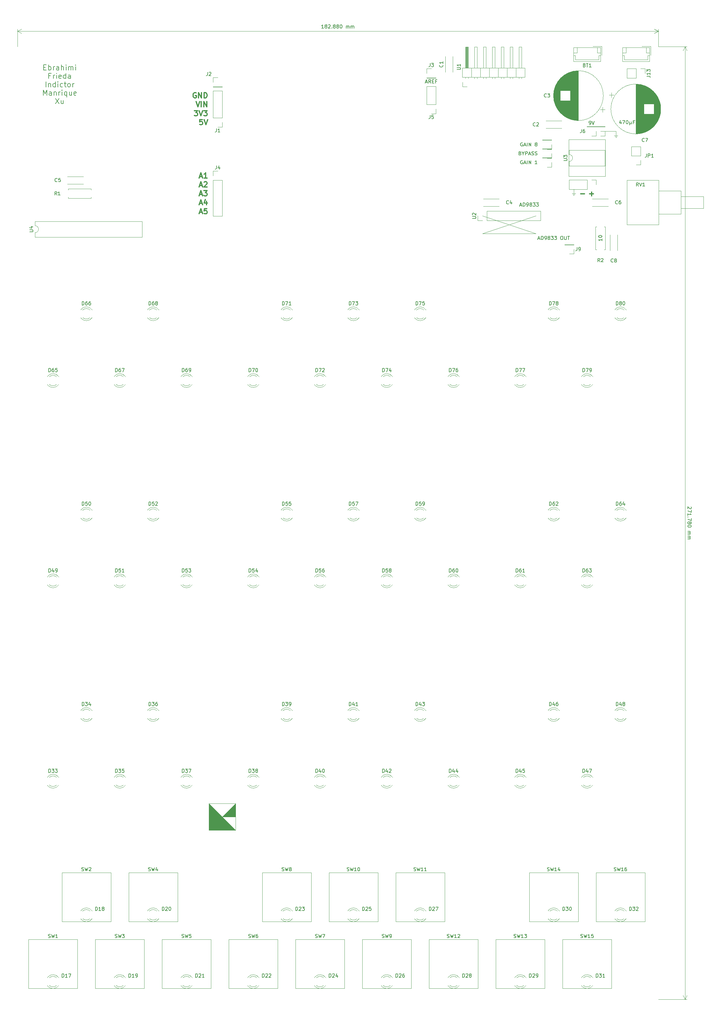
<source format=gbr>
G04 #@! TF.GenerationSoftware,KiCad,Pcbnew,5.1.5+dfsg1-2+b1*
G04 #@! TF.CreationDate,2020-12-03T05:46:07-05:00*
G04 #@! TF.ProjectId,Circuit,43697263-7569-4742-9e6b-696361645f70,rev?*
G04 #@! TF.SameCoordinates,Original*
G04 #@! TF.FileFunction,Legend,Top*
G04 #@! TF.FilePolarity,Positive*
%FSLAX46Y46*%
G04 Gerber Fmt 4.6, Leading zero omitted, Abs format (unit mm)*
G04 Created by KiCad (PCBNEW 5.1.5+dfsg1-2+b1) date 2020-12-03 05:46:07*
%MOMM*%
%LPD*%
G04 APERTURE LIST*
%ADD10C,0.150000*%
%ADD11C,0.120000*%
%ADD12C,0.300000*%
%ADD13C,0.100000*%
G04 APERTURE END LIST*
D10*
X17689285Y80472142D02*
X18189285Y80472142D01*
X18403571Y79686428D02*
X17689285Y79686428D01*
X17689285Y81186428D01*
X18403571Y81186428D01*
X19046428Y79686428D02*
X19046428Y81186428D01*
X19046428Y80615000D02*
X19189285Y80686428D01*
X19475000Y80686428D01*
X19617857Y80615000D01*
X19689285Y80543571D01*
X19760714Y80400714D01*
X19760714Y79972142D01*
X19689285Y79829285D01*
X19617857Y79757857D01*
X19475000Y79686428D01*
X19189285Y79686428D01*
X19046428Y79757857D01*
X20403571Y79686428D02*
X20403571Y80686428D01*
X20403571Y80400714D02*
X20475000Y80543571D01*
X20546428Y80615000D01*
X20689285Y80686428D01*
X20832142Y80686428D01*
X21975000Y79686428D02*
X21975000Y80472142D01*
X21903571Y80615000D01*
X21760714Y80686428D01*
X21475000Y80686428D01*
X21332142Y80615000D01*
X21975000Y79757857D02*
X21832142Y79686428D01*
X21475000Y79686428D01*
X21332142Y79757857D01*
X21260714Y79900714D01*
X21260714Y80043571D01*
X21332142Y80186428D01*
X21475000Y80257857D01*
X21832142Y80257857D01*
X21975000Y80329285D01*
X22689285Y79686428D02*
X22689285Y81186428D01*
X23332142Y79686428D02*
X23332142Y80472142D01*
X23260714Y80615000D01*
X23117857Y80686428D01*
X22903571Y80686428D01*
X22760714Y80615000D01*
X22689285Y80543571D01*
X24046428Y79686428D02*
X24046428Y80686428D01*
X24046428Y81186428D02*
X23975000Y81115000D01*
X24046428Y81043571D01*
X24117857Y81115000D01*
X24046428Y81186428D01*
X24046428Y81043571D01*
X24760714Y79686428D02*
X24760714Y80686428D01*
X24760714Y80543571D02*
X24832142Y80615000D01*
X24975000Y80686428D01*
X25189285Y80686428D01*
X25332142Y80615000D01*
X25403571Y80472142D01*
X25403571Y79686428D01*
X25403571Y80472142D02*
X25475000Y80615000D01*
X25617857Y80686428D01*
X25832142Y80686428D01*
X25975000Y80615000D01*
X26046428Y80472142D01*
X26046428Y79686428D01*
X26760714Y79686428D02*
X26760714Y80686428D01*
X26760714Y81186428D02*
X26689285Y81115000D01*
X26760714Y81043571D01*
X26832142Y81115000D01*
X26760714Y81186428D01*
X26760714Y81043571D01*
X19617857Y78072142D02*
X19117857Y78072142D01*
X19117857Y77286428D02*
X19117857Y78786428D01*
X19832142Y78786428D01*
X20403571Y77286428D02*
X20403571Y78286428D01*
X20403571Y78000714D02*
X20475000Y78143571D01*
X20546428Y78215000D01*
X20689285Y78286428D01*
X20832142Y78286428D01*
X21332142Y77286428D02*
X21332142Y78286428D01*
X21332142Y78786428D02*
X21260714Y78715000D01*
X21332142Y78643571D01*
X21403571Y78715000D01*
X21332142Y78786428D01*
X21332142Y78643571D01*
X22617857Y77357857D02*
X22475000Y77286428D01*
X22189285Y77286428D01*
X22046428Y77357857D01*
X21975000Y77500714D01*
X21975000Y78072142D01*
X22046428Y78215000D01*
X22189285Y78286428D01*
X22475000Y78286428D01*
X22617857Y78215000D01*
X22689285Y78072142D01*
X22689285Y77929285D01*
X21975000Y77786428D01*
X23975000Y77286428D02*
X23975000Y78786428D01*
X23975000Y77357857D02*
X23832142Y77286428D01*
X23546428Y77286428D01*
X23403571Y77357857D01*
X23332142Y77429285D01*
X23260714Y77572142D01*
X23260714Y78000714D01*
X23332142Y78143571D01*
X23403571Y78215000D01*
X23546428Y78286428D01*
X23832142Y78286428D01*
X23975000Y78215000D01*
X25332142Y77286428D02*
X25332142Y78072142D01*
X25260714Y78215000D01*
X25117857Y78286428D01*
X24832142Y78286428D01*
X24689285Y78215000D01*
X25332142Y77357857D02*
X25189285Y77286428D01*
X24832142Y77286428D01*
X24689285Y77357857D01*
X24617857Y77500714D01*
X24617857Y77643571D01*
X24689285Y77786428D01*
X24832142Y77857857D01*
X25189285Y77857857D01*
X25332142Y77929285D01*
X18296428Y74886428D02*
X18296428Y76386428D01*
X19010714Y75886428D02*
X19010714Y74886428D01*
X19010714Y75743571D02*
X19082142Y75815000D01*
X19225000Y75886428D01*
X19439285Y75886428D01*
X19582142Y75815000D01*
X19653571Y75672142D01*
X19653571Y74886428D01*
X21010714Y74886428D02*
X21010714Y76386428D01*
X21010714Y74957857D02*
X20867857Y74886428D01*
X20582142Y74886428D01*
X20439285Y74957857D01*
X20367857Y75029285D01*
X20296428Y75172142D01*
X20296428Y75600714D01*
X20367857Y75743571D01*
X20439285Y75815000D01*
X20582142Y75886428D01*
X20867857Y75886428D01*
X21010714Y75815000D01*
X21725000Y74886428D02*
X21725000Y75886428D01*
X21725000Y76386428D02*
X21653571Y76315000D01*
X21725000Y76243571D01*
X21796428Y76315000D01*
X21725000Y76386428D01*
X21725000Y76243571D01*
X23082142Y74957857D02*
X22939285Y74886428D01*
X22653571Y74886428D01*
X22510714Y74957857D01*
X22439285Y75029285D01*
X22367857Y75172142D01*
X22367857Y75600714D01*
X22439285Y75743571D01*
X22510714Y75815000D01*
X22653571Y75886428D01*
X22939285Y75886428D01*
X23082142Y75815000D01*
X23510714Y75886428D02*
X24082142Y75886428D01*
X23725000Y76386428D02*
X23725000Y75100714D01*
X23796428Y74957857D01*
X23939285Y74886428D01*
X24082142Y74886428D01*
X24796428Y74886428D02*
X24653571Y74957857D01*
X24582142Y75029285D01*
X24510714Y75172142D01*
X24510714Y75600714D01*
X24582142Y75743571D01*
X24653571Y75815000D01*
X24796428Y75886428D01*
X25010714Y75886428D01*
X25153571Y75815000D01*
X25225000Y75743571D01*
X25296428Y75600714D01*
X25296428Y75172142D01*
X25225000Y75029285D01*
X25153571Y74957857D01*
X25010714Y74886428D01*
X24796428Y74886428D01*
X25939285Y74886428D02*
X25939285Y75886428D01*
X25939285Y75600714D02*
X26010714Y75743571D01*
X26082142Y75815000D01*
X26225000Y75886428D01*
X26367857Y75886428D01*
X17546428Y72486428D02*
X17546428Y73986428D01*
X18046428Y72915000D01*
X18546428Y73986428D01*
X18546428Y72486428D01*
X19903571Y72486428D02*
X19903571Y73272142D01*
X19832142Y73415000D01*
X19689285Y73486428D01*
X19403571Y73486428D01*
X19260714Y73415000D01*
X19903571Y72557857D02*
X19760714Y72486428D01*
X19403571Y72486428D01*
X19260714Y72557857D01*
X19189285Y72700714D01*
X19189285Y72843571D01*
X19260714Y72986428D01*
X19403571Y73057857D01*
X19760714Y73057857D01*
X19903571Y73129285D01*
X20617857Y73486428D02*
X20617857Y72486428D01*
X20617857Y73343571D02*
X20689285Y73415000D01*
X20832142Y73486428D01*
X21046428Y73486428D01*
X21189285Y73415000D01*
X21260714Y73272142D01*
X21260714Y72486428D01*
X21975000Y72486428D02*
X21975000Y73486428D01*
X21975000Y73200714D02*
X22046428Y73343571D01*
X22117857Y73415000D01*
X22260714Y73486428D01*
X22403571Y73486428D01*
X22903571Y72486428D02*
X22903571Y73486428D01*
X22903571Y73986428D02*
X22832142Y73915000D01*
X22903571Y73843571D01*
X22975000Y73915000D01*
X22903571Y73986428D01*
X22903571Y73843571D01*
X24260714Y73486428D02*
X24260714Y71986428D01*
X24260714Y72557857D02*
X24117857Y72486428D01*
X23832142Y72486428D01*
X23689285Y72557857D01*
X23617857Y72629285D01*
X23546428Y72772142D01*
X23546428Y73200714D01*
X23617857Y73343571D01*
X23689285Y73415000D01*
X23832142Y73486428D01*
X24117857Y73486428D01*
X24260714Y73415000D01*
X25617857Y73486428D02*
X25617857Y72486428D01*
X24975000Y73486428D02*
X24975000Y72700714D01*
X25046428Y72557857D01*
X25189285Y72486428D01*
X25403571Y72486428D01*
X25546428Y72557857D01*
X25617857Y72629285D01*
X26903571Y72557857D02*
X26760714Y72486428D01*
X26475000Y72486428D01*
X26332142Y72557857D01*
X26260714Y72700714D01*
X26260714Y73272142D01*
X26332142Y73415000D01*
X26475000Y73486428D01*
X26760714Y73486428D01*
X26903571Y73415000D01*
X26975000Y73272142D01*
X26975000Y73129285D01*
X26260714Y72986428D01*
X21046428Y71586428D02*
X22046428Y70086428D01*
X22046428Y71586428D02*
X21046428Y70086428D01*
X23260714Y71086428D02*
X23260714Y70086428D01*
X22617857Y71086428D02*
X22617857Y70300714D01*
X22689285Y70157857D01*
X22832142Y70086428D01*
X23046428Y70086428D01*
X23189285Y70157857D01*
X23260714Y70229285D01*
X202382380Y-44910952D02*
X202430000Y-44958571D01*
X202477619Y-45053809D01*
X202477619Y-45291904D01*
X202430000Y-45387142D01*
X202382380Y-45434761D01*
X202287142Y-45482380D01*
X202191904Y-45482380D01*
X202049047Y-45434761D01*
X201477619Y-44863333D01*
X201477619Y-45482380D01*
X202477619Y-45815714D02*
X202477619Y-46482380D01*
X201477619Y-46053809D01*
X201477619Y-47387142D02*
X201477619Y-46815714D01*
X201477619Y-47101428D02*
X202477619Y-47101428D01*
X202334761Y-47006190D01*
X202239523Y-46910952D01*
X202191904Y-46815714D01*
X201572857Y-47815714D02*
X201525238Y-47863333D01*
X201477619Y-47815714D01*
X201525238Y-47768095D01*
X201572857Y-47815714D01*
X201477619Y-47815714D01*
X202477619Y-48196666D02*
X202477619Y-48863333D01*
X201477619Y-48434761D01*
X202049047Y-49387142D02*
X202096666Y-49291904D01*
X202144285Y-49244285D01*
X202239523Y-49196666D01*
X202287142Y-49196666D01*
X202382380Y-49244285D01*
X202430000Y-49291904D01*
X202477619Y-49387142D01*
X202477619Y-49577619D01*
X202430000Y-49672857D01*
X202382380Y-49720476D01*
X202287142Y-49768095D01*
X202239523Y-49768095D01*
X202144285Y-49720476D01*
X202096666Y-49672857D01*
X202049047Y-49577619D01*
X202049047Y-49387142D01*
X202001428Y-49291904D01*
X201953809Y-49244285D01*
X201858571Y-49196666D01*
X201668095Y-49196666D01*
X201572857Y-49244285D01*
X201525238Y-49291904D01*
X201477619Y-49387142D01*
X201477619Y-49577619D01*
X201525238Y-49672857D01*
X201572857Y-49720476D01*
X201668095Y-49768095D01*
X201858571Y-49768095D01*
X201953809Y-49720476D01*
X202001428Y-49672857D01*
X202049047Y-49577619D01*
X202477619Y-50387142D02*
X202477619Y-50482380D01*
X202430000Y-50577619D01*
X202382380Y-50625238D01*
X202287142Y-50672857D01*
X202096666Y-50720476D01*
X201858571Y-50720476D01*
X201668095Y-50672857D01*
X201572857Y-50625238D01*
X201525238Y-50577619D01*
X201477619Y-50482380D01*
X201477619Y-50387142D01*
X201525238Y-50291904D01*
X201572857Y-50244285D01*
X201668095Y-50196666D01*
X201858571Y-50149047D01*
X202096666Y-50149047D01*
X202287142Y-50196666D01*
X202382380Y-50244285D01*
X202430000Y-50291904D01*
X202477619Y-50387142D01*
X201477619Y-51910952D02*
X202144285Y-51910952D01*
X202049047Y-51910952D02*
X202096666Y-51958571D01*
X202144285Y-52053809D01*
X202144285Y-52196666D01*
X202096666Y-52291904D01*
X202001428Y-52339523D01*
X201477619Y-52339523D01*
X202001428Y-52339523D02*
X202096666Y-52387142D01*
X202144285Y-52482380D01*
X202144285Y-52625238D01*
X202096666Y-52720476D01*
X202001428Y-52768095D01*
X201477619Y-52768095D01*
X201477619Y-53244285D02*
X202144285Y-53244285D01*
X202049047Y-53244285D02*
X202096666Y-53291904D01*
X202144285Y-53387142D01*
X202144285Y-53530000D01*
X202096666Y-53625238D01*
X202001428Y-53672857D01*
X201477619Y-53672857D01*
X202001428Y-53672857D02*
X202096666Y-53720476D01*
X202144285Y-53815714D01*
X202144285Y-53958571D01*
X202096666Y-54053809D01*
X202001428Y-54101428D01*
X201477619Y-54101428D01*
D11*
X200660000Y86360000D02*
X200660000Y-185420000D01*
X193040000Y86360000D02*
X201246421Y86360000D01*
X193040000Y-185420000D02*
X201246421Y-185420000D01*
X200660000Y-185420000D02*
X200073579Y-184293496D01*
X200660000Y-185420000D02*
X201246421Y-184293496D01*
X200660000Y86360000D02*
X200073579Y85233496D01*
X200660000Y86360000D02*
X201246421Y85233496D01*
D10*
X97552380Y91622619D02*
X96980952Y91622619D01*
X97266666Y91622619D02*
X97266666Y92622619D01*
X97171428Y92479761D01*
X97076190Y92384523D01*
X96980952Y92336904D01*
X98123809Y92194047D02*
X98028571Y92241666D01*
X97980952Y92289285D01*
X97933333Y92384523D01*
X97933333Y92432142D01*
X97980952Y92527380D01*
X98028571Y92575000D01*
X98123809Y92622619D01*
X98314285Y92622619D01*
X98409523Y92575000D01*
X98457142Y92527380D01*
X98504761Y92432142D01*
X98504761Y92384523D01*
X98457142Y92289285D01*
X98409523Y92241666D01*
X98314285Y92194047D01*
X98123809Y92194047D01*
X98028571Y92146428D01*
X97980952Y92098809D01*
X97933333Y92003571D01*
X97933333Y91813095D01*
X97980952Y91717857D01*
X98028571Y91670238D01*
X98123809Y91622619D01*
X98314285Y91622619D01*
X98409523Y91670238D01*
X98457142Y91717857D01*
X98504761Y91813095D01*
X98504761Y92003571D01*
X98457142Y92098809D01*
X98409523Y92146428D01*
X98314285Y92194047D01*
X98885714Y92527380D02*
X98933333Y92575000D01*
X99028571Y92622619D01*
X99266666Y92622619D01*
X99361904Y92575000D01*
X99409523Y92527380D01*
X99457142Y92432142D01*
X99457142Y92336904D01*
X99409523Y92194047D01*
X98838095Y91622619D01*
X99457142Y91622619D01*
X99885714Y91717857D02*
X99933333Y91670238D01*
X99885714Y91622619D01*
X99838095Y91670238D01*
X99885714Y91717857D01*
X99885714Y91622619D01*
X100504761Y92194047D02*
X100409523Y92241666D01*
X100361904Y92289285D01*
X100314285Y92384523D01*
X100314285Y92432142D01*
X100361904Y92527380D01*
X100409523Y92575000D01*
X100504761Y92622619D01*
X100695238Y92622619D01*
X100790476Y92575000D01*
X100838095Y92527380D01*
X100885714Y92432142D01*
X100885714Y92384523D01*
X100838095Y92289285D01*
X100790476Y92241666D01*
X100695238Y92194047D01*
X100504761Y92194047D01*
X100409523Y92146428D01*
X100361904Y92098809D01*
X100314285Y92003571D01*
X100314285Y91813095D01*
X100361904Y91717857D01*
X100409523Y91670238D01*
X100504761Y91622619D01*
X100695238Y91622619D01*
X100790476Y91670238D01*
X100838095Y91717857D01*
X100885714Y91813095D01*
X100885714Y92003571D01*
X100838095Y92098809D01*
X100790476Y92146428D01*
X100695238Y92194047D01*
X101457142Y92194047D02*
X101361904Y92241666D01*
X101314285Y92289285D01*
X101266666Y92384523D01*
X101266666Y92432142D01*
X101314285Y92527380D01*
X101361904Y92575000D01*
X101457142Y92622619D01*
X101647619Y92622619D01*
X101742857Y92575000D01*
X101790476Y92527380D01*
X101838095Y92432142D01*
X101838095Y92384523D01*
X101790476Y92289285D01*
X101742857Y92241666D01*
X101647619Y92194047D01*
X101457142Y92194047D01*
X101361904Y92146428D01*
X101314285Y92098809D01*
X101266666Y92003571D01*
X101266666Y91813095D01*
X101314285Y91717857D01*
X101361904Y91670238D01*
X101457142Y91622619D01*
X101647619Y91622619D01*
X101742857Y91670238D01*
X101790476Y91717857D01*
X101838095Y91813095D01*
X101838095Y92003571D01*
X101790476Y92098809D01*
X101742857Y92146428D01*
X101647619Y92194047D01*
X102457142Y92622619D02*
X102552380Y92622619D01*
X102647619Y92575000D01*
X102695238Y92527380D01*
X102742857Y92432142D01*
X102790476Y92241666D01*
X102790476Y92003571D01*
X102742857Y91813095D01*
X102695238Y91717857D01*
X102647619Y91670238D01*
X102552380Y91622619D01*
X102457142Y91622619D01*
X102361904Y91670238D01*
X102314285Y91717857D01*
X102266666Y91813095D01*
X102219047Y92003571D01*
X102219047Y92241666D01*
X102266666Y92432142D01*
X102314285Y92527380D01*
X102361904Y92575000D01*
X102457142Y92622619D01*
X103980952Y91622619D02*
X103980952Y92289285D01*
X103980952Y92194047D02*
X104028571Y92241666D01*
X104123809Y92289285D01*
X104266666Y92289285D01*
X104361904Y92241666D01*
X104409523Y92146428D01*
X104409523Y91622619D01*
X104409523Y92146428D02*
X104457142Y92241666D01*
X104552380Y92289285D01*
X104695238Y92289285D01*
X104790476Y92241666D01*
X104838095Y92146428D01*
X104838095Y91622619D01*
X105314285Y91622619D02*
X105314285Y92289285D01*
X105314285Y92194047D02*
X105361904Y92241666D01*
X105457142Y92289285D01*
X105600000Y92289285D01*
X105695238Y92241666D01*
X105742857Y92146428D01*
X105742857Y91622619D01*
X105742857Y92146428D02*
X105790476Y92241666D01*
X105885714Y92289285D01*
X106028571Y92289285D01*
X106123809Y92241666D01*
X106171428Y92146428D01*
X106171428Y91622619D01*
D11*
X10160000Y90805000D02*
X193040000Y90805000D01*
X10160000Y86360000D02*
X10160000Y91391421D01*
X193040000Y86360000D02*
X193040000Y91391421D01*
X193040000Y90805000D02*
X191913496Y90218579D01*
X193040000Y90805000D02*
X191913496Y91391421D01*
X10160000Y90805000D02*
X11286504Y90218579D01*
X10160000Y90805000D02*
X11286504Y91391421D01*
X180975000Y62230000D02*
X176530000Y62230000D01*
X180721000Y60706000D02*
X181229000Y60706000D01*
X180975000Y62230000D02*
X180975000Y60960000D01*
X180467000Y60960000D02*
X181483000Y60960000D01*
X181102000Y60452000D02*
X180848000Y60452000D01*
X168402000Y44450000D02*
X169418000Y44450000D01*
X169037000Y43942000D02*
X168783000Y43942000D01*
X168656000Y44196000D02*
X169164000Y44196000D01*
X168910000Y44196000D02*
X168656000Y44196000D01*
X168910000Y45720000D02*
X168910000Y44450000D01*
D12*
X170878571Y44342857D02*
X172021428Y44342857D01*
X173418571Y44342857D02*
X174561428Y44342857D01*
X173990000Y43771428D02*
X173990000Y44914285D01*
X62146428Y49300000D02*
X62860714Y49300000D01*
X62003571Y48871428D02*
X62503571Y50371428D01*
X63003571Y48871428D01*
X64289285Y48871428D02*
X63432142Y48871428D01*
X63860714Y48871428D02*
X63860714Y50371428D01*
X63717857Y50157142D01*
X63575000Y50014285D01*
X63432142Y49942857D01*
X62146428Y46750000D02*
X62860714Y46750000D01*
X62003571Y46321428D02*
X62503571Y47821428D01*
X63003571Y46321428D01*
X63432142Y47678571D02*
X63503571Y47750000D01*
X63646428Y47821428D01*
X64003571Y47821428D01*
X64146428Y47750000D01*
X64217857Y47678571D01*
X64289285Y47535714D01*
X64289285Y47392857D01*
X64217857Y47178571D01*
X63360714Y46321428D01*
X64289285Y46321428D01*
X62146428Y44200000D02*
X62860714Y44200000D01*
X62003571Y43771428D02*
X62503571Y45271428D01*
X63003571Y43771428D01*
X63360714Y45271428D02*
X64289285Y45271428D01*
X63789285Y44700000D01*
X64003571Y44700000D01*
X64146428Y44628571D01*
X64217857Y44557142D01*
X64289285Y44414285D01*
X64289285Y44057142D01*
X64217857Y43914285D01*
X64146428Y43842857D01*
X64003571Y43771428D01*
X63575000Y43771428D01*
X63432142Y43842857D01*
X63360714Y43914285D01*
X62146428Y41650000D02*
X62860714Y41650000D01*
X62003571Y41221428D02*
X62503571Y42721428D01*
X63003571Y41221428D01*
X64146428Y42221428D02*
X64146428Y41221428D01*
X63789285Y42792857D02*
X63432142Y41721428D01*
X64360714Y41721428D01*
X62146428Y39100000D02*
X62860714Y39100000D01*
X62003571Y38671428D02*
X62503571Y40171428D01*
X63003571Y38671428D01*
X64217857Y40171428D02*
X63503571Y40171428D01*
X63432142Y39457142D01*
X63503571Y39528571D01*
X63646428Y39600000D01*
X64003571Y39600000D01*
X64146428Y39528571D01*
X64217857Y39457142D01*
X64289285Y39314285D01*
X64289285Y38957142D01*
X64217857Y38814285D01*
X64146428Y38742857D01*
X64003571Y38671428D01*
X63646428Y38671428D01*
X63503571Y38742857D01*
X63432142Y38814285D01*
X61146428Y73155000D02*
X61003571Y73226428D01*
X60789285Y73226428D01*
X60575000Y73155000D01*
X60432142Y73012142D01*
X60360714Y72869285D01*
X60289285Y72583571D01*
X60289285Y72369285D01*
X60360714Y72083571D01*
X60432142Y71940714D01*
X60575000Y71797857D01*
X60789285Y71726428D01*
X60932142Y71726428D01*
X61146428Y71797857D01*
X61217857Y71869285D01*
X61217857Y72369285D01*
X60932142Y72369285D01*
X61860714Y71726428D02*
X61860714Y73226428D01*
X62717857Y71726428D01*
X62717857Y73226428D01*
X63432142Y71726428D02*
X63432142Y73226428D01*
X63789285Y73226428D01*
X64003571Y73155000D01*
X64146428Y73012142D01*
X64217857Y72869285D01*
X64289285Y72583571D01*
X64289285Y72369285D01*
X64217857Y72083571D01*
X64146428Y71940714D01*
X64003571Y71797857D01*
X63789285Y71726428D01*
X63432142Y71726428D01*
X61146428Y70676428D02*
X61646428Y69176428D01*
X62146428Y70676428D01*
X62646428Y69176428D02*
X62646428Y70676428D01*
X63360714Y69176428D02*
X63360714Y70676428D01*
X64217857Y69176428D01*
X64217857Y70676428D01*
X60646428Y68126428D02*
X61575000Y68126428D01*
X61075000Y67555000D01*
X61289285Y67555000D01*
X61432142Y67483571D01*
X61503571Y67412142D01*
X61575000Y67269285D01*
X61575000Y66912142D01*
X61503571Y66769285D01*
X61432142Y66697857D01*
X61289285Y66626428D01*
X60860714Y66626428D01*
X60717857Y66697857D01*
X60646428Y66769285D01*
X62003571Y68126428D02*
X62503571Y66626428D01*
X63003571Y68126428D01*
X63360714Y68126428D02*
X64289285Y68126428D01*
X63789285Y67555000D01*
X64003571Y67555000D01*
X64146428Y67483571D01*
X64217857Y67412142D01*
X64289285Y67269285D01*
X64289285Y66912142D01*
X64217857Y66769285D01*
X64146428Y66697857D01*
X64003571Y66626428D01*
X63575000Y66626428D01*
X63432142Y66697857D01*
X63360714Y66769285D01*
X62932142Y65576428D02*
X62217857Y65576428D01*
X62146428Y64862142D01*
X62217857Y64933571D01*
X62360714Y65005000D01*
X62717857Y65005000D01*
X62860714Y64933571D01*
X62932142Y64862142D01*
X63003571Y64719285D01*
X63003571Y64362142D01*
X62932142Y64219285D01*
X62860714Y64147857D01*
X62717857Y64076428D01*
X62360714Y64076428D01*
X62217857Y64147857D01*
X62146428Y64219285D01*
X63432142Y65576428D02*
X63932142Y64076428D01*
X64432142Y65576428D01*
D11*
X158115000Y33020000D02*
X142875000Y38100000D01*
X142875000Y33020000D02*
X158115000Y33020000D01*
X158115000Y38100000D02*
X142875000Y33020000D01*
X64770000Y-137160000D02*
X64770000Y-129540000D01*
X72390000Y-137160000D02*
X64770000Y-137160000D01*
X64770000Y-129540000D02*
X72390000Y-129540000D01*
X72390000Y-137160000D02*
X72390000Y-129540000D01*
D13*
G36*
X72390000Y-133350000D02*
G01*
X68580000Y-133350000D01*
X72390000Y-129540000D01*
X72390000Y-133350000D01*
G37*
X72390000Y-133350000D02*
X68580000Y-133350000D01*
X72390000Y-129540000D01*
X72390000Y-133350000D01*
G36*
X72390000Y-137160000D02*
G01*
X64770000Y-137160000D01*
X64770000Y-129540000D01*
X72390000Y-137160000D01*
G37*
X72390000Y-137160000D02*
X64770000Y-137160000D01*
X64770000Y-129540000D01*
X72390000Y-137160000D01*
D11*
X179710457Y73275000D02*
X179710457Y71875000D01*
X179010457Y72575000D02*
X180410457Y72575000D01*
X193711000Y69294000D02*
X193711000Y67866000D01*
X193671000Y69605000D02*
X193671000Y67555000D01*
X193631000Y69842000D02*
X193631000Y67318000D01*
X193591000Y70041000D02*
X193591000Y67119000D01*
X193551000Y70216000D02*
X193551000Y66944000D01*
X193511000Y70374000D02*
X193511000Y66786000D01*
X193471000Y70518000D02*
X193471000Y66642000D01*
X193431000Y70651000D02*
X193431000Y66509000D01*
X193391000Y70776000D02*
X193391000Y66384000D01*
X193351000Y70893000D02*
X193351000Y66267000D01*
X193311000Y71005000D02*
X193311000Y66155000D01*
X193271000Y71110000D02*
X193271000Y66050000D01*
X193231000Y71212000D02*
X193231000Y65948000D01*
X193191000Y71308000D02*
X193191000Y65852000D01*
X193151000Y71401000D02*
X193151000Y65759000D01*
X193111000Y71491000D02*
X193111000Y65669000D01*
X193071000Y71577000D02*
X193071000Y65583000D01*
X193031000Y71660000D02*
X193031000Y65500000D01*
X192991000Y71741000D02*
X192991000Y65419000D01*
X192951000Y71820000D02*
X192951000Y65340000D01*
X192911000Y71895000D02*
X192911000Y65265000D01*
X192871000Y71969000D02*
X192871000Y65191000D01*
X192831000Y72041000D02*
X192831000Y65119000D01*
X192791000Y72111000D02*
X192791000Y65049000D01*
X192751000Y72179000D02*
X192751000Y64981000D01*
X192711000Y72246000D02*
X192711000Y64914000D01*
X192671000Y72310000D02*
X192671000Y64850000D01*
X192631000Y72374000D02*
X192631000Y64786000D01*
X192591000Y72436000D02*
X192591000Y64724000D01*
X192551000Y72496000D02*
X192551000Y64664000D01*
X192511000Y72555000D02*
X192511000Y64605000D01*
X192471000Y72613000D02*
X192471000Y64547000D01*
X192431000Y72670000D02*
X192431000Y64490000D01*
X192391000Y72726000D02*
X192391000Y64434000D01*
X192351000Y72780000D02*
X192351000Y64380000D01*
X192311000Y72834000D02*
X192311000Y64326000D01*
X192271000Y72886000D02*
X192271000Y64274000D01*
X192231000Y72938000D02*
X192231000Y64222000D01*
X192191000Y72988000D02*
X192191000Y64172000D01*
X192151000Y73038000D02*
X192151000Y64122000D01*
X192111000Y73086000D02*
X192111000Y64074000D01*
X192071000Y73134000D02*
X192071000Y64026000D01*
X192031000Y73181000D02*
X192031000Y63979000D01*
X191991000Y73227000D02*
X191991000Y63933000D01*
X191951000Y73273000D02*
X191951000Y63887000D01*
X191911000Y73317000D02*
X191911000Y63843000D01*
X191871000Y73361000D02*
X191871000Y63799000D01*
X191831000Y73404000D02*
X191831000Y63756000D01*
X191791000Y67140000D02*
X191791000Y63714000D01*
X191791000Y73446000D02*
X191791000Y70020000D01*
X191751000Y67140000D02*
X191751000Y63672000D01*
X191751000Y73488000D02*
X191751000Y70020000D01*
X191711000Y67140000D02*
X191711000Y63631000D01*
X191711000Y73529000D02*
X191711000Y70020000D01*
X191671000Y67140000D02*
X191671000Y63590000D01*
X191671000Y73570000D02*
X191671000Y70020000D01*
X191631000Y67140000D02*
X191631000Y63551000D01*
X191631000Y73609000D02*
X191631000Y70020000D01*
X191591000Y67140000D02*
X191591000Y63511000D01*
X191591000Y73649000D02*
X191591000Y70020000D01*
X191551000Y67140000D02*
X191551000Y63473000D01*
X191551000Y73687000D02*
X191551000Y70020000D01*
X191511000Y67140000D02*
X191511000Y63435000D01*
X191511000Y73725000D02*
X191511000Y70020000D01*
X191471000Y67140000D02*
X191471000Y63398000D01*
X191471000Y73762000D02*
X191471000Y70020000D01*
X191431000Y67140000D02*
X191431000Y63361000D01*
X191431000Y73799000D02*
X191431000Y70020000D01*
X191391000Y67140000D02*
X191391000Y63325000D01*
X191391000Y73835000D02*
X191391000Y70020000D01*
X191351000Y67140000D02*
X191351000Y63289000D01*
X191351000Y73871000D02*
X191351000Y70020000D01*
X191311000Y67140000D02*
X191311000Y63254000D01*
X191311000Y73906000D02*
X191311000Y70020000D01*
X191271000Y67140000D02*
X191271000Y63219000D01*
X191271000Y73941000D02*
X191271000Y70020000D01*
X191231000Y67140000D02*
X191231000Y63185000D01*
X191231000Y73975000D02*
X191231000Y70020000D01*
X191191000Y67140000D02*
X191191000Y63151000D01*
X191191000Y74009000D02*
X191191000Y70020000D01*
X191151000Y67140000D02*
X191151000Y63118000D01*
X191151000Y74042000D02*
X191151000Y70020000D01*
X191111000Y67140000D02*
X191111000Y63086000D01*
X191111000Y74074000D02*
X191111000Y70020000D01*
X191071000Y67140000D02*
X191071000Y63053000D01*
X191071000Y74107000D02*
X191071000Y70020000D01*
X191031000Y67140000D02*
X191031000Y63022000D01*
X191031000Y74138000D02*
X191031000Y70020000D01*
X190991000Y67140000D02*
X190991000Y62991000D01*
X190991000Y74169000D02*
X190991000Y70020000D01*
X190951000Y67140000D02*
X190951000Y62960000D01*
X190951000Y74200000D02*
X190951000Y70020000D01*
X190911000Y67140000D02*
X190911000Y62930000D01*
X190911000Y74230000D02*
X190911000Y70020000D01*
X190871000Y67140000D02*
X190871000Y62900000D01*
X190871000Y74260000D02*
X190871000Y70020000D01*
X190831000Y67140000D02*
X190831000Y62870000D01*
X190831000Y74290000D02*
X190831000Y70020000D01*
X190791000Y67140000D02*
X190791000Y62841000D01*
X190791000Y74319000D02*
X190791000Y70020000D01*
X190751000Y67140000D02*
X190751000Y62813000D01*
X190751000Y74347000D02*
X190751000Y70020000D01*
X190711000Y67140000D02*
X190711000Y62784000D01*
X190711000Y74376000D02*
X190711000Y70020000D01*
X190671000Y67140000D02*
X190671000Y62757000D01*
X190671000Y74403000D02*
X190671000Y70020000D01*
X190631000Y67140000D02*
X190631000Y62729000D01*
X190631000Y74431000D02*
X190631000Y70020000D01*
X190591000Y67140000D02*
X190591000Y62702000D01*
X190591000Y74458000D02*
X190591000Y70020000D01*
X190551000Y67140000D02*
X190551000Y62676000D01*
X190551000Y74484000D02*
X190551000Y70020000D01*
X190511000Y67140000D02*
X190511000Y62650000D01*
X190511000Y74510000D02*
X190511000Y70020000D01*
X190471000Y67140000D02*
X190471000Y62624000D01*
X190471000Y74536000D02*
X190471000Y70020000D01*
X190431000Y67140000D02*
X190431000Y62598000D01*
X190431000Y74562000D02*
X190431000Y70020000D01*
X190391000Y67140000D02*
X190391000Y62573000D01*
X190391000Y74587000D02*
X190391000Y70020000D01*
X190351000Y67140000D02*
X190351000Y62549000D01*
X190351000Y74611000D02*
X190351000Y70020000D01*
X190311000Y67140000D02*
X190311000Y62524000D01*
X190311000Y74636000D02*
X190311000Y70020000D01*
X190271000Y67140000D02*
X190271000Y62500000D01*
X190271000Y74660000D02*
X190271000Y70020000D01*
X190231000Y67140000D02*
X190231000Y62477000D01*
X190231000Y74683000D02*
X190231000Y70020000D01*
X190191000Y67140000D02*
X190191000Y62453000D01*
X190191000Y74707000D02*
X190191000Y70020000D01*
X190151000Y67140000D02*
X190151000Y62430000D01*
X190151000Y74730000D02*
X190151000Y70020000D01*
X190111000Y67140000D02*
X190111000Y62408000D01*
X190111000Y74752000D02*
X190111000Y70020000D01*
X190071000Y67140000D02*
X190071000Y62386000D01*
X190071000Y74774000D02*
X190071000Y70020000D01*
X190031000Y67140000D02*
X190031000Y62364000D01*
X190031000Y74796000D02*
X190031000Y70020000D01*
X189991000Y67140000D02*
X189991000Y62342000D01*
X189991000Y74818000D02*
X189991000Y70020000D01*
X189951000Y67140000D02*
X189951000Y62321000D01*
X189951000Y74839000D02*
X189951000Y70020000D01*
X189911000Y67140000D02*
X189911000Y62300000D01*
X189911000Y74860000D02*
X189911000Y70020000D01*
X189871000Y67140000D02*
X189871000Y62279000D01*
X189871000Y74881000D02*
X189871000Y70020000D01*
X189831000Y67140000D02*
X189831000Y62259000D01*
X189831000Y74901000D02*
X189831000Y70020000D01*
X189791000Y67140000D02*
X189791000Y62239000D01*
X189791000Y74921000D02*
X189791000Y70020000D01*
X189751000Y67140000D02*
X189751000Y62220000D01*
X189751000Y74940000D02*
X189751000Y70020000D01*
X189711000Y67140000D02*
X189711000Y62200000D01*
X189711000Y74960000D02*
X189711000Y70020000D01*
X189671000Y67140000D02*
X189671000Y62181000D01*
X189671000Y74979000D02*
X189671000Y70020000D01*
X189631000Y67140000D02*
X189631000Y62162000D01*
X189631000Y74998000D02*
X189631000Y70020000D01*
X189591000Y67140000D02*
X189591000Y62144000D01*
X189591000Y75016000D02*
X189591000Y70020000D01*
X189551000Y67140000D02*
X189551000Y62126000D01*
X189551000Y75034000D02*
X189551000Y70020000D01*
X189511000Y67140000D02*
X189511000Y62108000D01*
X189511000Y75052000D02*
X189511000Y70020000D01*
X189471000Y67140000D02*
X189471000Y62090000D01*
X189471000Y75070000D02*
X189471000Y70020000D01*
X189431000Y67140000D02*
X189431000Y62073000D01*
X189431000Y75087000D02*
X189431000Y70020000D01*
X189391000Y67140000D02*
X189391000Y62056000D01*
X189391000Y75104000D02*
X189391000Y70020000D01*
X189351000Y67140000D02*
X189351000Y62040000D01*
X189351000Y75120000D02*
X189351000Y70020000D01*
X189311000Y67140000D02*
X189311000Y62023000D01*
X189311000Y75137000D02*
X189311000Y70020000D01*
X189271000Y67140000D02*
X189271000Y62007000D01*
X189271000Y75153000D02*
X189271000Y70020000D01*
X189231000Y67140000D02*
X189231000Y61991000D01*
X189231000Y75169000D02*
X189231000Y70020000D01*
X189191000Y67140000D02*
X189191000Y61976000D01*
X189191000Y75184000D02*
X189191000Y70020000D01*
X189151000Y67140000D02*
X189151000Y61960000D01*
X189151000Y75200000D02*
X189151000Y70020000D01*
X189111000Y67140000D02*
X189111000Y61945000D01*
X189111000Y75215000D02*
X189111000Y70020000D01*
X189071000Y67140000D02*
X189071000Y61931000D01*
X189071000Y75229000D02*
X189071000Y70020000D01*
X189031000Y67140000D02*
X189031000Y61916000D01*
X189031000Y75244000D02*
X189031000Y70020000D01*
X188991000Y67140000D02*
X188991000Y61902000D01*
X188991000Y75258000D02*
X188991000Y70020000D01*
X188951000Y67140000D02*
X188951000Y61888000D01*
X188951000Y75272000D02*
X188951000Y70020000D01*
X188911000Y75286000D02*
X188911000Y61874000D01*
X188871000Y75299000D02*
X188871000Y61861000D01*
X188831000Y75312000D02*
X188831000Y61848000D01*
X188791000Y75325000D02*
X188791000Y61835000D01*
X188751000Y75338000D02*
X188751000Y61822000D01*
X188711000Y75350000D02*
X188711000Y61810000D01*
X188671000Y75362000D02*
X188671000Y61798000D01*
X188631000Y75374000D02*
X188631000Y61786000D01*
X188591000Y75385000D02*
X188591000Y61775000D01*
X188551000Y75397000D02*
X188551000Y61763000D01*
X188511000Y75408000D02*
X188511000Y61752000D01*
X188471000Y75419000D02*
X188471000Y61741000D01*
X188431000Y75429000D02*
X188431000Y61731000D01*
X188391000Y75440000D02*
X188391000Y61720000D01*
X188351000Y75450000D02*
X188351000Y61710000D01*
X188311000Y75459000D02*
X188311000Y61701000D01*
X188271000Y75469000D02*
X188271000Y61691000D01*
X188231000Y75478000D02*
X188231000Y61682000D01*
X188191000Y75487000D02*
X188191000Y61673000D01*
X188151000Y75496000D02*
X188151000Y61664000D01*
X188111000Y75505000D02*
X188111000Y61655000D01*
X188071000Y75513000D02*
X188071000Y61647000D01*
X188031000Y75522000D02*
X188031000Y61638000D01*
X187991000Y75529000D02*
X187991000Y61631000D01*
X187951000Y75537000D02*
X187951000Y61623000D01*
X187911000Y75544000D02*
X187911000Y61616000D01*
X187871000Y75552000D02*
X187871000Y61608000D01*
X187831000Y75559000D02*
X187831000Y61601000D01*
X187791000Y75565000D02*
X187791000Y61595000D01*
X187751000Y75572000D02*
X187751000Y61588000D01*
X187711000Y75578000D02*
X187711000Y61582000D01*
X187671000Y75584000D02*
X187671000Y61576000D01*
X187631000Y75590000D02*
X187631000Y61570000D01*
X187591000Y75595000D02*
X187591000Y61565000D01*
X187551000Y75601000D02*
X187551000Y61559000D01*
X187511000Y75606000D02*
X187511000Y61554000D01*
X187471000Y75611000D02*
X187471000Y61549000D01*
X187431000Y75615000D02*
X187431000Y61545000D01*
X187391000Y75620000D02*
X187391000Y61540000D01*
X187351000Y75624000D02*
X187351000Y61536000D01*
X187310000Y75628000D02*
X187310000Y61532000D01*
X187270000Y75632000D02*
X187270000Y61528000D01*
X187230000Y75635000D02*
X187230000Y61525000D01*
X187190000Y75638000D02*
X187190000Y61522000D01*
X187150000Y75641000D02*
X187150000Y61519000D01*
X187110000Y75644000D02*
X187110000Y61516000D01*
X187070000Y75647000D02*
X187070000Y61513000D01*
X187030000Y75649000D02*
X187030000Y61511000D01*
X186990000Y75651000D02*
X186990000Y61509000D01*
X186950000Y75653000D02*
X186950000Y61507000D01*
X186910000Y75655000D02*
X186910000Y61505000D01*
X186870000Y75656000D02*
X186870000Y61504000D01*
X186830000Y75658000D02*
X186830000Y61502000D01*
X186790000Y75659000D02*
X186790000Y61501000D01*
X186750000Y75659000D02*
X186750000Y61501000D01*
X186710000Y75660000D02*
X186710000Y61500000D01*
X186670000Y75660000D02*
X186670000Y61500000D01*
X186630000Y75660000D02*
X186630000Y61500000D01*
X193750000Y68580000D02*
G75*
G03X193750000Y68580000I-7120000J0D01*
G01*
X32385000Y-182245000D02*
X32385000Y-168275000D01*
X46355000Y-182245000D02*
X32385000Y-182245000D01*
X46355000Y-168275000D02*
X46355000Y-182245000D01*
X32385000Y-168275000D02*
X46355000Y-168275000D01*
X205960000Y43614000D02*
X205960000Y40205000D01*
X199510000Y43614000D02*
X199510000Y40205000D01*
X199510000Y40205000D02*
X205960000Y40205000D01*
X199510000Y43614000D02*
X205960000Y43614000D01*
X199510000Y45205000D02*
X199510000Y38615000D01*
X193160000Y45205000D02*
X193160000Y38615000D01*
X193160000Y38615000D02*
X199510000Y38615000D01*
X193160000Y45205000D02*
X199510000Y45205000D01*
X193160000Y48280000D02*
X193160000Y35540000D01*
X184090000Y48280000D02*
X184090000Y35540000D01*
X184090000Y35540000D02*
X193160000Y35540000D01*
X184090000Y48280000D02*
X193160000Y48280000D01*
X18760000Y-181420000D02*
X18760000Y-181576000D01*
X18760000Y-179104000D02*
X18760000Y-179260000D01*
X21361130Y-181419837D02*
G75*
G02X19279039Y-181420000I-1041130J1079837D01*
G01*
X21361130Y-179260163D02*
G75*
G03X19279039Y-179260000I-1041130J-1079837D01*
G01*
X21992335Y-181418608D02*
G75*
G02X18760000Y-181575516I-1672335J1078608D01*
G01*
X21992335Y-179261392D02*
G75*
G03X18760000Y-179104484I-1672335J-1078608D01*
G01*
X28285000Y-162370000D02*
X28285000Y-162526000D01*
X28285000Y-160054000D02*
X28285000Y-160210000D01*
X30886130Y-162369837D02*
G75*
G02X28804039Y-162370000I-1041130J1079837D01*
G01*
X30886130Y-160210163D02*
G75*
G03X28804039Y-160210000I-1041130J-1079837D01*
G01*
X31517335Y-162368608D02*
G75*
G02X28285000Y-162525516I-1672335J1078608D01*
G01*
X31517335Y-160211392D02*
G75*
G03X28285000Y-160054484I-1672335J-1078608D01*
G01*
X37810000Y-181420000D02*
X37810000Y-181576000D01*
X37810000Y-179104000D02*
X37810000Y-179260000D01*
X40411130Y-181419837D02*
G75*
G02X38329039Y-181420000I-1041130J1079837D01*
G01*
X40411130Y-179260163D02*
G75*
G03X38329039Y-179260000I-1041130J-1079837D01*
G01*
X41042335Y-181418608D02*
G75*
G02X37810000Y-181575516I-1672335J1078608D01*
G01*
X41042335Y-179261392D02*
G75*
G03X37810000Y-179104484I-1672335J-1078608D01*
G01*
X47335000Y-162370000D02*
X47335000Y-162526000D01*
X47335000Y-160054000D02*
X47335000Y-160210000D01*
X49936130Y-162369837D02*
G75*
G02X47854039Y-162370000I-1041130J1079837D01*
G01*
X49936130Y-160210163D02*
G75*
G03X47854039Y-160210000I-1041130J-1079837D01*
G01*
X50567335Y-162368608D02*
G75*
G02X47335000Y-162525516I-1672335J1078608D01*
G01*
X50567335Y-160211392D02*
G75*
G03X47335000Y-160054484I-1672335J-1078608D01*
G01*
X56860000Y-181420000D02*
X56860000Y-181576000D01*
X56860000Y-179104000D02*
X56860000Y-179260000D01*
X59461130Y-181419837D02*
G75*
G02X57379039Y-181420000I-1041130J1079837D01*
G01*
X59461130Y-179260163D02*
G75*
G03X57379039Y-179260000I-1041130J-1079837D01*
G01*
X60092335Y-181418608D02*
G75*
G02X56860000Y-181575516I-1672335J1078608D01*
G01*
X60092335Y-179261392D02*
G75*
G03X56860000Y-179104484I-1672335J-1078608D01*
G01*
X75910000Y-181420000D02*
X75910000Y-181576000D01*
X75910000Y-179104000D02*
X75910000Y-179260000D01*
X78511130Y-181419837D02*
G75*
G02X76429039Y-181420000I-1041130J1079837D01*
G01*
X78511130Y-179260163D02*
G75*
G03X76429039Y-179260000I-1041130J-1079837D01*
G01*
X79142335Y-181418608D02*
G75*
G02X75910000Y-181575516I-1672335J1078608D01*
G01*
X79142335Y-179261392D02*
G75*
G03X75910000Y-179104484I-1672335J-1078608D01*
G01*
X85435000Y-162370000D02*
X85435000Y-162526000D01*
X85435000Y-160054000D02*
X85435000Y-160210000D01*
X88036130Y-162369837D02*
G75*
G02X85954039Y-162370000I-1041130J1079837D01*
G01*
X88036130Y-160210163D02*
G75*
G03X85954039Y-160210000I-1041130J-1079837D01*
G01*
X88667335Y-162368608D02*
G75*
G02X85435000Y-162525516I-1672335J1078608D01*
G01*
X88667335Y-160211392D02*
G75*
G03X85435000Y-160054484I-1672335J-1078608D01*
G01*
X94960000Y-181420000D02*
X94960000Y-181576000D01*
X94960000Y-179104000D02*
X94960000Y-179260000D01*
X97561130Y-181419837D02*
G75*
G02X95479039Y-181420000I-1041130J1079837D01*
G01*
X97561130Y-179260163D02*
G75*
G03X95479039Y-179260000I-1041130J-1079837D01*
G01*
X98192335Y-181418608D02*
G75*
G02X94960000Y-181575516I-1672335J1078608D01*
G01*
X98192335Y-179261392D02*
G75*
G03X94960000Y-179104484I-1672335J-1078608D01*
G01*
X104485000Y-162370000D02*
X104485000Y-162526000D01*
X104485000Y-160054000D02*
X104485000Y-160210000D01*
X107086130Y-162369837D02*
G75*
G02X105004039Y-162370000I-1041130J1079837D01*
G01*
X107086130Y-160210163D02*
G75*
G03X105004039Y-160210000I-1041130J-1079837D01*
G01*
X107717335Y-162368608D02*
G75*
G02X104485000Y-162525516I-1672335J1078608D01*
G01*
X107717335Y-160211392D02*
G75*
G03X104485000Y-160054484I-1672335J-1078608D01*
G01*
X114010000Y-181420000D02*
X114010000Y-181576000D01*
X114010000Y-179104000D02*
X114010000Y-179260000D01*
X116611130Y-181419837D02*
G75*
G02X114529039Y-181420000I-1041130J1079837D01*
G01*
X116611130Y-179260163D02*
G75*
G03X114529039Y-179260000I-1041130J-1079837D01*
G01*
X117242335Y-181418608D02*
G75*
G02X114010000Y-181575516I-1672335J1078608D01*
G01*
X117242335Y-179261392D02*
G75*
G03X114010000Y-179104484I-1672335J-1078608D01*
G01*
X123535000Y-162370000D02*
X123535000Y-162526000D01*
X123535000Y-160054000D02*
X123535000Y-160210000D01*
X126136130Y-162369837D02*
G75*
G02X124054039Y-162370000I-1041130J1079837D01*
G01*
X126136130Y-160210163D02*
G75*
G03X124054039Y-160210000I-1041130J-1079837D01*
G01*
X126767335Y-162368608D02*
G75*
G02X123535000Y-162525516I-1672335J1078608D01*
G01*
X126767335Y-160211392D02*
G75*
G03X123535000Y-160054484I-1672335J-1078608D01*
G01*
X133060000Y-181420000D02*
X133060000Y-181576000D01*
X133060000Y-179104000D02*
X133060000Y-179260000D01*
X135661130Y-181419837D02*
G75*
G02X133579039Y-181420000I-1041130J1079837D01*
G01*
X135661130Y-179260163D02*
G75*
G03X133579039Y-179260000I-1041130J-1079837D01*
G01*
X136292335Y-181418608D02*
G75*
G02X133060000Y-181575516I-1672335J1078608D01*
G01*
X136292335Y-179261392D02*
G75*
G03X133060000Y-179104484I-1672335J-1078608D01*
G01*
X152110000Y-181420000D02*
X152110000Y-181576000D01*
X152110000Y-179104000D02*
X152110000Y-179260000D01*
X154711130Y-181419837D02*
G75*
G02X152629039Y-181420000I-1041130J1079837D01*
G01*
X154711130Y-179260163D02*
G75*
G03X152629039Y-179260000I-1041130J-1079837D01*
G01*
X155342335Y-181418608D02*
G75*
G02X152110000Y-181575516I-1672335J1078608D01*
G01*
X155342335Y-179261392D02*
G75*
G03X152110000Y-179104484I-1672335J-1078608D01*
G01*
X161635000Y-162370000D02*
X161635000Y-162526000D01*
X161635000Y-160054000D02*
X161635000Y-160210000D01*
X164236130Y-162369837D02*
G75*
G02X162154039Y-162370000I-1041130J1079837D01*
G01*
X164236130Y-160210163D02*
G75*
G03X162154039Y-160210000I-1041130J-1079837D01*
G01*
X164867335Y-162368608D02*
G75*
G02X161635000Y-162525516I-1672335J1078608D01*
G01*
X164867335Y-160211392D02*
G75*
G03X161635000Y-160054484I-1672335J-1078608D01*
G01*
X171160000Y-181420000D02*
X171160000Y-181576000D01*
X171160000Y-179104000D02*
X171160000Y-179260000D01*
X173761130Y-181419837D02*
G75*
G02X171679039Y-181420000I-1041130J1079837D01*
G01*
X173761130Y-179260163D02*
G75*
G03X171679039Y-179260000I-1041130J-1079837D01*
G01*
X174392335Y-181418608D02*
G75*
G02X171160000Y-181575516I-1672335J1078608D01*
G01*
X174392335Y-179261392D02*
G75*
G03X171160000Y-179104484I-1672335J-1078608D01*
G01*
X180685000Y-162370000D02*
X180685000Y-162526000D01*
X180685000Y-160054000D02*
X180685000Y-160210000D01*
X183286130Y-162369837D02*
G75*
G02X181204039Y-162370000I-1041130J1079837D01*
G01*
X183286130Y-160210163D02*
G75*
G03X181204039Y-160210000I-1041130J-1079837D01*
G01*
X183917335Y-162368608D02*
G75*
G02X180685000Y-162525516I-1672335J1078608D01*
G01*
X183917335Y-160211392D02*
G75*
G03X180685000Y-160054484I-1672335J-1078608D01*
G01*
X18760000Y-124270000D02*
X18760000Y-124426000D01*
X18760000Y-121954000D02*
X18760000Y-122110000D01*
X21361130Y-124269837D02*
G75*
G02X19279039Y-124270000I-1041130J1079837D01*
G01*
X21361130Y-122110163D02*
G75*
G03X19279039Y-122110000I-1041130J-1079837D01*
G01*
X21992335Y-124268608D02*
G75*
G02X18760000Y-124425516I-1672335J1078608D01*
G01*
X21992335Y-122111392D02*
G75*
G03X18760000Y-121954484I-1672335J-1078608D01*
G01*
X28285000Y-105220000D02*
X28285000Y-105376000D01*
X28285000Y-102904000D02*
X28285000Y-103060000D01*
X30886130Y-105219837D02*
G75*
G02X28804039Y-105220000I-1041130J1079837D01*
G01*
X30886130Y-103060163D02*
G75*
G03X28804039Y-103060000I-1041130J-1079837D01*
G01*
X31517335Y-105218608D02*
G75*
G02X28285000Y-105375516I-1672335J1078608D01*
G01*
X31517335Y-103061392D02*
G75*
G03X28285000Y-102904484I-1672335J-1078608D01*
G01*
X37810000Y-124270000D02*
X37810000Y-124426000D01*
X37810000Y-121954000D02*
X37810000Y-122110000D01*
X40411130Y-124269837D02*
G75*
G02X38329039Y-124270000I-1041130J1079837D01*
G01*
X40411130Y-122110163D02*
G75*
G03X38329039Y-122110000I-1041130J-1079837D01*
G01*
X41042335Y-124268608D02*
G75*
G02X37810000Y-124425516I-1672335J1078608D01*
G01*
X41042335Y-122111392D02*
G75*
G03X37810000Y-121954484I-1672335J-1078608D01*
G01*
X47335000Y-105220000D02*
X47335000Y-105376000D01*
X47335000Y-102904000D02*
X47335000Y-103060000D01*
X49936130Y-105219837D02*
G75*
G02X47854039Y-105220000I-1041130J1079837D01*
G01*
X49936130Y-103060163D02*
G75*
G03X47854039Y-103060000I-1041130J-1079837D01*
G01*
X50567335Y-105218608D02*
G75*
G02X47335000Y-105375516I-1672335J1078608D01*
G01*
X50567335Y-103061392D02*
G75*
G03X47335000Y-102904484I-1672335J-1078608D01*
G01*
X56860000Y-124270000D02*
X56860000Y-124426000D01*
X56860000Y-121954000D02*
X56860000Y-122110000D01*
X59461130Y-124269837D02*
G75*
G02X57379039Y-124270000I-1041130J1079837D01*
G01*
X59461130Y-122110163D02*
G75*
G03X57379039Y-122110000I-1041130J-1079837D01*
G01*
X60092335Y-124268608D02*
G75*
G02X56860000Y-124425516I-1672335J1078608D01*
G01*
X60092335Y-122111392D02*
G75*
G03X56860000Y-121954484I-1672335J-1078608D01*
G01*
X75910000Y-124270000D02*
X75910000Y-124426000D01*
X75910000Y-121954000D02*
X75910000Y-122110000D01*
X78511130Y-124269837D02*
G75*
G02X76429039Y-124270000I-1041130J1079837D01*
G01*
X78511130Y-122110163D02*
G75*
G03X76429039Y-122110000I-1041130J-1079837D01*
G01*
X79142335Y-124268608D02*
G75*
G02X75910000Y-124425516I-1672335J1078608D01*
G01*
X79142335Y-122111392D02*
G75*
G03X75910000Y-121954484I-1672335J-1078608D01*
G01*
X85435000Y-105220000D02*
X85435000Y-105376000D01*
X85435000Y-102904000D02*
X85435000Y-103060000D01*
X88036130Y-105219837D02*
G75*
G02X85954039Y-105220000I-1041130J1079837D01*
G01*
X88036130Y-103060163D02*
G75*
G03X85954039Y-103060000I-1041130J-1079837D01*
G01*
X88667335Y-105218608D02*
G75*
G02X85435000Y-105375516I-1672335J1078608D01*
G01*
X88667335Y-103061392D02*
G75*
G03X85435000Y-102904484I-1672335J-1078608D01*
G01*
X94960000Y-124270000D02*
X94960000Y-124426000D01*
X94960000Y-121954000D02*
X94960000Y-122110000D01*
X97561130Y-124269837D02*
G75*
G02X95479039Y-124270000I-1041130J1079837D01*
G01*
X97561130Y-122110163D02*
G75*
G03X95479039Y-122110000I-1041130J-1079837D01*
G01*
X98192335Y-124268608D02*
G75*
G02X94960000Y-124425516I-1672335J1078608D01*
G01*
X98192335Y-122111392D02*
G75*
G03X94960000Y-121954484I-1672335J-1078608D01*
G01*
X104485000Y-105220000D02*
X104485000Y-105376000D01*
X104485000Y-102904000D02*
X104485000Y-103060000D01*
X107086130Y-105219837D02*
G75*
G02X105004039Y-105220000I-1041130J1079837D01*
G01*
X107086130Y-103060163D02*
G75*
G03X105004039Y-103060000I-1041130J-1079837D01*
G01*
X107717335Y-105218608D02*
G75*
G02X104485000Y-105375516I-1672335J1078608D01*
G01*
X107717335Y-103061392D02*
G75*
G03X104485000Y-102904484I-1672335J-1078608D01*
G01*
X114010000Y-124270000D02*
X114010000Y-124426000D01*
X114010000Y-121954000D02*
X114010000Y-122110000D01*
X116611130Y-124269837D02*
G75*
G02X114529039Y-124270000I-1041130J1079837D01*
G01*
X116611130Y-122110163D02*
G75*
G03X114529039Y-122110000I-1041130J-1079837D01*
G01*
X117242335Y-124268608D02*
G75*
G02X114010000Y-124425516I-1672335J1078608D01*
G01*
X117242335Y-122111392D02*
G75*
G03X114010000Y-121954484I-1672335J-1078608D01*
G01*
X123535000Y-105220000D02*
X123535000Y-105376000D01*
X123535000Y-102904000D02*
X123535000Y-103060000D01*
X126136130Y-105219837D02*
G75*
G02X124054039Y-105220000I-1041130J1079837D01*
G01*
X126136130Y-103060163D02*
G75*
G03X124054039Y-103060000I-1041130J-1079837D01*
G01*
X126767335Y-105218608D02*
G75*
G02X123535000Y-105375516I-1672335J1078608D01*
G01*
X126767335Y-103061392D02*
G75*
G03X123535000Y-102904484I-1672335J-1078608D01*
G01*
X133060000Y-124270000D02*
X133060000Y-124426000D01*
X133060000Y-121954000D02*
X133060000Y-122110000D01*
X135661130Y-124269837D02*
G75*
G02X133579039Y-124270000I-1041130J1079837D01*
G01*
X135661130Y-122110163D02*
G75*
G03X133579039Y-122110000I-1041130J-1079837D01*
G01*
X136292335Y-124268608D02*
G75*
G02X133060000Y-124425516I-1672335J1078608D01*
G01*
X136292335Y-122111392D02*
G75*
G03X133060000Y-121954484I-1672335J-1078608D01*
G01*
X152110000Y-124270000D02*
X152110000Y-124426000D01*
X152110000Y-121954000D02*
X152110000Y-122110000D01*
X154711130Y-124269837D02*
G75*
G02X152629039Y-124270000I-1041130J1079837D01*
G01*
X154711130Y-122110163D02*
G75*
G03X152629039Y-122110000I-1041130J-1079837D01*
G01*
X155342335Y-124268608D02*
G75*
G02X152110000Y-124425516I-1672335J1078608D01*
G01*
X155342335Y-122111392D02*
G75*
G03X152110000Y-121954484I-1672335J-1078608D01*
G01*
X161635000Y-105220000D02*
X161635000Y-105376000D01*
X161635000Y-102904000D02*
X161635000Y-103060000D01*
X164236130Y-105219837D02*
G75*
G02X162154039Y-105220000I-1041130J1079837D01*
G01*
X164236130Y-103060163D02*
G75*
G03X162154039Y-103060000I-1041130J-1079837D01*
G01*
X164867335Y-105218608D02*
G75*
G02X161635000Y-105375516I-1672335J1078608D01*
G01*
X164867335Y-103061392D02*
G75*
G03X161635000Y-102904484I-1672335J-1078608D01*
G01*
X171160000Y-124270000D02*
X171160000Y-124426000D01*
X171160000Y-121954000D02*
X171160000Y-122110000D01*
X173761130Y-124269837D02*
G75*
G02X171679039Y-124270000I-1041130J1079837D01*
G01*
X173761130Y-122110163D02*
G75*
G03X171679039Y-122110000I-1041130J-1079837D01*
G01*
X174392335Y-124268608D02*
G75*
G02X171160000Y-124425516I-1672335J1078608D01*
G01*
X174392335Y-122111392D02*
G75*
G03X171160000Y-121954484I-1672335J-1078608D01*
G01*
X180685000Y-105220000D02*
X180685000Y-105376000D01*
X180685000Y-102904000D02*
X180685000Y-103060000D01*
X183286130Y-105219837D02*
G75*
G02X181204039Y-105220000I-1041130J1079837D01*
G01*
X183286130Y-103060163D02*
G75*
G03X181204039Y-103060000I-1041130J-1079837D01*
G01*
X183917335Y-105218608D02*
G75*
G02X180685000Y-105375516I-1672335J1078608D01*
G01*
X183917335Y-103061392D02*
G75*
G03X180685000Y-102904484I-1672335J-1078608D01*
G01*
X18760000Y-67120000D02*
X18760000Y-67276000D01*
X18760000Y-64804000D02*
X18760000Y-64960000D01*
X21361130Y-67119837D02*
G75*
G02X19279039Y-67120000I-1041130J1079837D01*
G01*
X21361130Y-64960163D02*
G75*
G03X19279039Y-64960000I-1041130J-1079837D01*
G01*
X21992335Y-67118608D02*
G75*
G02X18760000Y-67275516I-1672335J1078608D01*
G01*
X21992335Y-64961392D02*
G75*
G03X18760000Y-64804484I-1672335J-1078608D01*
G01*
X28285000Y-48070000D02*
X28285000Y-48226000D01*
X28285000Y-45754000D02*
X28285000Y-45910000D01*
X30886130Y-48069837D02*
G75*
G02X28804039Y-48070000I-1041130J1079837D01*
G01*
X30886130Y-45910163D02*
G75*
G03X28804039Y-45910000I-1041130J-1079837D01*
G01*
X31517335Y-48068608D02*
G75*
G02X28285000Y-48225516I-1672335J1078608D01*
G01*
X31517335Y-45911392D02*
G75*
G03X28285000Y-45754484I-1672335J-1078608D01*
G01*
X37810000Y-67120000D02*
X37810000Y-67276000D01*
X37810000Y-64804000D02*
X37810000Y-64960000D01*
X40411130Y-67119837D02*
G75*
G02X38329039Y-67120000I-1041130J1079837D01*
G01*
X40411130Y-64960163D02*
G75*
G03X38329039Y-64960000I-1041130J-1079837D01*
G01*
X41042335Y-67118608D02*
G75*
G02X37810000Y-67275516I-1672335J1078608D01*
G01*
X41042335Y-64961392D02*
G75*
G03X37810000Y-64804484I-1672335J-1078608D01*
G01*
X47335000Y-48070000D02*
X47335000Y-48226000D01*
X47335000Y-45754000D02*
X47335000Y-45910000D01*
X49936130Y-48069837D02*
G75*
G02X47854039Y-48070000I-1041130J1079837D01*
G01*
X49936130Y-45910163D02*
G75*
G03X47854039Y-45910000I-1041130J-1079837D01*
G01*
X50567335Y-48068608D02*
G75*
G02X47335000Y-48225516I-1672335J1078608D01*
G01*
X50567335Y-45911392D02*
G75*
G03X47335000Y-45754484I-1672335J-1078608D01*
G01*
X56860000Y-67120000D02*
X56860000Y-67276000D01*
X56860000Y-64804000D02*
X56860000Y-64960000D01*
X59461130Y-67119837D02*
G75*
G02X57379039Y-67120000I-1041130J1079837D01*
G01*
X59461130Y-64960163D02*
G75*
G03X57379039Y-64960000I-1041130J-1079837D01*
G01*
X60092335Y-67118608D02*
G75*
G02X56860000Y-67275516I-1672335J1078608D01*
G01*
X60092335Y-64961392D02*
G75*
G03X56860000Y-64804484I-1672335J-1078608D01*
G01*
X75910000Y-67120000D02*
X75910000Y-67276000D01*
X75910000Y-64804000D02*
X75910000Y-64960000D01*
X78511130Y-67119837D02*
G75*
G02X76429039Y-67120000I-1041130J1079837D01*
G01*
X78511130Y-64960163D02*
G75*
G03X76429039Y-64960000I-1041130J-1079837D01*
G01*
X79142335Y-67118608D02*
G75*
G02X75910000Y-67275516I-1672335J1078608D01*
G01*
X79142335Y-64961392D02*
G75*
G03X75910000Y-64804484I-1672335J-1078608D01*
G01*
X85435000Y-48070000D02*
X85435000Y-48226000D01*
X85435000Y-45754000D02*
X85435000Y-45910000D01*
X88036130Y-48069837D02*
G75*
G02X85954039Y-48070000I-1041130J1079837D01*
G01*
X88036130Y-45910163D02*
G75*
G03X85954039Y-45910000I-1041130J-1079837D01*
G01*
X88667335Y-48068608D02*
G75*
G02X85435000Y-48225516I-1672335J1078608D01*
G01*
X88667335Y-45911392D02*
G75*
G03X85435000Y-45754484I-1672335J-1078608D01*
G01*
X94960000Y-67120000D02*
X94960000Y-67276000D01*
X94960000Y-64804000D02*
X94960000Y-64960000D01*
X97561130Y-67119837D02*
G75*
G02X95479039Y-67120000I-1041130J1079837D01*
G01*
X97561130Y-64960163D02*
G75*
G03X95479039Y-64960000I-1041130J-1079837D01*
G01*
X98192335Y-67118608D02*
G75*
G02X94960000Y-67275516I-1672335J1078608D01*
G01*
X98192335Y-64961392D02*
G75*
G03X94960000Y-64804484I-1672335J-1078608D01*
G01*
X104485000Y-48070000D02*
X104485000Y-48226000D01*
X104485000Y-45754000D02*
X104485000Y-45910000D01*
X107086130Y-48069837D02*
G75*
G02X105004039Y-48070000I-1041130J1079837D01*
G01*
X107086130Y-45910163D02*
G75*
G03X105004039Y-45910000I-1041130J-1079837D01*
G01*
X107717335Y-48068608D02*
G75*
G02X104485000Y-48225516I-1672335J1078608D01*
G01*
X107717335Y-45911392D02*
G75*
G03X104485000Y-45754484I-1672335J-1078608D01*
G01*
X114010000Y-67120000D02*
X114010000Y-67276000D01*
X114010000Y-64804000D02*
X114010000Y-64960000D01*
X116611130Y-67119837D02*
G75*
G02X114529039Y-67120000I-1041130J1079837D01*
G01*
X116611130Y-64960163D02*
G75*
G03X114529039Y-64960000I-1041130J-1079837D01*
G01*
X117242335Y-67118608D02*
G75*
G02X114010000Y-67275516I-1672335J1078608D01*
G01*
X117242335Y-64961392D02*
G75*
G03X114010000Y-64804484I-1672335J-1078608D01*
G01*
X123535000Y-48070000D02*
X123535000Y-48226000D01*
X123535000Y-45754000D02*
X123535000Y-45910000D01*
X126136130Y-48069837D02*
G75*
G02X124054039Y-48070000I-1041130J1079837D01*
G01*
X126136130Y-45910163D02*
G75*
G03X124054039Y-45910000I-1041130J-1079837D01*
G01*
X126767335Y-48068608D02*
G75*
G02X123535000Y-48225516I-1672335J1078608D01*
G01*
X126767335Y-45911392D02*
G75*
G03X123535000Y-45754484I-1672335J-1078608D01*
G01*
X133060000Y-67120000D02*
X133060000Y-67276000D01*
X133060000Y-64804000D02*
X133060000Y-64960000D01*
X135661130Y-67119837D02*
G75*
G02X133579039Y-67120000I-1041130J1079837D01*
G01*
X135661130Y-64960163D02*
G75*
G03X133579039Y-64960000I-1041130J-1079837D01*
G01*
X136292335Y-67118608D02*
G75*
G02X133060000Y-67275516I-1672335J1078608D01*
G01*
X136292335Y-64961392D02*
G75*
G03X133060000Y-64804484I-1672335J-1078608D01*
G01*
X152110000Y-67120000D02*
X152110000Y-67276000D01*
X152110000Y-64804000D02*
X152110000Y-64960000D01*
X154711130Y-67119837D02*
G75*
G02X152629039Y-67120000I-1041130J1079837D01*
G01*
X154711130Y-64960163D02*
G75*
G03X152629039Y-64960000I-1041130J-1079837D01*
G01*
X155342335Y-67118608D02*
G75*
G02X152110000Y-67275516I-1672335J1078608D01*
G01*
X155342335Y-64961392D02*
G75*
G03X152110000Y-64804484I-1672335J-1078608D01*
G01*
X161635000Y-48070000D02*
X161635000Y-48226000D01*
X161635000Y-45754000D02*
X161635000Y-45910000D01*
X164236130Y-48069837D02*
G75*
G02X162154039Y-48070000I-1041130J1079837D01*
G01*
X164236130Y-45910163D02*
G75*
G03X162154039Y-45910000I-1041130J-1079837D01*
G01*
X164867335Y-48068608D02*
G75*
G02X161635000Y-48225516I-1672335J1078608D01*
G01*
X164867335Y-45911392D02*
G75*
G03X161635000Y-45754484I-1672335J-1078608D01*
G01*
X171160000Y-67120000D02*
X171160000Y-67276000D01*
X171160000Y-64804000D02*
X171160000Y-64960000D01*
X173761130Y-67119837D02*
G75*
G02X171679039Y-67120000I-1041130J1079837D01*
G01*
X173761130Y-64960163D02*
G75*
G03X171679039Y-64960000I-1041130J-1079837D01*
G01*
X174392335Y-67118608D02*
G75*
G02X171160000Y-67275516I-1672335J1078608D01*
G01*
X174392335Y-64961392D02*
G75*
G03X171160000Y-64804484I-1672335J-1078608D01*
G01*
X180685000Y-48070000D02*
X180685000Y-48226000D01*
X180685000Y-45754000D02*
X180685000Y-45910000D01*
X183286130Y-48069837D02*
G75*
G02X181204039Y-48070000I-1041130J1079837D01*
G01*
X183286130Y-45910163D02*
G75*
G03X181204039Y-45910000I-1041130J-1079837D01*
G01*
X183917335Y-48068608D02*
G75*
G02X180685000Y-48225516I-1672335J1078608D01*
G01*
X183917335Y-45911392D02*
G75*
G03X180685000Y-45754484I-1672335J-1078608D01*
G01*
X18760000Y-9970000D02*
X18760000Y-10126000D01*
X18760000Y-7654000D02*
X18760000Y-7810000D01*
X21361130Y-9969837D02*
G75*
G02X19279039Y-9970000I-1041130J1079837D01*
G01*
X21361130Y-7810163D02*
G75*
G03X19279039Y-7810000I-1041130J-1079837D01*
G01*
X21992335Y-9968608D02*
G75*
G02X18760000Y-10125516I-1672335J1078608D01*
G01*
X21992335Y-7811392D02*
G75*
G03X18760000Y-7654484I-1672335J-1078608D01*
G01*
X28285000Y9080000D02*
X28285000Y8924000D01*
X28285000Y11396000D02*
X28285000Y11240000D01*
X30886130Y9080163D02*
G75*
G02X28804039Y9080000I-1041130J1079837D01*
G01*
X30886130Y11239837D02*
G75*
G03X28804039Y11240000I-1041130J-1079837D01*
G01*
X31517335Y9081392D02*
G75*
G02X28285000Y8924484I-1672335J1078608D01*
G01*
X31517335Y11238608D02*
G75*
G03X28285000Y11395516I-1672335J-1078608D01*
G01*
X37810000Y-9970000D02*
X37810000Y-10126000D01*
X37810000Y-7654000D02*
X37810000Y-7810000D01*
X40411130Y-9969837D02*
G75*
G02X38329039Y-9970000I-1041130J1079837D01*
G01*
X40411130Y-7810163D02*
G75*
G03X38329039Y-7810000I-1041130J-1079837D01*
G01*
X41042335Y-9968608D02*
G75*
G02X37810000Y-10125516I-1672335J1078608D01*
G01*
X41042335Y-7811392D02*
G75*
G03X37810000Y-7654484I-1672335J-1078608D01*
G01*
X47335000Y9080000D02*
X47335000Y8924000D01*
X47335000Y11396000D02*
X47335000Y11240000D01*
X49936130Y9080163D02*
G75*
G02X47854039Y9080000I-1041130J1079837D01*
G01*
X49936130Y11239837D02*
G75*
G03X47854039Y11240000I-1041130J-1079837D01*
G01*
X50567335Y9081392D02*
G75*
G02X47335000Y8924484I-1672335J1078608D01*
G01*
X50567335Y11238608D02*
G75*
G03X47335000Y11395516I-1672335J-1078608D01*
G01*
X56860000Y-9970000D02*
X56860000Y-10126000D01*
X56860000Y-7654000D02*
X56860000Y-7810000D01*
X59461130Y-9969837D02*
G75*
G02X57379039Y-9970000I-1041130J1079837D01*
G01*
X59461130Y-7810163D02*
G75*
G03X57379039Y-7810000I-1041130J-1079837D01*
G01*
X60092335Y-9968608D02*
G75*
G02X56860000Y-10125516I-1672335J1078608D01*
G01*
X60092335Y-7811392D02*
G75*
G03X56860000Y-7654484I-1672335J-1078608D01*
G01*
X75910000Y-9970000D02*
X75910000Y-10126000D01*
X75910000Y-7654000D02*
X75910000Y-7810000D01*
X78511130Y-9969837D02*
G75*
G02X76429039Y-9970000I-1041130J1079837D01*
G01*
X78511130Y-7810163D02*
G75*
G03X76429039Y-7810000I-1041130J-1079837D01*
G01*
X79142335Y-9968608D02*
G75*
G02X75910000Y-10125516I-1672335J1078608D01*
G01*
X79142335Y-7811392D02*
G75*
G03X75910000Y-7654484I-1672335J-1078608D01*
G01*
X85435000Y9080000D02*
X85435000Y8924000D01*
X85435000Y11396000D02*
X85435000Y11240000D01*
X88036130Y9080163D02*
G75*
G02X85954039Y9080000I-1041130J1079837D01*
G01*
X88036130Y11239837D02*
G75*
G03X85954039Y11240000I-1041130J-1079837D01*
G01*
X88667335Y9081392D02*
G75*
G02X85435000Y8924484I-1672335J1078608D01*
G01*
X88667335Y11238608D02*
G75*
G03X85435000Y11395516I-1672335J-1078608D01*
G01*
X94960000Y-9970000D02*
X94960000Y-10126000D01*
X94960000Y-7654000D02*
X94960000Y-7810000D01*
X97561130Y-9969837D02*
G75*
G02X95479039Y-9970000I-1041130J1079837D01*
G01*
X97561130Y-7810163D02*
G75*
G03X95479039Y-7810000I-1041130J-1079837D01*
G01*
X98192335Y-9968608D02*
G75*
G02X94960000Y-10125516I-1672335J1078608D01*
G01*
X98192335Y-7811392D02*
G75*
G03X94960000Y-7654484I-1672335J-1078608D01*
G01*
X104485000Y9080000D02*
X104485000Y8924000D01*
X104485000Y11396000D02*
X104485000Y11240000D01*
X107086130Y9080163D02*
G75*
G02X105004039Y9080000I-1041130J1079837D01*
G01*
X107086130Y11239837D02*
G75*
G03X105004039Y11240000I-1041130J-1079837D01*
G01*
X107717335Y9081392D02*
G75*
G02X104485000Y8924484I-1672335J1078608D01*
G01*
X107717335Y11238608D02*
G75*
G03X104485000Y11395516I-1672335J-1078608D01*
G01*
X114010000Y-9970000D02*
X114010000Y-10126000D01*
X114010000Y-7654000D02*
X114010000Y-7810000D01*
X116611130Y-9969837D02*
G75*
G02X114529039Y-9970000I-1041130J1079837D01*
G01*
X116611130Y-7810163D02*
G75*
G03X114529039Y-7810000I-1041130J-1079837D01*
G01*
X117242335Y-9968608D02*
G75*
G02X114010000Y-10125516I-1672335J1078608D01*
G01*
X117242335Y-7811392D02*
G75*
G03X114010000Y-7654484I-1672335J-1078608D01*
G01*
X123535000Y9080000D02*
X123535000Y8924000D01*
X123535000Y11396000D02*
X123535000Y11240000D01*
X126136130Y9080163D02*
G75*
G02X124054039Y9080000I-1041130J1079837D01*
G01*
X126136130Y11239837D02*
G75*
G03X124054039Y11240000I-1041130J-1079837D01*
G01*
X126767335Y9081392D02*
G75*
G02X123535000Y8924484I-1672335J1078608D01*
G01*
X126767335Y11238608D02*
G75*
G03X123535000Y11395516I-1672335J-1078608D01*
G01*
X133060000Y-9970000D02*
X133060000Y-10126000D01*
X133060000Y-7654000D02*
X133060000Y-7810000D01*
X135661130Y-9969837D02*
G75*
G02X133579039Y-9970000I-1041130J1079837D01*
G01*
X135661130Y-7810163D02*
G75*
G03X133579039Y-7810000I-1041130J-1079837D01*
G01*
X136292335Y-9968608D02*
G75*
G02X133060000Y-10125516I-1672335J1078608D01*
G01*
X136292335Y-7811392D02*
G75*
G03X133060000Y-7654484I-1672335J-1078608D01*
G01*
X152110000Y-9970000D02*
X152110000Y-10126000D01*
X152110000Y-7654000D02*
X152110000Y-7810000D01*
X154711130Y-9969837D02*
G75*
G02X152629039Y-9970000I-1041130J1079837D01*
G01*
X154711130Y-7810163D02*
G75*
G03X152629039Y-7810000I-1041130J-1079837D01*
G01*
X155342335Y-9968608D02*
G75*
G02X152110000Y-10125516I-1672335J1078608D01*
G01*
X155342335Y-7811392D02*
G75*
G03X152110000Y-7654484I-1672335J-1078608D01*
G01*
X161635000Y9080000D02*
X161635000Y8924000D01*
X161635000Y11396000D02*
X161635000Y11240000D01*
X164236130Y9080163D02*
G75*
G02X162154039Y9080000I-1041130J1079837D01*
G01*
X164236130Y11239837D02*
G75*
G03X162154039Y11240000I-1041130J-1079837D01*
G01*
X164867335Y9081392D02*
G75*
G02X161635000Y8924484I-1672335J1078608D01*
G01*
X164867335Y11238608D02*
G75*
G03X161635000Y11395516I-1672335J-1078608D01*
G01*
X171160000Y-9970000D02*
X171160000Y-10126000D01*
X171160000Y-7654000D02*
X171160000Y-7810000D01*
X173761130Y-9969837D02*
G75*
G02X171679039Y-9970000I-1041130J1079837D01*
G01*
X173761130Y-7810163D02*
G75*
G03X171679039Y-7810000I-1041130J-1079837D01*
G01*
X174392335Y-9968608D02*
G75*
G02X171160000Y-10125516I-1672335J1078608D01*
G01*
X174392335Y-7811392D02*
G75*
G03X171160000Y-7654484I-1672335J-1078608D01*
G01*
X180685000Y9080000D02*
X180685000Y8924000D01*
X180685000Y11396000D02*
X180685000Y11240000D01*
X183286130Y9080163D02*
G75*
G02X181204039Y9080000I-1041130J1079837D01*
G01*
X183286130Y11239837D02*
G75*
G03X181204039Y11240000I-1041130J-1079837D01*
G01*
X183917335Y9081392D02*
G75*
G02X180685000Y8924484I-1672335J1078608D01*
G01*
X183917335Y11238608D02*
G75*
G03X180685000Y11395516I-1672335J-1078608D01*
G01*
X13335000Y-182245000D02*
X13335000Y-168275000D01*
X27305000Y-182245000D02*
X13335000Y-182245000D01*
X27305000Y-168275000D02*
X27305000Y-182245000D01*
X13335000Y-168275000D02*
X27305000Y-168275000D01*
X22860000Y-163195000D02*
X22860000Y-149225000D01*
X36830000Y-163195000D02*
X22860000Y-163195000D01*
X36830000Y-149225000D02*
X36830000Y-163195000D01*
X22860000Y-149225000D02*
X36830000Y-149225000D01*
X41910000Y-163195000D02*
X41910000Y-149225000D01*
X55880000Y-163195000D02*
X41910000Y-163195000D01*
X55880000Y-149225000D02*
X55880000Y-163195000D01*
X41910000Y-149225000D02*
X55880000Y-149225000D01*
X51435000Y-182245000D02*
X51435000Y-168275000D01*
X65405000Y-182245000D02*
X51435000Y-182245000D01*
X65405000Y-168275000D02*
X65405000Y-182245000D01*
X51435000Y-168275000D02*
X65405000Y-168275000D01*
X70485000Y-182245000D02*
X70485000Y-168275000D01*
X84455000Y-182245000D02*
X70485000Y-182245000D01*
X84455000Y-168275000D02*
X84455000Y-182245000D01*
X70485000Y-168275000D02*
X84455000Y-168275000D01*
X89535000Y-182245000D02*
X89535000Y-168275000D01*
X103505000Y-182245000D02*
X89535000Y-182245000D01*
X103505000Y-168275000D02*
X103505000Y-182245000D01*
X89535000Y-168275000D02*
X103505000Y-168275000D01*
X80010000Y-163195000D02*
X80010000Y-149225000D01*
X93980000Y-163195000D02*
X80010000Y-163195000D01*
X93980000Y-149225000D02*
X93980000Y-163195000D01*
X80010000Y-149225000D02*
X93980000Y-149225000D01*
X108585000Y-182245000D02*
X108585000Y-168275000D01*
X122555000Y-182245000D02*
X108585000Y-182245000D01*
X122555000Y-168275000D02*
X122555000Y-182245000D01*
X108585000Y-168275000D02*
X122555000Y-168275000D01*
X99060000Y-163195000D02*
X99060000Y-149225000D01*
X113030000Y-163195000D02*
X99060000Y-163195000D01*
X113030000Y-149225000D02*
X113030000Y-163195000D01*
X99060000Y-149225000D02*
X113030000Y-149225000D01*
X118110000Y-163195000D02*
X118110000Y-149225000D01*
X132080000Y-163195000D02*
X118110000Y-163195000D01*
X132080000Y-149225000D02*
X132080000Y-163195000D01*
X118110000Y-149225000D02*
X132080000Y-149225000D01*
X127635000Y-182245000D02*
X127635000Y-168275000D01*
X141605000Y-182245000D02*
X127635000Y-182245000D01*
X141605000Y-168275000D02*
X141605000Y-182245000D01*
X127635000Y-168275000D02*
X141605000Y-168275000D01*
X146685000Y-182245000D02*
X146685000Y-168275000D01*
X160655000Y-182245000D02*
X146685000Y-182245000D01*
X160655000Y-168275000D02*
X160655000Y-182245000D01*
X146685000Y-168275000D02*
X160655000Y-168275000D01*
X156210000Y-163195000D02*
X156210000Y-149225000D01*
X170180000Y-163195000D02*
X156210000Y-163195000D01*
X170180000Y-149225000D02*
X170180000Y-163195000D01*
X156210000Y-149225000D02*
X170180000Y-149225000D01*
X165735000Y-182245000D02*
X165735000Y-168275000D01*
X179705000Y-182245000D02*
X165735000Y-182245000D01*
X179705000Y-168275000D02*
X179705000Y-182245000D01*
X165735000Y-168275000D02*
X179705000Y-168275000D01*
X175260000Y-163195000D02*
X175260000Y-149225000D01*
X189230000Y-163195000D02*
X175260000Y-163195000D01*
X189230000Y-149225000D02*
X189230000Y-163195000D01*
X175260000Y-149225000D02*
X189230000Y-149225000D01*
X141545000Y36770000D02*
X141545000Y38100000D01*
X142875000Y36770000D02*
X141545000Y36770000D01*
X144145000Y36770000D02*
X144145000Y39430000D01*
X144145000Y39430000D02*
X159445000Y39430000D01*
X144145000Y36770000D02*
X159445000Y36770000D01*
X159445000Y36770000D02*
X159445000Y39430000D01*
X167520000Y59860000D02*
X167520000Y49360000D01*
X177920000Y59860000D02*
X167520000Y59860000D01*
X177920000Y49360000D02*
X177920000Y59860000D01*
X167520000Y49360000D02*
X177920000Y49360000D01*
X167580000Y56860000D02*
X167580000Y55610000D01*
X177860000Y56860000D02*
X167580000Y56860000D01*
X177860000Y52360000D02*
X177860000Y56860000D01*
X167580000Y52360000D02*
X177860000Y52360000D01*
X167580000Y53610000D02*
X167580000Y52360000D01*
X167580000Y55610000D02*
G75*
G02X167580000Y53610000I0J-1000000D01*
G01*
X176600000Y82110000D02*
X176600000Y86130000D01*
X176600000Y86130000D02*
X168880000Y86130000D01*
X168880000Y86130000D02*
X168880000Y82110000D01*
X168880000Y82110000D02*
X176600000Y82110000D01*
X176600000Y83820000D02*
X176100000Y83820000D01*
X176100000Y83820000D02*
X176100000Y82610000D01*
X176100000Y82610000D02*
X169380000Y82610000D01*
X169380000Y82610000D02*
X169380000Y83820000D01*
X169380000Y83820000D02*
X168880000Y83820000D01*
X176600000Y84630000D02*
X175600000Y84630000D01*
X175600000Y84630000D02*
X175600000Y86130000D01*
X168880000Y84630000D02*
X169880000Y84630000D01*
X169880000Y84630000D02*
X169880000Y86130000D01*
X176900000Y83930000D02*
X176900000Y86430000D01*
X176900000Y86430000D02*
X174400000Y86430000D01*
X132280000Y79050000D02*
X132280000Y83590000D01*
X134420000Y79050000D02*
X134420000Y83590000D01*
X132280000Y79050000D02*
X132295000Y79050000D01*
X134405000Y79050000D02*
X134420000Y79050000D01*
X132280000Y83590000D02*
X132295000Y83590000D01*
X134405000Y83590000D02*
X134420000Y83590000D01*
X177360000Y72390000D02*
G75*
G03X177360000Y72390000I-7120000J0D01*
G01*
X170240000Y65310000D02*
X170240000Y79470000D01*
X170200000Y65310000D02*
X170200000Y79470000D01*
X170160000Y65310000D02*
X170160000Y79470000D01*
X170120000Y65311000D02*
X170120000Y79469000D01*
X170080000Y65311000D02*
X170080000Y79469000D01*
X170040000Y65312000D02*
X170040000Y79468000D01*
X170000000Y65314000D02*
X170000000Y79466000D01*
X169960000Y65315000D02*
X169960000Y79465000D01*
X169920000Y65317000D02*
X169920000Y79463000D01*
X169880000Y65319000D02*
X169880000Y79461000D01*
X169840000Y65321000D02*
X169840000Y79459000D01*
X169800000Y65323000D02*
X169800000Y79457000D01*
X169760000Y65326000D02*
X169760000Y79454000D01*
X169720000Y65329000D02*
X169720000Y79451000D01*
X169680000Y65332000D02*
X169680000Y79448000D01*
X169640000Y65335000D02*
X169640000Y79445000D01*
X169600000Y65338000D02*
X169600000Y79442000D01*
X169560000Y65342000D02*
X169560000Y79438000D01*
X169519000Y65346000D02*
X169519000Y79434000D01*
X169479000Y65350000D02*
X169479000Y79430000D01*
X169439000Y65355000D02*
X169439000Y79425000D01*
X169399000Y65359000D02*
X169399000Y79421000D01*
X169359000Y65364000D02*
X169359000Y79416000D01*
X169319000Y65369000D02*
X169319000Y79411000D01*
X169279000Y65375000D02*
X169279000Y79405000D01*
X169239000Y65380000D02*
X169239000Y79400000D01*
X169199000Y65386000D02*
X169199000Y79394000D01*
X169159000Y65392000D02*
X169159000Y79388000D01*
X169119000Y65398000D02*
X169119000Y79382000D01*
X169079000Y65405000D02*
X169079000Y79375000D01*
X169039000Y65411000D02*
X169039000Y79369000D01*
X168999000Y65418000D02*
X168999000Y79362000D01*
X168959000Y65426000D02*
X168959000Y79354000D01*
X168919000Y65433000D02*
X168919000Y79347000D01*
X168879000Y65441000D02*
X168879000Y79339000D01*
X168839000Y65448000D02*
X168839000Y79332000D01*
X168799000Y65457000D02*
X168799000Y79323000D01*
X168759000Y65465000D02*
X168759000Y79315000D01*
X168719000Y65474000D02*
X168719000Y79306000D01*
X168679000Y65483000D02*
X168679000Y79297000D01*
X168639000Y65492000D02*
X168639000Y79288000D01*
X168599000Y65501000D02*
X168599000Y79279000D01*
X168559000Y65511000D02*
X168559000Y79269000D01*
X168519000Y65520000D02*
X168519000Y79260000D01*
X168479000Y65530000D02*
X168479000Y79250000D01*
X168439000Y65541000D02*
X168439000Y79239000D01*
X168399000Y65551000D02*
X168399000Y79229000D01*
X168359000Y65562000D02*
X168359000Y79218000D01*
X168319000Y65573000D02*
X168319000Y79207000D01*
X168279000Y65585000D02*
X168279000Y79195000D01*
X168239000Y65596000D02*
X168239000Y79184000D01*
X168199000Y65608000D02*
X168199000Y79172000D01*
X168159000Y65620000D02*
X168159000Y79160000D01*
X168119000Y65632000D02*
X168119000Y79148000D01*
X168079000Y65645000D02*
X168079000Y79135000D01*
X168039000Y65658000D02*
X168039000Y79122000D01*
X167999000Y65671000D02*
X167999000Y79109000D01*
X167959000Y65684000D02*
X167959000Y79096000D01*
X167919000Y65698000D02*
X167919000Y70950000D01*
X167919000Y73830000D02*
X167919000Y79082000D01*
X167879000Y65712000D02*
X167879000Y70950000D01*
X167879000Y73830000D02*
X167879000Y79068000D01*
X167839000Y65726000D02*
X167839000Y70950000D01*
X167839000Y73830000D02*
X167839000Y79054000D01*
X167799000Y65741000D02*
X167799000Y70950000D01*
X167799000Y73830000D02*
X167799000Y79039000D01*
X167759000Y65755000D02*
X167759000Y70950000D01*
X167759000Y73830000D02*
X167759000Y79025000D01*
X167719000Y65770000D02*
X167719000Y70950000D01*
X167719000Y73830000D02*
X167719000Y79010000D01*
X167679000Y65786000D02*
X167679000Y70950000D01*
X167679000Y73830000D02*
X167679000Y78994000D01*
X167639000Y65801000D02*
X167639000Y70950000D01*
X167639000Y73830000D02*
X167639000Y78979000D01*
X167599000Y65817000D02*
X167599000Y70950000D01*
X167599000Y73830000D02*
X167599000Y78963000D01*
X167559000Y65833000D02*
X167559000Y70950000D01*
X167559000Y73830000D02*
X167559000Y78947000D01*
X167519000Y65850000D02*
X167519000Y70950000D01*
X167519000Y73830000D02*
X167519000Y78930000D01*
X167479000Y65866000D02*
X167479000Y70950000D01*
X167479000Y73830000D02*
X167479000Y78914000D01*
X167439000Y65883000D02*
X167439000Y70950000D01*
X167439000Y73830000D02*
X167439000Y78897000D01*
X167399000Y65900000D02*
X167399000Y70950000D01*
X167399000Y73830000D02*
X167399000Y78880000D01*
X167359000Y65918000D02*
X167359000Y70950000D01*
X167359000Y73830000D02*
X167359000Y78862000D01*
X167319000Y65936000D02*
X167319000Y70950000D01*
X167319000Y73830000D02*
X167319000Y78844000D01*
X167279000Y65954000D02*
X167279000Y70950000D01*
X167279000Y73830000D02*
X167279000Y78826000D01*
X167239000Y65972000D02*
X167239000Y70950000D01*
X167239000Y73830000D02*
X167239000Y78808000D01*
X167199000Y65991000D02*
X167199000Y70950000D01*
X167199000Y73830000D02*
X167199000Y78789000D01*
X167159000Y66010000D02*
X167159000Y70950000D01*
X167159000Y73830000D02*
X167159000Y78770000D01*
X167119000Y66030000D02*
X167119000Y70950000D01*
X167119000Y73830000D02*
X167119000Y78750000D01*
X167079000Y66049000D02*
X167079000Y70950000D01*
X167079000Y73830000D02*
X167079000Y78731000D01*
X167039000Y66069000D02*
X167039000Y70950000D01*
X167039000Y73830000D02*
X167039000Y78711000D01*
X166999000Y66089000D02*
X166999000Y70950000D01*
X166999000Y73830000D02*
X166999000Y78691000D01*
X166959000Y66110000D02*
X166959000Y70950000D01*
X166959000Y73830000D02*
X166959000Y78670000D01*
X166919000Y66131000D02*
X166919000Y70950000D01*
X166919000Y73830000D02*
X166919000Y78649000D01*
X166879000Y66152000D02*
X166879000Y70950000D01*
X166879000Y73830000D02*
X166879000Y78628000D01*
X166839000Y66174000D02*
X166839000Y70950000D01*
X166839000Y73830000D02*
X166839000Y78606000D01*
X166799000Y66196000D02*
X166799000Y70950000D01*
X166799000Y73830000D02*
X166799000Y78584000D01*
X166759000Y66218000D02*
X166759000Y70950000D01*
X166759000Y73830000D02*
X166759000Y78562000D01*
X166719000Y66240000D02*
X166719000Y70950000D01*
X166719000Y73830000D02*
X166719000Y78540000D01*
X166679000Y66263000D02*
X166679000Y70950000D01*
X166679000Y73830000D02*
X166679000Y78517000D01*
X166639000Y66287000D02*
X166639000Y70950000D01*
X166639000Y73830000D02*
X166639000Y78493000D01*
X166599000Y66310000D02*
X166599000Y70950000D01*
X166599000Y73830000D02*
X166599000Y78470000D01*
X166559000Y66334000D02*
X166559000Y70950000D01*
X166559000Y73830000D02*
X166559000Y78446000D01*
X166519000Y66359000D02*
X166519000Y70950000D01*
X166519000Y73830000D02*
X166519000Y78421000D01*
X166479000Y66383000D02*
X166479000Y70950000D01*
X166479000Y73830000D02*
X166479000Y78397000D01*
X166439000Y66408000D02*
X166439000Y70950000D01*
X166439000Y73830000D02*
X166439000Y78372000D01*
X166399000Y66434000D02*
X166399000Y70950000D01*
X166399000Y73830000D02*
X166399000Y78346000D01*
X166359000Y66460000D02*
X166359000Y70950000D01*
X166359000Y73830000D02*
X166359000Y78320000D01*
X166319000Y66486000D02*
X166319000Y70950000D01*
X166319000Y73830000D02*
X166319000Y78294000D01*
X166279000Y66512000D02*
X166279000Y70950000D01*
X166279000Y73830000D02*
X166279000Y78268000D01*
X166239000Y66539000D02*
X166239000Y70950000D01*
X166239000Y73830000D02*
X166239000Y78241000D01*
X166199000Y66567000D02*
X166199000Y70950000D01*
X166199000Y73830000D02*
X166199000Y78213000D01*
X166159000Y66594000D02*
X166159000Y70950000D01*
X166159000Y73830000D02*
X166159000Y78186000D01*
X166119000Y66623000D02*
X166119000Y70950000D01*
X166119000Y73830000D02*
X166119000Y78157000D01*
X166079000Y66651000D02*
X166079000Y70950000D01*
X166079000Y73830000D02*
X166079000Y78129000D01*
X166039000Y66680000D02*
X166039000Y70950000D01*
X166039000Y73830000D02*
X166039000Y78100000D01*
X165999000Y66710000D02*
X165999000Y70950000D01*
X165999000Y73830000D02*
X165999000Y78070000D01*
X165959000Y66740000D02*
X165959000Y70950000D01*
X165959000Y73830000D02*
X165959000Y78040000D01*
X165919000Y66770000D02*
X165919000Y70950000D01*
X165919000Y73830000D02*
X165919000Y78010000D01*
X165879000Y66801000D02*
X165879000Y70950000D01*
X165879000Y73830000D02*
X165879000Y77979000D01*
X165839000Y66832000D02*
X165839000Y70950000D01*
X165839000Y73830000D02*
X165839000Y77948000D01*
X165799000Y66863000D02*
X165799000Y70950000D01*
X165799000Y73830000D02*
X165799000Y77917000D01*
X165759000Y66896000D02*
X165759000Y70950000D01*
X165759000Y73830000D02*
X165759000Y77884000D01*
X165719000Y66928000D02*
X165719000Y70950000D01*
X165719000Y73830000D02*
X165719000Y77852000D01*
X165679000Y66961000D02*
X165679000Y70950000D01*
X165679000Y73830000D02*
X165679000Y77819000D01*
X165639000Y66995000D02*
X165639000Y70950000D01*
X165639000Y73830000D02*
X165639000Y77785000D01*
X165599000Y67029000D02*
X165599000Y70950000D01*
X165599000Y73830000D02*
X165599000Y77751000D01*
X165559000Y67064000D02*
X165559000Y70950000D01*
X165559000Y73830000D02*
X165559000Y77716000D01*
X165519000Y67099000D02*
X165519000Y70950000D01*
X165519000Y73830000D02*
X165519000Y77681000D01*
X165479000Y67135000D02*
X165479000Y70950000D01*
X165479000Y73830000D02*
X165479000Y77645000D01*
X165439000Y67171000D02*
X165439000Y70950000D01*
X165439000Y73830000D02*
X165439000Y77609000D01*
X165399000Y67208000D02*
X165399000Y70950000D01*
X165399000Y73830000D02*
X165399000Y77572000D01*
X165359000Y67245000D02*
X165359000Y70950000D01*
X165359000Y73830000D02*
X165359000Y77535000D01*
X165319000Y67283000D02*
X165319000Y70950000D01*
X165319000Y73830000D02*
X165319000Y77497000D01*
X165279000Y67321000D02*
X165279000Y70950000D01*
X165279000Y73830000D02*
X165279000Y77459000D01*
X165239000Y67361000D02*
X165239000Y70950000D01*
X165239000Y73830000D02*
X165239000Y77419000D01*
X165199000Y67400000D02*
X165199000Y70950000D01*
X165199000Y73830000D02*
X165199000Y77380000D01*
X165159000Y67441000D02*
X165159000Y70950000D01*
X165159000Y73830000D02*
X165159000Y77339000D01*
X165119000Y67482000D02*
X165119000Y70950000D01*
X165119000Y73830000D02*
X165119000Y77298000D01*
X165079000Y67524000D02*
X165079000Y70950000D01*
X165079000Y73830000D02*
X165079000Y77256000D01*
X165039000Y67566000D02*
X165039000Y77214000D01*
X164999000Y67609000D02*
X164999000Y77171000D01*
X164959000Y67653000D02*
X164959000Y77127000D01*
X164919000Y67697000D02*
X164919000Y77083000D01*
X164879000Y67743000D02*
X164879000Y77037000D01*
X164839000Y67789000D02*
X164839000Y76991000D01*
X164799000Y67836000D02*
X164799000Y76944000D01*
X164759000Y67884000D02*
X164759000Y76896000D01*
X164719000Y67932000D02*
X164719000Y76848000D01*
X164679000Y67982000D02*
X164679000Y76798000D01*
X164639000Y68032000D02*
X164639000Y76748000D01*
X164599000Y68084000D02*
X164599000Y76696000D01*
X164559000Y68136000D02*
X164559000Y76644000D01*
X164519000Y68190000D02*
X164519000Y76590000D01*
X164479000Y68244000D02*
X164479000Y76536000D01*
X164439000Y68300000D02*
X164439000Y76480000D01*
X164399000Y68357000D02*
X164399000Y76423000D01*
X164359000Y68415000D02*
X164359000Y76365000D01*
X164319000Y68474000D02*
X164319000Y76306000D01*
X164279000Y68534000D02*
X164279000Y76246000D01*
X164239000Y68596000D02*
X164239000Y76184000D01*
X164199000Y68660000D02*
X164199000Y76120000D01*
X164159000Y68724000D02*
X164159000Y76056000D01*
X164119000Y68791000D02*
X164119000Y75989000D01*
X164079000Y68859000D02*
X164079000Y75921000D01*
X164039000Y68929000D02*
X164039000Y75851000D01*
X163999000Y69001000D02*
X163999000Y75779000D01*
X163959000Y69075000D02*
X163959000Y75705000D01*
X163919000Y69150000D02*
X163919000Y75630000D01*
X163879000Y69229000D02*
X163879000Y75551000D01*
X163839000Y69310000D02*
X163839000Y75470000D01*
X163799000Y69393000D02*
X163799000Y75387000D01*
X163759000Y69479000D02*
X163759000Y75301000D01*
X163719000Y69569000D02*
X163719000Y75211000D01*
X163679000Y69662000D02*
X163679000Y75118000D01*
X163639000Y69758000D02*
X163639000Y75022000D01*
X163599000Y69860000D02*
X163599000Y74920000D01*
X163559000Y69965000D02*
X163559000Y74815000D01*
X163519000Y70077000D02*
X163519000Y74703000D01*
X163479000Y70194000D02*
X163479000Y74586000D01*
X163439000Y70319000D02*
X163439000Y74461000D01*
X163399000Y70452000D02*
X163399000Y74328000D01*
X163359000Y70596000D02*
X163359000Y74184000D01*
X163319000Y70754000D02*
X163319000Y74026000D01*
X163279000Y70929000D02*
X163279000Y73851000D01*
X163239000Y71128000D02*
X163239000Y73652000D01*
X163199000Y71365000D02*
X163199000Y73415000D01*
X163159000Y71676000D02*
X163159000Y73104000D01*
X177859543Y68395000D02*
X176459543Y68395000D01*
X177159543Y67695000D02*
X177159543Y69095000D01*
X143105000Y42965000D02*
X143105000Y42980000D01*
X143105000Y40840000D02*
X143105000Y40855000D01*
X147645000Y42965000D02*
X147645000Y42980000D01*
X147645000Y40840000D02*
X147645000Y40855000D01*
X147645000Y42980000D02*
X143105000Y42980000D01*
X147645000Y40840000D02*
X143105000Y40840000D01*
X174220000Y42980000D02*
X178760000Y42980000D01*
X174220000Y40840000D02*
X178760000Y40840000D01*
X174220000Y42980000D02*
X174220000Y42965000D01*
X174220000Y40855000D02*
X174220000Y40840000D01*
X178760000Y42980000D02*
X178760000Y42965000D01*
X178760000Y40855000D02*
X178760000Y40840000D01*
X179270000Y28170000D02*
X179270000Y32710000D01*
X181410000Y28170000D02*
X181410000Y32710000D01*
X179270000Y28170000D02*
X179285000Y28170000D01*
X181395000Y28170000D02*
X181410000Y28170000D01*
X179270000Y32710000D02*
X179285000Y32710000D01*
X181395000Y32710000D02*
X181410000Y32710000D01*
X175320000Y60900000D02*
X173990000Y60900000D01*
X175320000Y62230000D02*
X175320000Y60900000D01*
X175320000Y63500000D02*
X172660000Y63500000D01*
X172660000Y63500000D02*
X172660000Y63560000D01*
X175320000Y63500000D02*
X175320000Y63560000D01*
X175320000Y63560000D02*
X172660000Y63560000D01*
X162620000Y57210000D02*
X159960000Y57210000D01*
X162620000Y57150000D02*
X162620000Y57210000D01*
X159960000Y57150000D02*
X159960000Y57210000D01*
X162620000Y57150000D02*
X159960000Y57150000D01*
X162620000Y55880000D02*
X162620000Y54550000D01*
X162620000Y54550000D02*
X161290000Y54550000D01*
X177860000Y63560000D02*
X175200000Y63560000D01*
X177860000Y63500000D02*
X177860000Y63560000D01*
X175200000Y63500000D02*
X175200000Y63560000D01*
X177860000Y63500000D02*
X175200000Y63500000D01*
X177860000Y62230000D02*
X177860000Y60900000D01*
X177860000Y60900000D02*
X176530000Y60900000D01*
X168970000Y27245000D02*
X167640000Y27245000D01*
X168970000Y28575000D02*
X168970000Y27245000D01*
X168970000Y29845000D02*
X166310000Y29845000D01*
X166310000Y29845000D02*
X166310000Y29905000D01*
X168970000Y29845000D02*
X168970000Y29905000D01*
X168970000Y29905000D02*
X166310000Y29905000D01*
X162620000Y52010000D02*
X161290000Y52010000D01*
X162620000Y53340000D02*
X162620000Y52010000D01*
X162620000Y54610000D02*
X159960000Y54610000D01*
X159960000Y54610000D02*
X159960000Y54670000D01*
X162620000Y54610000D02*
X162620000Y54670000D01*
X162620000Y54670000D02*
X159960000Y54670000D01*
X162620000Y59750000D02*
X159960000Y59750000D01*
X162620000Y59690000D02*
X162620000Y59750000D01*
X159960000Y59690000D02*
X159960000Y59750000D01*
X162620000Y59690000D02*
X159960000Y59690000D01*
X162620000Y58420000D02*
X162620000Y57090000D01*
X162620000Y57090000D02*
X161290000Y57090000D01*
X190870000Y86430000D02*
X188370000Y86430000D01*
X190870000Y83930000D02*
X190870000Y86430000D01*
X183850000Y84630000D02*
X183850000Y86130000D01*
X182850000Y84630000D02*
X183850000Y84630000D01*
X189570000Y84630000D02*
X189570000Y86130000D01*
X190570000Y84630000D02*
X189570000Y84630000D01*
X183350000Y83820000D02*
X182850000Y83820000D01*
X183350000Y82610000D02*
X183350000Y83820000D01*
X190070000Y82610000D02*
X183350000Y82610000D01*
X190070000Y83820000D02*
X190070000Y82610000D01*
X190570000Y83820000D02*
X190070000Y83820000D01*
X182850000Y82110000D02*
X190570000Y82110000D01*
X182850000Y86130000D02*
X182850000Y82110000D01*
X190570000Y86130000D02*
X182850000Y86130000D01*
X190570000Y82110000D02*
X190570000Y86130000D01*
X137100000Y77640000D02*
X155000000Y77640000D01*
X155000000Y77640000D02*
X155000000Y80300000D01*
X155000000Y80300000D02*
X137100000Y80300000D01*
X137100000Y80300000D02*
X137100000Y77640000D01*
X138050000Y80300000D02*
X138050000Y86300000D01*
X138050000Y86300000D02*
X138810000Y86300000D01*
X138810000Y86300000D02*
X138810000Y80300000D01*
X138110000Y80300000D02*
X138110000Y86300000D01*
X138230000Y80300000D02*
X138230000Y86300000D01*
X138350000Y80300000D02*
X138350000Y86300000D01*
X138470000Y80300000D02*
X138470000Y86300000D01*
X138590000Y80300000D02*
X138590000Y86300000D01*
X138710000Y80300000D02*
X138710000Y86300000D01*
X138050000Y77310000D02*
X138050000Y77640000D01*
X138810000Y77310000D02*
X138810000Y77640000D01*
X139700000Y77640000D02*
X139700000Y80300000D01*
X140590000Y80300000D02*
X140590000Y86300000D01*
X140590000Y86300000D02*
X141350000Y86300000D01*
X141350000Y86300000D02*
X141350000Y80300000D01*
X140590000Y77242929D02*
X140590000Y77640000D01*
X141350000Y77242929D02*
X141350000Y77640000D01*
X142240000Y77640000D02*
X142240000Y80300000D01*
X143130000Y80300000D02*
X143130000Y86300000D01*
X143130000Y86300000D02*
X143890000Y86300000D01*
X143890000Y86300000D02*
X143890000Y80300000D01*
X143130000Y77242929D02*
X143130000Y77640000D01*
X143890000Y77242929D02*
X143890000Y77640000D01*
X144780000Y77640000D02*
X144780000Y80300000D01*
X145670000Y80300000D02*
X145670000Y86300000D01*
X145670000Y86300000D02*
X146430000Y86300000D01*
X146430000Y86300000D02*
X146430000Y80300000D01*
X145670000Y77242929D02*
X145670000Y77640000D01*
X146430000Y77242929D02*
X146430000Y77640000D01*
X147320000Y77640000D02*
X147320000Y80300000D01*
X148210000Y80300000D02*
X148210000Y86300000D01*
X148210000Y86300000D02*
X148970000Y86300000D01*
X148970000Y86300000D02*
X148970000Y80300000D01*
X148210000Y77242929D02*
X148210000Y77640000D01*
X148970000Y77242929D02*
X148970000Y77640000D01*
X149860000Y77640000D02*
X149860000Y80300000D01*
X150750000Y80300000D02*
X150750000Y86300000D01*
X150750000Y86300000D02*
X151510000Y86300000D01*
X151510000Y86300000D02*
X151510000Y80300000D01*
X150750000Y77242929D02*
X150750000Y77640000D01*
X151510000Y77242929D02*
X151510000Y77640000D01*
X152400000Y77640000D02*
X152400000Y80300000D01*
X153290000Y80300000D02*
X153290000Y86300000D01*
X153290000Y86300000D02*
X154050000Y86300000D01*
X154050000Y86300000D02*
X154050000Y80300000D01*
X153290000Y77242929D02*
X153290000Y77640000D01*
X154050000Y77242929D02*
X154050000Y77640000D01*
X138430000Y74930000D02*
X137160000Y74930000D01*
X137160000Y74930000D02*
X137160000Y76200000D01*
X167580000Y48320000D02*
X167580000Y45660000D01*
X172720000Y48320000D02*
X167580000Y48320000D01*
X172720000Y45660000D02*
X167580000Y45660000D01*
X172720000Y48320000D02*
X172720000Y45660000D01*
X173990000Y48320000D02*
X175320000Y48320000D01*
X175320000Y48320000D02*
X175320000Y46990000D01*
X184090000Y80070000D02*
X184090000Y77410000D01*
X186690000Y80070000D02*
X184090000Y80070000D01*
X186690000Y77410000D02*
X184090000Y77410000D01*
X186690000Y80070000D02*
X186690000Y77410000D01*
X187960000Y80070000D02*
X189290000Y80070000D01*
X189290000Y80070000D02*
X189290000Y78740000D01*
X175490000Y28480000D02*
X175160000Y28480000D01*
X175160000Y28480000D02*
X175160000Y35020000D01*
X175160000Y35020000D02*
X175490000Y35020000D01*
X177570000Y28480000D02*
X177900000Y28480000D01*
X177900000Y28480000D02*
X177900000Y35020000D01*
X177900000Y35020000D02*
X177570000Y35020000D01*
X28980000Y47190000D02*
X24440000Y47190000D01*
X28980000Y49330000D02*
X24440000Y49330000D01*
X28980000Y47190000D02*
X28980000Y47205000D01*
X28980000Y49315000D02*
X28980000Y49330000D01*
X24440000Y47190000D02*
X24440000Y47205000D01*
X24440000Y49315000D02*
X24440000Y49330000D01*
X24670000Y45490000D02*
X24670000Y45820000D01*
X24670000Y45820000D02*
X31210000Y45820000D01*
X31210000Y45820000D02*
X31210000Y45490000D01*
X24670000Y43410000D02*
X24670000Y43080000D01*
X24670000Y43080000D02*
X31210000Y43080000D01*
X31210000Y43080000D02*
X31210000Y43410000D01*
X15180000Y35290000D02*
G75*
G02X15180000Y33290000I0J-1000000D01*
G01*
X15180000Y33290000D02*
X15180000Y32040000D01*
X15180000Y32040000D02*
X45780000Y32040000D01*
X45780000Y32040000D02*
X45780000Y36540000D01*
X45780000Y36540000D02*
X15180000Y36540000D01*
X15180000Y36540000D02*
X15180000Y35290000D01*
X160965000Y65205000D02*
X165505000Y65205000D01*
X160965000Y63065000D02*
X165505000Y63065000D01*
X160965000Y65205000D02*
X160965000Y65190000D01*
X160965000Y63080000D02*
X160965000Y63065000D01*
X165505000Y65205000D02*
X165505000Y65190000D01*
X165505000Y63080000D02*
X165505000Y63065000D01*
X65980000Y74870000D02*
X68640000Y74870000D01*
X65980000Y74930000D02*
X65980000Y74870000D01*
X68640000Y74930000D02*
X68640000Y74870000D01*
X65980000Y74930000D02*
X68640000Y74930000D01*
X65980000Y76200000D02*
X65980000Y77530000D01*
X65980000Y77530000D02*
X67310000Y77530000D01*
X126940000Y80070000D02*
X128270000Y80070000D01*
X126940000Y78740000D02*
X126940000Y80070000D01*
X126940000Y77470000D02*
X129600000Y77470000D01*
X129600000Y77470000D02*
X129600000Y77410000D01*
X126940000Y77470000D02*
X126940000Y77410000D01*
X126940000Y77410000D02*
X129600000Y77410000D01*
X65980000Y38040000D02*
X68640000Y38040000D01*
X65980000Y48260000D02*
X65980000Y38040000D01*
X68640000Y48260000D02*
X68640000Y38040000D01*
X65980000Y48260000D02*
X68640000Y48260000D01*
X65980000Y49530000D02*
X65980000Y50860000D01*
X65980000Y50860000D02*
X67310000Y50860000D01*
X129600000Y74990000D02*
X126940000Y74990000D01*
X129600000Y69850000D02*
X129600000Y74990000D01*
X126940000Y69850000D02*
X126940000Y74990000D01*
X129600000Y69850000D02*
X126940000Y69850000D01*
X129600000Y68580000D02*
X129600000Y67250000D01*
X129600000Y67250000D02*
X128270000Y67250000D01*
X188020000Y57845000D02*
X185360000Y57845000D01*
X188020000Y55245000D02*
X188020000Y57845000D01*
X185360000Y55245000D02*
X185360000Y57845000D01*
X188020000Y55245000D02*
X185360000Y55245000D01*
X188020000Y53975000D02*
X188020000Y52645000D01*
X188020000Y52645000D02*
X186690000Y52645000D01*
X68640000Y73720000D02*
X65980000Y73720000D01*
X68640000Y66040000D02*
X68640000Y73720000D01*
X65980000Y66040000D02*
X65980000Y73720000D01*
X68640000Y66040000D02*
X65980000Y66040000D01*
X68640000Y64770000D02*
X68640000Y63440000D01*
X68640000Y63440000D02*
X67310000Y63440000D01*
D10*
X189063333Y59332857D02*
X189015714Y59285238D01*
X188872857Y59237619D01*
X188777619Y59237619D01*
X188634761Y59285238D01*
X188539523Y59380476D01*
X188491904Y59475714D01*
X188444285Y59666190D01*
X188444285Y59809047D01*
X188491904Y59999523D01*
X188539523Y60094761D01*
X188634761Y60190000D01*
X188777619Y60237619D01*
X188872857Y60237619D01*
X189015714Y60190000D01*
X189063333Y60142380D01*
X189396666Y60237619D02*
X190063333Y60237619D01*
X189634761Y59237619D01*
X182435714Y64984285D02*
X182435714Y64317619D01*
X182197619Y65365238D02*
X181959523Y64650952D01*
X182578571Y64650952D01*
X182864285Y65317619D02*
X183530952Y65317619D01*
X183102380Y64317619D01*
X184102380Y65317619D02*
X184197619Y65317619D01*
X184292857Y65270000D01*
X184340476Y65222380D01*
X184388095Y65127142D01*
X184435714Y64936666D01*
X184435714Y64698571D01*
X184388095Y64508095D01*
X184340476Y64412857D01*
X184292857Y64365238D01*
X184197619Y64317619D01*
X184102380Y64317619D01*
X184007142Y64365238D01*
X183959523Y64412857D01*
X183911904Y64508095D01*
X183864285Y64698571D01*
X183864285Y64936666D01*
X183911904Y65127142D01*
X183959523Y65222380D01*
X184007142Y65270000D01*
X184102380Y65317619D01*
X184864285Y64984285D02*
X184864285Y63984285D01*
X185340476Y64460476D02*
X185388095Y64365238D01*
X185483333Y64317619D01*
X184864285Y64460476D02*
X184911904Y64365238D01*
X185007142Y64317619D01*
X185197619Y64317619D01*
X185292857Y64365238D01*
X185340476Y64460476D01*
X185340476Y64984285D01*
X186245238Y64841428D02*
X185911904Y64841428D01*
X185911904Y64317619D02*
X185911904Y65317619D01*
X186388095Y65317619D01*
X38036666Y-167790761D02*
X38179523Y-167838380D01*
X38417619Y-167838380D01*
X38512857Y-167790761D01*
X38560476Y-167743142D01*
X38608095Y-167647904D01*
X38608095Y-167552666D01*
X38560476Y-167457428D01*
X38512857Y-167409809D01*
X38417619Y-167362190D01*
X38227142Y-167314571D01*
X38131904Y-167266952D01*
X38084285Y-167219333D01*
X38036666Y-167124095D01*
X38036666Y-167028857D01*
X38084285Y-166933619D01*
X38131904Y-166886000D01*
X38227142Y-166838380D01*
X38465238Y-166838380D01*
X38608095Y-166886000D01*
X38941428Y-166838380D02*
X39179523Y-167838380D01*
X39370000Y-167124095D01*
X39560476Y-167838380D01*
X39798571Y-166838380D01*
X40084285Y-166838380D02*
X40703333Y-166838380D01*
X40370000Y-167219333D01*
X40512857Y-167219333D01*
X40608095Y-167266952D01*
X40655714Y-167314571D01*
X40703333Y-167409809D01*
X40703333Y-167647904D01*
X40655714Y-167743142D01*
X40608095Y-167790761D01*
X40512857Y-167838380D01*
X40227142Y-167838380D01*
X40131904Y-167790761D01*
X40084285Y-167743142D01*
X187364761Y46537619D02*
X187031428Y47013809D01*
X186793333Y46537619D02*
X186793333Y47537619D01*
X187174285Y47537619D01*
X187269523Y47490000D01*
X187317142Y47442380D01*
X187364761Y47347142D01*
X187364761Y47204285D01*
X187317142Y47109047D01*
X187269523Y47061428D01*
X187174285Y47013809D01*
X186793333Y47013809D01*
X187650476Y47537619D02*
X187983809Y46537619D01*
X188317142Y47537619D01*
X189174285Y46537619D02*
X188602857Y46537619D01*
X188888571Y46537619D02*
X188888571Y47537619D01*
X188793333Y47394761D01*
X188698095Y47299523D01*
X188602857Y47251904D01*
X22915714Y-179102380D02*
X22915714Y-178102380D01*
X23153809Y-178102380D01*
X23296666Y-178150000D01*
X23391904Y-178245238D01*
X23439523Y-178340476D01*
X23487142Y-178530952D01*
X23487142Y-178673809D01*
X23439523Y-178864285D01*
X23391904Y-178959523D01*
X23296666Y-179054761D01*
X23153809Y-179102380D01*
X22915714Y-179102380D01*
X24439523Y-179102380D02*
X23868095Y-179102380D01*
X24153809Y-179102380D02*
X24153809Y-178102380D01*
X24058571Y-178245238D01*
X23963333Y-178340476D01*
X23868095Y-178388095D01*
X24772857Y-178102380D02*
X25439523Y-178102380D01*
X25010952Y-179102380D01*
X32440714Y-160052380D02*
X32440714Y-159052380D01*
X32678809Y-159052380D01*
X32821666Y-159100000D01*
X32916904Y-159195238D01*
X32964523Y-159290476D01*
X33012142Y-159480952D01*
X33012142Y-159623809D01*
X32964523Y-159814285D01*
X32916904Y-159909523D01*
X32821666Y-160004761D01*
X32678809Y-160052380D01*
X32440714Y-160052380D01*
X33964523Y-160052380D02*
X33393095Y-160052380D01*
X33678809Y-160052380D02*
X33678809Y-159052380D01*
X33583571Y-159195238D01*
X33488333Y-159290476D01*
X33393095Y-159338095D01*
X34535952Y-159480952D02*
X34440714Y-159433333D01*
X34393095Y-159385714D01*
X34345476Y-159290476D01*
X34345476Y-159242857D01*
X34393095Y-159147619D01*
X34440714Y-159100000D01*
X34535952Y-159052380D01*
X34726428Y-159052380D01*
X34821666Y-159100000D01*
X34869285Y-159147619D01*
X34916904Y-159242857D01*
X34916904Y-159290476D01*
X34869285Y-159385714D01*
X34821666Y-159433333D01*
X34726428Y-159480952D01*
X34535952Y-159480952D01*
X34440714Y-159528571D01*
X34393095Y-159576190D01*
X34345476Y-159671428D01*
X34345476Y-159861904D01*
X34393095Y-159957142D01*
X34440714Y-160004761D01*
X34535952Y-160052380D01*
X34726428Y-160052380D01*
X34821666Y-160004761D01*
X34869285Y-159957142D01*
X34916904Y-159861904D01*
X34916904Y-159671428D01*
X34869285Y-159576190D01*
X34821666Y-159528571D01*
X34726428Y-159480952D01*
X41965714Y-179102380D02*
X41965714Y-178102380D01*
X42203809Y-178102380D01*
X42346666Y-178150000D01*
X42441904Y-178245238D01*
X42489523Y-178340476D01*
X42537142Y-178530952D01*
X42537142Y-178673809D01*
X42489523Y-178864285D01*
X42441904Y-178959523D01*
X42346666Y-179054761D01*
X42203809Y-179102380D01*
X41965714Y-179102380D01*
X43489523Y-179102380D02*
X42918095Y-179102380D01*
X43203809Y-179102380D02*
X43203809Y-178102380D01*
X43108571Y-178245238D01*
X43013333Y-178340476D01*
X42918095Y-178388095D01*
X43965714Y-179102380D02*
X44156190Y-179102380D01*
X44251428Y-179054761D01*
X44299047Y-179007142D01*
X44394285Y-178864285D01*
X44441904Y-178673809D01*
X44441904Y-178292857D01*
X44394285Y-178197619D01*
X44346666Y-178150000D01*
X44251428Y-178102380D01*
X44060952Y-178102380D01*
X43965714Y-178150000D01*
X43918095Y-178197619D01*
X43870476Y-178292857D01*
X43870476Y-178530952D01*
X43918095Y-178626190D01*
X43965714Y-178673809D01*
X44060952Y-178721428D01*
X44251428Y-178721428D01*
X44346666Y-178673809D01*
X44394285Y-178626190D01*
X44441904Y-178530952D01*
X51490714Y-160052380D02*
X51490714Y-159052380D01*
X51728809Y-159052380D01*
X51871666Y-159100000D01*
X51966904Y-159195238D01*
X52014523Y-159290476D01*
X52062142Y-159480952D01*
X52062142Y-159623809D01*
X52014523Y-159814285D01*
X51966904Y-159909523D01*
X51871666Y-160004761D01*
X51728809Y-160052380D01*
X51490714Y-160052380D01*
X52443095Y-159147619D02*
X52490714Y-159100000D01*
X52585952Y-159052380D01*
X52824047Y-159052380D01*
X52919285Y-159100000D01*
X52966904Y-159147619D01*
X53014523Y-159242857D01*
X53014523Y-159338095D01*
X52966904Y-159480952D01*
X52395476Y-160052380D01*
X53014523Y-160052380D01*
X53633571Y-159052380D02*
X53728809Y-159052380D01*
X53824047Y-159100000D01*
X53871666Y-159147619D01*
X53919285Y-159242857D01*
X53966904Y-159433333D01*
X53966904Y-159671428D01*
X53919285Y-159861904D01*
X53871666Y-159957142D01*
X53824047Y-160004761D01*
X53728809Y-160052380D01*
X53633571Y-160052380D01*
X53538333Y-160004761D01*
X53490714Y-159957142D01*
X53443095Y-159861904D01*
X53395476Y-159671428D01*
X53395476Y-159433333D01*
X53443095Y-159242857D01*
X53490714Y-159147619D01*
X53538333Y-159100000D01*
X53633571Y-159052380D01*
X61015714Y-179102380D02*
X61015714Y-178102380D01*
X61253809Y-178102380D01*
X61396666Y-178150000D01*
X61491904Y-178245238D01*
X61539523Y-178340476D01*
X61587142Y-178530952D01*
X61587142Y-178673809D01*
X61539523Y-178864285D01*
X61491904Y-178959523D01*
X61396666Y-179054761D01*
X61253809Y-179102380D01*
X61015714Y-179102380D01*
X61968095Y-178197619D02*
X62015714Y-178150000D01*
X62110952Y-178102380D01*
X62349047Y-178102380D01*
X62444285Y-178150000D01*
X62491904Y-178197619D01*
X62539523Y-178292857D01*
X62539523Y-178388095D01*
X62491904Y-178530952D01*
X61920476Y-179102380D01*
X62539523Y-179102380D01*
X63491904Y-179102380D02*
X62920476Y-179102380D01*
X63206190Y-179102380D02*
X63206190Y-178102380D01*
X63110952Y-178245238D01*
X63015714Y-178340476D01*
X62920476Y-178388095D01*
X80065714Y-179102380D02*
X80065714Y-178102380D01*
X80303809Y-178102380D01*
X80446666Y-178150000D01*
X80541904Y-178245238D01*
X80589523Y-178340476D01*
X80637142Y-178530952D01*
X80637142Y-178673809D01*
X80589523Y-178864285D01*
X80541904Y-178959523D01*
X80446666Y-179054761D01*
X80303809Y-179102380D01*
X80065714Y-179102380D01*
X81018095Y-178197619D02*
X81065714Y-178150000D01*
X81160952Y-178102380D01*
X81399047Y-178102380D01*
X81494285Y-178150000D01*
X81541904Y-178197619D01*
X81589523Y-178292857D01*
X81589523Y-178388095D01*
X81541904Y-178530952D01*
X80970476Y-179102380D01*
X81589523Y-179102380D01*
X81970476Y-178197619D02*
X82018095Y-178150000D01*
X82113333Y-178102380D01*
X82351428Y-178102380D01*
X82446666Y-178150000D01*
X82494285Y-178197619D01*
X82541904Y-178292857D01*
X82541904Y-178388095D01*
X82494285Y-178530952D01*
X81922857Y-179102380D01*
X82541904Y-179102380D01*
X89590714Y-160052380D02*
X89590714Y-159052380D01*
X89828809Y-159052380D01*
X89971666Y-159100000D01*
X90066904Y-159195238D01*
X90114523Y-159290476D01*
X90162142Y-159480952D01*
X90162142Y-159623809D01*
X90114523Y-159814285D01*
X90066904Y-159909523D01*
X89971666Y-160004761D01*
X89828809Y-160052380D01*
X89590714Y-160052380D01*
X90543095Y-159147619D02*
X90590714Y-159100000D01*
X90685952Y-159052380D01*
X90924047Y-159052380D01*
X91019285Y-159100000D01*
X91066904Y-159147619D01*
X91114523Y-159242857D01*
X91114523Y-159338095D01*
X91066904Y-159480952D01*
X90495476Y-160052380D01*
X91114523Y-160052380D01*
X91447857Y-159052380D02*
X92066904Y-159052380D01*
X91733571Y-159433333D01*
X91876428Y-159433333D01*
X91971666Y-159480952D01*
X92019285Y-159528571D01*
X92066904Y-159623809D01*
X92066904Y-159861904D01*
X92019285Y-159957142D01*
X91971666Y-160004761D01*
X91876428Y-160052380D01*
X91590714Y-160052380D01*
X91495476Y-160004761D01*
X91447857Y-159957142D01*
X99115714Y-179102380D02*
X99115714Y-178102380D01*
X99353809Y-178102380D01*
X99496666Y-178150000D01*
X99591904Y-178245238D01*
X99639523Y-178340476D01*
X99687142Y-178530952D01*
X99687142Y-178673809D01*
X99639523Y-178864285D01*
X99591904Y-178959523D01*
X99496666Y-179054761D01*
X99353809Y-179102380D01*
X99115714Y-179102380D01*
X100068095Y-178197619D02*
X100115714Y-178150000D01*
X100210952Y-178102380D01*
X100449047Y-178102380D01*
X100544285Y-178150000D01*
X100591904Y-178197619D01*
X100639523Y-178292857D01*
X100639523Y-178388095D01*
X100591904Y-178530952D01*
X100020476Y-179102380D01*
X100639523Y-179102380D01*
X101496666Y-178435714D02*
X101496666Y-179102380D01*
X101258571Y-178054761D02*
X101020476Y-178769047D01*
X101639523Y-178769047D01*
X108640714Y-160052380D02*
X108640714Y-159052380D01*
X108878809Y-159052380D01*
X109021666Y-159100000D01*
X109116904Y-159195238D01*
X109164523Y-159290476D01*
X109212142Y-159480952D01*
X109212142Y-159623809D01*
X109164523Y-159814285D01*
X109116904Y-159909523D01*
X109021666Y-160004761D01*
X108878809Y-160052380D01*
X108640714Y-160052380D01*
X109593095Y-159147619D02*
X109640714Y-159100000D01*
X109735952Y-159052380D01*
X109974047Y-159052380D01*
X110069285Y-159100000D01*
X110116904Y-159147619D01*
X110164523Y-159242857D01*
X110164523Y-159338095D01*
X110116904Y-159480952D01*
X109545476Y-160052380D01*
X110164523Y-160052380D01*
X111069285Y-159052380D02*
X110593095Y-159052380D01*
X110545476Y-159528571D01*
X110593095Y-159480952D01*
X110688333Y-159433333D01*
X110926428Y-159433333D01*
X111021666Y-159480952D01*
X111069285Y-159528571D01*
X111116904Y-159623809D01*
X111116904Y-159861904D01*
X111069285Y-159957142D01*
X111021666Y-160004761D01*
X110926428Y-160052380D01*
X110688333Y-160052380D01*
X110593095Y-160004761D01*
X110545476Y-159957142D01*
X118165714Y-179102380D02*
X118165714Y-178102380D01*
X118403809Y-178102380D01*
X118546666Y-178150000D01*
X118641904Y-178245238D01*
X118689523Y-178340476D01*
X118737142Y-178530952D01*
X118737142Y-178673809D01*
X118689523Y-178864285D01*
X118641904Y-178959523D01*
X118546666Y-179054761D01*
X118403809Y-179102380D01*
X118165714Y-179102380D01*
X119118095Y-178197619D02*
X119165714Y-178150000D01*
X119260952Y-178102380D01*
X119499047Y-178102380D01*
X119594285Y-178150000D01*
X119641904Y-178197619D01*
X119689523Y-178292857D01*
X119689523Y-178388095D01*
X119641904Y-178530952D01*
X119070476Y-179102380D01*
X119689523Y-179102380D01*
X120546666Y-178102380D02*
X120356190Y-178102380D01*
X120260952Y-178150000D01*
X120213333Y-178197619D01*
X120118095Y-178340476D01*
X120070476Y-178530952D01*
X120070476Y-178911904D01*
X120118095Y-179007142D01*
X120165714Y-179054761D01*
X120260952Y-179102380D01*
X120451428Y-179102380D01*
X120546666Y-179054761D01*
X120594285Y-179007142D01*
X120641904Y-178911904D01*
X120641904Y-178673809D01*
X120594285Y-178578571D01*
X120546666Y-178530952D01*
X120451428Y-178483333D01*
X120260952Y-178483333D01*
X120165714Y-178530952D01*
X120118095Y-178578571D01*
X120070476Y-178673809D01*
X127690714Y-160052380D02*
X127690714Y-159052380D01*
X127928809Y-159052380D01*
X128071666Y-159100000D01*
X128166904Y-159195238D01*
X128214523Y-159290476D01*
X128262142Y-159480952D01*
X128262142Y-159623809D01*
X128214523Y-159814285D01*
X128166904Y-159909523D01*
X128071666Y-160004761D01*
X127928809Y-160052380D01*
X127690714Y-160052380D01*
X128643095Y-159147619D02*
X128690714Y-159100000D01*
X128785952Y-159052380D01*
X129024047Y-159052380D01*
X129119285Y-159100000D01*
X129166904Y-159147619D01*
X129214523Y-159242857D01*
X129214523Y-159338095D01*
X129166904Y-159480952D01*
X128595476Y-160052380D01*
X129214523Y-160052380D01*
X129547857Y-159052380D02*
X130214523Y-159052380D01*
X129785952Y-160052380D01*
X137215714Y-179102380D02*
X137215714Y-178102380D01*
X137453809Y-178102380D01*
X137596666Y-178150000D01*
X137691904Y-178245238D01*
X137739523Y-178340476D01*
X137787142Y-178530952D01*
X137787142Y-178673809D01*
X137739523Y-178864285D01*
X137691904Y-178959523D01*
X137596666Y-179054761D01*
X137453809Y-179102380D01*
X137215714Y-179102380D01*
X138168095Y-178197619D02*
X138215714Y-178150000D01*
X138310952Y-178102380D01*
X138549047Y-178102380D01*
X138644285Y-178150000D01*
X138691904Y-178197619D01*
X138739523Y-178292857D01*
X138739523Y-178388095D01*
X138691904Y-178530952D01*
X138120476Y-179102380D01*
X138739523Y-179102380D01*
X139310952Y-178530952D02*
X139215714Y-178483333D01*
X139168095Y-178435714D01*
X139120476Y-178340476D01*
X139120476Y-178292857D01*
X139168095Y-178197619D01*
X139215714Y-178150000D01*
X139310952Y-178102380D01*
X139501428Y-178102380D01*
X139596666Y-178150000D01*
X139644285Y-178197619D01*
X139691904Y-178292857D01*
X139691904Y-178340476D01*
X139644285Y-178435714D01*
X139596666Y-178483333D01*
X139501428Y-178530952D01*
X139310952Y-178530952D01*
X139215714Y-178578571D01*
X139168095Y-178626190D01*
X139120476Y-178721428D01*
X139120476Y-178911904D01*
X139168095Y-179007142D01*
X139215714Y-179054761D01*
X139310952Y-179102380D01*
X139501428Y-179102380D01*
X139596666Y-179054761D01*
X139644285Y-179007142D01*
X139691904Y-178911904D01*
X139691904Y-178721428D01*
X139644285Y-178626190D01*
X139596666Y-178578571D01*
X139501428Y-178530952D01*
X156265714Y-179102380D02*
X156265714Y-178102380D01*
X156503809Y-178102380D01*
X156646666Y-178150000D01*
X156741904Y-178245238D01*
X156789523Y-178340476D01*
X156837142Y-178530952D01*
X156837142Y-178673809D01*
X156789523Y-178864285D01*
X156741904Y-178959523D01*
X156646666Y-179054761D01*
X156503809Y-179102380D01*
X156265714Y-179102380D01*
X157218095Y-178197619D02*
X157265714Y-178150000D01*
X157360952Y-178102380D01*
X157599047Y-178102380D01*
X157694285Y-178150000D01*
X157741904Y-178197619D01*
X157789523Y-178292857D01*
X157789523Y-178388095D01*
X157741904Y-178530952D01*
X157170476Y-179102380D01*
X157789523Y-179102380D01*
X158265714Y-179102380D02*
X158456190Y-179102380D01*
X158551428Y-179054761D01*
X158599047Y-179007142D01*
X158694285Y-178864285D01*
X158741904Y-178673809D01*
X158741904Y-178292857D01*
X158694285Y-178197619D01*
X158646666Y-178150000D01*
X158551428Y-178102380D01*
X158360952Y-178102380D01*
X158265714Y-178150000D01*
X158218095Y-178197619D01*
X158170476Y-178292857D01*
X158170476Y-178530952D01*
X158218095Y-178626190D01*
X158265714Y-178673809D01*
X158360952Y-178721428D01*
X158551428Y-178721428D01*
X158646666Y-178673809D01*
X158694285Y-178626190D01*
X158741904Y-178530952D01*
X165790714Y-160052380D02*
X165790714Y-159052380D01*
X166028809Y-159052380D01*
X166171666Y-159100000D01*
X166266904Y-159195238D01*
X166314523Y-159290476D01*
X166362142Y-159480952D01*
X166362142Y-159623809D01*
X166314523Y-159814285D01*
X166266904Y-159909523D01*
X166171666Y-160004761D01*
X166028809Y-160052380D01*
X165790714Y-160052380D01*
X166695476Y-159052380D02*
X167314523Y-159052380D01*
X166981190Y-159433333D01*
X167124047Y-159433333D01*
X167219285Y-159480952D01*
X167266904Y-159528571D01*
X167314523Y-159623809D01*
X167314523Y-159861904D01*
X167266904Y-159957142D01*
X167219285Y-160004761D01*
X167124047Y-160052380D01*
X166838333Y-160052380D01*
X166743095Y-160004761D01*
X166695476Y-159957142D01*
X167933571Y-159052380D02*
X168028809Y-159052380D01*
X168124047Y-159100000D01*
X168171666Y-159147619D01*
X168219285Y-159242857D01*
X168266904Y-159433333D01*
X168266904Y-159671428D01*
X168219285Y-159861904D01*
X168171666Y-159957142D01*
X168124047Y-160004761D01*
X168028809Y-160052380D01*
X167933571Y-160052380D01*
X167838333Y-160004761D01*
X167790714Y-159957142D01*
X167743095Y-159861904D01*
X167695476Y-159671428D01*
X167695476Y-159433333D01*
X167743095Y-159242857D01*
X167790714Y-159147619D01*
X167838333Y-159100000D01*
X167933571Y-159052380D01*
X175315714Y-179102380D02*
X175315714Y-178102380D01*
X175553809Y-178102380D01*
X175696666Y-178150000D01*
X175791904Y-178245238D01*
X175839523Y-178340476D01*
X175887142Y-178530952D01*
X175887142Y-178673809D01*
X175839523Y-178864285D01*
X175791904Y-178959523D01*
X175696666Y-179054761D01*
X175553809Y-179102380D01*
X175315714Y-179102380D01*
X176220476Y-178102380D02*
X176839523Y-178102380D01*
X176506190Y-178483333D01*
X176649047Y-178483333D01*
X176744285Y-178530952D01*
X176791904Y-178578571D01*
X176839523Y-178673809D01*
X176839523Y-178911904D01*
X176791904Y-179007142D01*
X176744285Y-179054761D01*
X176649047Y-179102380D01*
X176363333Y-179102380D01*
X176268095Y-179054761D01*
X176220476Y-179007142D01*
X177791904Y-179102380D02*
X177220476Y-179102380D01*
X177506190Y-179102380D02*
X177506190Y-178102380D01*
X177410952Y-178245238D01*
X177315714Y-178340476D01*
X177220476Y-178388095D01*
X184840714Y-160052380D02*
X184840714Y-159052380D01*
X185078809Y-159052380D01*
X185221666Y-159100000D01*
X185316904Y-159195238D01*
X185364523Y-159290476D01*
X185412142Y-159480952D01*
X185412142Y-159623809D01*
X185364523Y-159814285D01*
X185316904Y-159909523D01*
X185221666Y-160004761D01*
X185078809Y-160052380D01*
X184840714Y-160052380D01*
X185745476Y-159052380D02*
X186364523Y-159052380D01*
X186031190Y-159433333D01*
X186174047Y-159433333D01*
X186269285Y-159480952D01*
X186316904Y-159528571D01*
X186364523Y-159623809D01*
X186364523Y-159861904D01*
X186316904Y-159957142D01*
X186269285Y-160004761D01*
X186174047Y-160052380D01*
X185888333Y-160052380D01*
X185793095Y-160004761D01*
X185745476Y-159957142D01*
X186745476Y-159147619D02*
X186793095Y-159100000D01*
X186888333Y-159052380D01*
X187126428Y-159052380D01*
X187221666Y-159100000D01*
X187269285Y-159147619D01*
X187316904Y-159242857D01*
X187316904Y-159338095D01*
X187269285Y-159480952D01*
X186697857Y-160052380D01*
X187316904Y-160052380D01*
X19105714Y-120682380D02*
X19105714Y-119682380D01*
X19343809Y-119682380D01*
X19486666Y-119730000D01*
X19581904Y-119825238D01*
X19629523Y-119920476D01*
X19677142Y-120110952D01*
X19677142Y-120253809D01*
X19629523Y-120444285D01*
X19581904Y-120539523D01*
X19486666Y-120634761D01*
X19343809Y-120682380D01*
X19105714Y-120682380D01*
X20010476Y-119682380D02*
X20629523Y-119682380D01*
X20296190Y-120063333D01*
X20439047Y-120063333D01*
X20534285Y-120110952D01*
X20581904Y-120158571D01*
X20629523Y-120253809D01*
X20629523Y-120491904D01*
X20581904Y-120587142D01*
X20534285Y-120634761D01*
X20439047Y-120682380D01*
X20153333Y-120682380D01*
X20058095Y-120634761D01*
X20010476Y-120587142D01*
X20962857Y-119682380D02*
X21581904Y-119682380D01*
X21248571Y-120063333D01*
X21391428Y-120063333D01*
X21486666Y-120110952D01*
X21534285Y-120158571D01*
X21581904Y-120253809D01*
X21581904Y-120491904D01*
X21534285Y-120587142D01*
X21486666Y-120634761D01*
X21391428Y-120682380D01*
X21105714Y-120682380D01*
X21010476Y-120634761D01*
X20962857Y-120587142D01*
X28630714Y-101632380D02*
X28630714Y-100632380D01*
X28868809Y-100632380D01*
X29011666Y-100680000D01*
X29106904Y-100775238D01*
X29154523Y-100870476D01*
X29202142Y-101060952D01*
X29202142Y-101203809D01*
X29154523Y-101394285D01*
X29106904Y-101489523D01*
X29011666Y-101584761D01*
X28868809Y-101632380D01*
X28630714Y-101632380D01*
X29535476Y-100632380D02*
X30154523Y-100632380D01*
X29821190Y-101013333D01*
X29964047Y-101013333D01*
X30059285Y-101060952D01*
X30106904Y-101108571D01*
X30154523Y-101203809D01*
X30154523Y-101441904D01*
X30106904Y-101537142D01*
X30059285Y-101584761D01*
X29964047Y-101632380D01*
X29678333Y-101632380D01*
X29583095Y-101584761D01*
X29535476Y-101537142D01*
X31011666Y-100965714D02*
X31011666Y-101632380D01*
X30773571Y-100584761D02*
X30535476Y-101299047D01*
X31154523Y-101299047D01*
X38155714Y-120682380D02*
X38155714Y-119682380D01*
X38393809Y-119682380D01*
X38536666Y-119730000D01*
X38631904Y-119825238D01*
X38679523Y-119920476D01*
X38727142Y-120110952D01*
X38727142Y-120253809D01*
X38679523Y-120444285D01*
X38631904Y-120539523D01*
X38536666Y-120634761D01*
X38393809Y-120682380D01*
X38155714Y-120682380D01*
X39060476Y-119682380D02*
X39679523Y-119682380D01*
X39346190Y-120063333D01*
X39489047Y-120063333D01*
X39584285Y-120110952D01*
X39631904Y-120158571D01*
X39679523Y-120253809D01*
X39679523Y-120491904D01*
X39631904Y-120587142D01*
X39584285Y-120634761D01*
X39489047Y-120682380D01*
X39203333Y-120682380D01*
X39108095Y-120634761D01*
X39060476Y-120587142D01*
X40584285Y-119682380D02*
X40108095Y-119682380D01*
X40060476Y-120158571D01*
X40108095Y-120110952D01*
X40203333Y-120063333D01*
X40441428Y-120063333D01*
X40536666Y-120110952D01*
X40584285Y-120158571D01*
X40631904Y-120253809D01*
X40631904Y-120491904D01*
X40584285Y-120587142D01*
X40536666Y-120634761D01*
X40441428Y-120682380D01*
X40203333Y-120682380D01*
X40108095Y-120634761D01*
X40060476Y-120587142D01*
X47680714Y-101632380D02*
X47680714Y-100632380D01*
X47918809Y-100632380D01*
X48061666Y-100680000D01*
X48156904Y-100775238D01*
X48204523Y-100870476D01*
X48252142Y-101060952D01*
X48252142Y-101203809D01*
X48204523Y-101394285D01*
X48156904Y-101489523D01*
X48061666Y-101584761D01*
X47918809Y-101632380D01*
X47680714Y-101632380D01*
X48585476Y-100632380D02*
X49204523Y-100632380D01*
X48871190Y-101013333D01*
X49014047Y-101013333D01*
X49109285Y-101060952D01*
X49156904Y-101108571D01*
X49204523Y-101203809D01*
X49204523Y-101441904D01*
X49156904Y-101537142D01*
X49109285Y-101584761D01*
X49014047Y-101632380D01*
X48728333Y-101632380D01*
X48633095Y-101584761D01*
X48585476Y-101537142D01*
X50061666Y-100632380D02*
X49871190Y-100632380D01*
X49775952Y-100680000D01*
X49728333Y-100727619D01*
X49633095Y-100870476D01*
X49585476Y-101060952D01*
X49585476Y-101441904D01*
X49633095Y-101537142D01*
X49680714Y-101584761D01*
X49775952Y-101632380D01*
X49966428Y-101632380D01*
X50061666Y-101584761D01*
X50109285Y-101537142D01*
X50156904Y-101441904D01*
X50156904Y-101203809D01*
X50109285Y-101108571D01*
X50061666Y-101060952D01*
X49966428Y-101013333D01*
X49775952Y-101013333D01*
X49680714Y-101060952D01*
X49633095Y-101108571D01*
X49585476Y-101203809D01*
X57205714Y-120682380D02*
X57205714Y-119682380D01*
X57443809Y-119682380D01*
X57586666Y-119730000D01*
X57681904Y-119825238D01*
X57729523Y-119920476D01*
X57777142Y-120110952D01*
X57777142Y-120253809D01*
X57729523Y-120444285D01*
X57681904Y-120539523D01*
X57586666Y-120634761D01*
X57443809Y-120682380D01*
X57205714Y-120682380D01*
X58110476Y-119682380D02*
X58729523Y-119682380D01*
X58396190Y-120063333D01*
X58539047Y-120063333D01*
X58634285Y-120110952D01*
X58681904Y-120158571D01*
X58729523Y-120253809D01*
X58729523Y-120491904D01*
X58681904Y-120587142D01*
X58634285Y-120634761D01*
X58539047Y-120682380D01*
X58253333Y-120682380D01*
X58158095Y-120634761D01*
X58110476Y-120587142D01*
X59062857Y-119682380D02*
X59729523Y-119682380D01*
X59300952Y-120682380D01*
X76255714Y-120682380D02*
X76255714Y-119682380D01*
X76493809Y-119682380D01*
X76636666Y-119730000D01*
X76731904Y-119825238D01*
X76779523Y-119920476D01*
X76827142Y-120110952D01*
X76827142Y-120253809D01*
X76779523Y-120444285D01*
X76731904Y-120539523D01*
X76636666Y-120634761D01*
X76493809Y-120682380D01*
X76255714Y-120682380D01*
X77160476Y-119682380D02*
X77779523Y-119682380D01*
X77446190Y-120063333D01*
X77589047Y-120063333D01*
X77684285Y-120110952D01*
X77731904Y-120158571D01*
X77779523Y-120253809D01*
X77779523Y-120491904D01*
X77731904Y-120587142D01*
X77684285Y-120634761D01*
X77589047Y-120682380D01*
X77303333Y-120682380D01*
X77208095Y-120634761D01*
X77160476Y-120587142D01*
X78350952Y-120110952D02*
X78255714Y-120063333D01*
X78208095Y-120015714D01*
X78160476Y-119920476D01*
X78160476Y-119872857D01*
X78208095Y-119777619D01*
X78255714Y-119730000D01*
X78350952Y-119682380D01*
X78541428Y-119682380D01*
X78636666Y-119730000D01*
X78684285Y-119777619D01*
X78731904Y-119872857D01*
X78731904Y-119920476D01*
X78684285Y-120015714D01*
X78636666Y-120063333D01*
X78541428Y-120110952D01*
X78350952Y-120110952D01*
X78255714Y-120158571D01*
X78208095Y-120206190D01*
X78160476Y-120301428D01*
X78160476Y-120491904D01*
X78208095Y-120587142D01*
X78255714Y-120634761D01*
X78350952Y-120682380D01*
X78541428Y-120682380D01*
X78636666Y-120634761D01*
X78684285Y-120587142D01*
X78731904Y-120491904D01*
X78731904Y-120301428D01*
X78684285Y-120206190D01*
X78636666Y-120158571D01*
X78541428Y-120110952D01*
X85780714Y-101632380D02*
X85780714Y-100632380D01*
X86018809Y-100632380D01*
X86161666Y-100680000D01*
X86256904Y-100775238D01*
X86304523Y-100870476D01*
X86352142Y-101060952D01*
X86352142Y-101203809D01*
X86304523Y-101394285D01*
X86256904Y-101489523D01*
X86161666Y-101584761D01*
X86018809Y-101632380D01*
X85780714Y-101632380D01*
X86685476Y-100632380D02*
X87304523Y-100632380D01*
X86971190Y-101013333D01*
X87114047Y-101013333D01*
X87209285Y-101060952D01*
X87256904Y-101108571D01*
X87304523Y-101203809D01*
X87304523Y-101441904D01*
X87256904Y-101537142D01*
X87209285Y-101584761D01*
X87114047Y-101632380D01*
X86828333Y-101632380D01*
X86733095Y-101584761D01*
X86685476Y-101537142D01*
X87780714Y-101632380D02*
X87971190Y-101632380D01*
X88066428Y-101584761D01*
X88114047Y-101537142D01*
X88209285Y-101394285D01*
X88256904Y-101203809D01*
X88256904Y-100822857D01*
X88209285Y-100727619D01*
X88161666Y-100680000D01*
X88066428Y-100632380D01*
X87875952Y-100632380D01*
X87780714Y-100680000D01*
X87733095Y-100727619D01*
X87685476Y-100822857D01*
X87685476Y-101060952D01*
X87733095Y-101156190D01*
X87780714Y-101203809D01*
X87875952Y-101251428D01*
X88066428Y-101251428D01*
X88161666Y-101203809D01*
X88209285Y-101156190D01*
X88256904Y-101060952D01*
X95305714Y-120682380D02*
X95305714Y-119682380D01*
X95543809Y-119682380D01*
X95686666Y-119730000D01*
X95781904Y-119825238D01*
X95829523Y-119920476D01*
X95877142Y-120110952D01*
X95877142Y-120253809D01*
X95829523Y-120444285D01*
X95781904Y-120539523D01*
X95686666Y-120634761D01*
X95543809Y-120682380D01*
X95305714Y-120682380D01*
X96734285Y-120015714D02*
X96734285Y-120682380D01*
X96496190Y-119634761D02*
X96258095Y-120349047D01*
X96877142Y-120349047D01*
X97448571Y-119682380D02*
X97543809Y-119682380D01*
X97639047Y-119730000D01*
X97686666Y-119777619D01*
X97734285Y-119872857D01*
X97781904Y-120063333D01*
X97781904Y-120301428D01*
X97734285Y-120491904D01*
X97686666Y-120587142D01*
X97639047Y-120634761D01*
X97543809Y-120682380D01*
X97448571Y-120682380D01*
X97353333Y-120634761D01*
X97305714Y-120587142D01*
X97258095Y-120491904D01*
X97210476Y-120301428D01*
X97210476Y-120063333D01*
X97258095Y-119872857D01*
X97305714Y-119777619D01*
X97353333Y-119730000D01*
X97448571Y-119682380D01*
X104830714Y-101632380D02*
X104830714Y-100632380D01*
X105068809Y-100632380D01*
X105211666Y-100680000D01*
X105306904Y-100775238D01*
X105354523Y-100870476D01*
X105402142Y-101060952D01*
X105402142Y-101203809D01*
X105354523Y-101394285D01*
X105306904Y-101489523D01*
X105211666Y-101584761D01*
X105068809Y-101632380D01*
X104830714Y-101632380D01*
X106259285Y-100965714D02*
X106259285Y-101632380D01*
X106021190Y-100584761D02*
X105783095Y-101299047D01*
X106402142Y-101299047D01*
X107306904Y-101632380D02*
X106735476Y-101632380D01*
X107021190Y-101632380D02*
X107021190Y-100632380D01*
X106925952Y-100775238D01*
X106830714Y-100870476D01*
X106735476Y-100918095D01*
X114355714Y-120682380D02*
X114355714Y-119682380D01*
X114593809Y-119682380D01*
X114736666Y-119730000D01*
X114831904Y-119825238D01*
X114879523Y-119920476D01*
X114927142Y-120110952D01*
X114927142Y-120253809D01*
X114879523Y-120444285D01*
X114831904Y-120539523D01*
X114736666Y-120634761D01*
X114593809Y-120682380D01*
X114355714Y-120682380D01*
X115784285Y-120015714D02*
X115784285Y-120682380D01*
X115546190Y-119634761D02*
X115308095Y-120349047D01*
X115927142Y-120349047D01*
X116260476Y-119777619D02*
X116308095Y-119730000D01*
X116403333Y-119682380D01*
X116641428Y-119682380D01*
X116736666Y-119730000D01*
X116784285Y-119777619D01*
X116831904Y-119872857D01*
X116831904Y-119968095D01*
X116784285Y-120110952D01*
X116212857Y-120682380D01*
X116831904Y-120682380D01*
X123880714Y-101632380D02*
X123880714Y-100632380D01*
X124118809Y-100632380D01*
X124261666Y-100680000D01*
X124356904Y-100775238D01*
X124404523Y-100870476D01*
X124452142Y-101060952D01*
X124452142Y-101203809D01*
X124404523Y-101394285D01*
X124356904Y-101489523D01*
X124261666Y-101584761D01*
X124118809Y-101632380D01*
X123880714Y-101632380D01*
X125309285Y-100965714D02*
X125309285Y-101632380D01*
X125071190Y-100584761D02*
X124833095Y-101299047D01*
X125452142Y-101299047D01*
X125737857Y-100632380D02*
X126356904Y-100632380D01*
X126023571Y-101013333D01*
X126166428Y-101013333D01*
X126261666Y-101060952D01*
X126309285Y-101108571D01*
X126356904Y-101203809D01*
X126356904Y-101441904D01*
X126309285Y-101537142D01*
X126261666Y-101584761D01*
X126166428Y-101632380D01*
X125880714Y-101632380D01*
X125785476Y-101584761D01*
X125737857Y-101537142D01*
X133405714Y-120682380D02*
X133405714Y-119682380D01*
X133643809Y-119682380D01*
X133786666Y-119730000D01*
X133881904Y-119825238D01*
X133929523Y-119920476D01*
X133977142Y-120110952D01*
X133977142Y-120253809D01*
X133929523Y-120444285D01*
X133881904Y-120539523D01*
X133786666Y-120634761D01*
X133643809Y-120682380D01*
X133405714Y-120682380D01*
X134834285Y-120015714D02*
X134834285Y-120682380D01*
X134596190Y-119634761D02*
X134358095Y-120349047D01*
X134977142Y-120349047D01*
X135786666Y-120015714D02*
X135786666Y-120682380D01*
X135548571Y-119634761D02*
X135310476Y-120349047D01*
X135929523Y-120349047D01*
X152455714Y-120682380D02*
X152455714Y-119682380D01*
X152693809Y-119682380D01*
X152836666Y-119730000D01*
X152931904Y-119825238D01*
X152979523Y-119920476D01*
X153027142Y-120110952D01*
X153027142Y-120253809D01*
X152979523Y-120444285D01*
X152931904Y-120539523D01*
X152836666Y-120634761D01*
X152693809Y-120682380D01*
X152455714Y-120682380D01*
X153884285Y-120015714D02*
X153884285Y-120682380D01*
X153646190Y-119634761D02*
X153408095Y-120349047D01*
X154027142Y-120349047D01*
X154884285Y-119682380D02*
X154408095Y-119682380D01*
X154360476Y-120158571D01*
X154408095Y-120110952D01*
X154503333Y-120063333D01*
X154741428Y-120063333D01*
X154836666Y-120110952D01*
X154884285Y-120158571D01*
X154931904Y-120253809D01*
X154931904Y-120491904D01*
X154884285Y-120587142D01*
X154836666Y-120634761D01*
X154741428Y-120682380D01*
X154503333Y-120682380D01*
X154408095Y-120634761D01*
X154360476Y-120587142D01*
X161980714Y-101632380D02*
X161980714Y-100632380D01*
X162218809Y-100632380D01*
X162361666Y-100680000D01*
X162456904Y-100775238D01*
X162504523Y-100870476D01*
X162552142Y-101060952D01*
X162552142Y-101203809D01*
X162504523Y-101394285D01*
X162456904Y-101489523D01*
X162361666Y-101584761D01*
X162218809Y-101632380D01*
X161980714Y-101632380D01*
X163409285Y-100965714D02*
X163409285Y-101632380D01*
X163171190Y-100584761D02*
X162933095Y-101299047D01*
X163552142Y-101299047D01*
X164361666Y-100632380D02*
X164171190Y-100632380D01*
X164075952Y-100680000D01*
X164028333Y-100727619D01*
X163933095Y-100870476D01*
X163885476Y-101060952D01*
X163885476Y-101441904D01*
X163933095Y-101537142D01*
X163980714Y-101584761D01*
X164075952Y-101632380D01*
X164266428Y-101632380D01*
X164361666Y-101584761D01*
X164409285Y-101537142D01*
X164456904Y-101441904D01*
X164456904Y-101203809D01*
X164409285Y-101108571D01*
X164361666Y-101060952D01*
X164266428Y-101013333D01*
X164075952Y-101013333D01*
X163980714Y-101060952D01*
X163933095Y-101108571D01*
X163885476Y-101203809D01*
X171505714Y-120682380D02*
X171505714Y-119682380D01*
X171743809Y-119682380D01*
X171886666Y-119730000D01*
X171981904Y-119825238D01*
X172029523Y-119920476D01*
X172077142Y-120110952D01*
X172077142Y-120253809D01*
X172029523Y-120444285D01*
X171981904Y-120539523D01*
X171886666Y-120634761D01*
X171743809Y-120682380D01*
X171505714Y-120682380D01*
X172934285Y-120015714D02*
X172934285Y-120682380D01*
X172696190Y-119634761D02*
X172458095Y-120349047D01*
X173077142Y-120349047D01*
X173362857Y-119682380D02*
X174029523Y-119682380D01*
X173600952Y-120682380D01*
X181030714Y-101632380D02*
X181030714Y-100632380D01*
X181268809Y-100632380D01*
X181411666Y-100680000D01*
X181506904Y-100775238D01*
X181554523Y-100870476D01*
X181602142Y-101060952D01*
X181602142Y-101203809D01*
X181554523Y-101394285D01*
X181506904Y-101489523D01*
X181411666Y-101584761D01*
X181268809Y-101632380D01*
X181030714Y-101632380D01*
X182459285Y-100965714D02*
X182459285Y-101632380D01*
X182221190Y-100584761D02*
X181983095Y-101299047D01*
X182602142Y-101299047D01*
X183125952Y-101060952D02*
X183030714Y-101013333D01*
X182983095Y-100965714D01*
X182935476Y-100870476D01*
X182935476Y-100822857D01*
X182983095Y-100727619D01*
X183030714Y-100680000D01*
X183125952Y-100632380D01*
X183316428Y-100632380D01*
X183411666Y-100680000D01*
X183459285Y-100727619D01*
X183506904Y-100822857D01*
X183506904Y-100870476D01*
X183459285Y-100965714D01*
X183411666Y-101013333D01*
X183316428Y-101060952D01*
X183125952Y-101060952D01*
X183030714Y-101108571D01*
X182983095Y-101156190D01*
X182935476Y-101251428D01*
X182935476Y-101441904D01*
X182983095Y-101537142D01*
X183030714Y-101584761D01*
X183125952Y-101632380D01*
X183316428Y-101632380D01*
X183411666Y-101584761D01*
X183459285Y-101537142D01*
X183506904Y-101441904D01*
X183506904Y-101251428D01*
X183459285Y-101156190D01*
X183411666Y-101108571D01*
X183316428Y-101060952D01*
X19105714Y-63532380D02*
X19105714Y-62532380D01*
X19343809Y-62532380D01*
X19486666Y-62580000D01*
X19581904Y-62675238D01*
X19629523Y-62770476D01*
X19677142Y-62960952D01*
X19677142Y-63103809D01*
X19629523Y-63294285D01*
X19581904Y-63389523D01*
X19486666Y-63484761D01*
X19343809Y-63532380D01*
X19105714Y-63532380D01*
X20534285Y-62865714D02*
X20534285Y-63532380D01*
X20296190Y-62484761D02*
X20058095Y-63199047D01*
X20677142Y-63199047D01*
X21105714Y-63532380D02*
X21296190Y-63532380D01*
X21391428Y-63484761D01*
X21439047Y-63437142D01*
X21534285Y-63294285D01*
X21581904Y-63103809D01*
X21581904Y-62722857D01*
X21534285Y-62627619D01*
X21486666Y-62580000D01*
X21391428Y-62532380D01*
X21200952Y-62532380D01*
X21105714Y-62580000D01*
X21058095Y-62627619D01*
X21010476Y-62722857D01*
X21010476Y-62960952D01*
X21058095Y-63056190D01*
X21105714Y-63103809D01*
X21200952Y-63151428D01*
X21391428Y-63151428D01*
X21486666Y-63103809D01*
X21534285Y-63056190D01*
X21581904Y-62960952D01*
X28630714Y-44482380D02*
X28630714Y-43482380D01*
X28868809Y-43482380D01*
X29011666Y-43530000D01*
X29106904Y-43625238D01*
X29154523Y-43720476D01*
X29202142Y-43910952D01*
X29202142Y-44053809D01*
X29154523Y-44244285D01*
X29106904Y-44339523D01*
X29011666Y-44434761D01*
X28868809Y-44482380D01*
X28630714Y-44482380D01*
X30106904Y-43482380D02*
X29630714Y-43482380D01*
X29583095Y-43958571D01*
X29630714Y-43910952D01*
X29725952Y-43863333D01*
X29964047Y-43863333D01*
X30059285Y-43910952D01*
X30106904Y-43958571D01*
X30154523Y-44053809D01*
X30154523Y-44291904D01*
X30106904Y-44387142D01*
X30059285Y-44434761D01*
X29964047Y-44482380D01*
X29725952Y-44482380D01*
X29630714Y-44434761D01*
X29583095Y-44387142D01*
X30773571Y-43482380D02*
X30868809Y-43482380D01*
X30964047Y-43530000D01*
X31011666Y-43577619D01*
X31059285Y-43672857D01*
X31106904Y-43863333D01*
X31106904Y-44101428D01*
X31059285Y-44291904D01*
X31011666Y-44387142D01*
X30964047Y-44434761D01*
X30868809Y-44482380D01*
X30773571Y-44482380D01*
X30678333Y-44434761D01*
X30630714Y-44387142D01*
X30583095Y-44291904D01*
X30535476Y-44101428D01*
X30535476Y-43863333D01*
X30583095Y-43672857D01*
X30630714Y-43577619D01*
X30678333Y-43530000D01*
X30773571Y-43482380D01*
X38155714Y-63532380D02*
X38155714Y-62532380D01*
X38393809Y-62532380D01*
X38536666Y-62580000D01*
X38631904Y-62675238D01*
X38679523Y-62770476D01*
X38727142Y-62960952D01*
X38727142Y-63103809D01*
X38679523Y-63294285D01*
X38631904Y-63389523D01*
X38536666Y-63484761D01*
X38393809Y-63532380D01*
X38155714Y-63532380D01*
X39631904Y-62532380D02*
X39155714Y-62532380D01*
X39108095Y-63008571D01*
X39155714Y-62960952D01*
X39250952Y-62913333D01*
X39489047Y-62913333D01*
X39584285Y-62960952D01*
X39631904Y-63008571D01*
X39679523Y-63103809D01*
X39679523Y-63341904D01*
X39631904Y-63437142D01*
X39584285Y-63484761D01*
X39489047Y-63532380D01*
X39250952Y-63532380D01*
X39155714Y-63484761D01*
X39108095Y-63437142D01*
X40631904Y-63532380D02*
X40060476Y-63532380D01*
X40346190Y-63532380D02*
X40346190Y-62532380D01*
X40250952Y-62675238D01*
X40155714Y-62770476D01*
X40060476Y-62818095D01*
X47680714Y-44482380D02*
X47680714Y-43482380D01*
X47918809Y-43482380D01*
X48061666Y-43530000D01*
X48156904Y-43625238D01*
X48204523Y-43720476D01*
X48252142Y-43910952D01*
X48252142Y-44053809D01*
X48204523Y-44244285D01*
X48156904Y-44339523D01*
X48061666Y-44434761D01*
X47918809Y-44482380D01*
X47680714Y-44482380D01*
X49156904Y-43482380D02*
X48680714Y-43482380D01*
X48633095Y-43958571D01*
X48680714Y-43910952D01*
X48775952Y-43863333D01*
X49014047Y-43863333D01*
X49109285Y-43910952D01*
X49156904Y-43958571D01*
X49204523Y-44053809D01*
X49204523Y-44291904D01*
X49156904Y-44387142D01*
X49109285Y-44434761D01*
X49014047Y-44482380D01*
X48775952Y-44482380D01*
X48680714Y-44434761D01*
X48633095Y-44387142D01*
X49585476Y-43577619D02*
X49633095Y-43530000D01*
X49728333Y-43482380D01*
X49966428Y-43482380D01*
X50061666Y-43530000D01*
X50109285Y-43577619D01*
X50156904Y-43672857D01*
X50156904Y-43768095D01*
X50109285Y-43910952D01*
X49537857Y-44482380D01*
X50156904Y-44482380D01*
X57205714Y-63532380D02*
X57205714Y-62532380D01*
X57443809Y-62532380D01*
X57586666Y-62580000D01*
X57681904Y-62675238D01*
X57729523Y-62770476D01*
X57777142Y-62960952D01*
X57777142Y-63103809D01*
X57729523Y-63294285D01*
X57681904Y-63389523D01*
X57586666Y-63484761D01*
X57443809Y-63532380D01*
X57205714Y-63532380D01*
X58681904Y-62532380D02*
X58205714Y-62532380D01*
X58158095Y-63008571D01*
X58205714Y-62960952D01*
X58300952Y-62913333D01*
X58539047Y-62913333D01*
X58634285Y-62960952D01*
X58681904Y-63008571D01*
X58729523Y-63103809D01*
X58729523Y-63341904D01*
X58681904Y-63437142D01*
X58634285Y-63484761D01*
X58539047Y-63532380D01*
X58300952Y-63532380D01*
X58205714Y-63484761D01*
X58158095Y-63437142D01*
X59062857Y-62532380D02*
X59681904Y-62532380D01*
X59348571Y-62913333D01*
X59491428Y-62913333D01*
X59586666Y-62960952D01*
X59634285Y-63008571D01*
X59681904Y-63103809D01*
X59681904Y-63341904D01*
X59634285Y-63437142D01*
X59586666Y-63484761D01*
X59491428Y-63532380D01*
X59205714Y-63532380D01*
X59110476Y-63484761D01*
X59062857Y-63437142D01*
X76255714Y-63532380D02*
X76255714Y-62532380D01*
X76493809Y-62532380D01*
X76636666Y-62580000D01*
X76731904Y-62675238D01*
X76779523Y-62770476D01*
X76827142Y-62960952D01*
X76827142Y-63103809D01*
X76779523Y-63294285D01*
X76731904Y-63389523D01*
X76636666Y-63484761D01*
X76493809Y-63532380D01*
X76255714Y-63532380D01*
X77731904Y-62532380D02*
X77255714Y-62532380D01*
X77208095Y-63008571D01*
X77255714Y-62960952D01*
X77350952Y-62913333D01*
X77589047Y-62913333D01*
X77684285Y-62960952D01*
X77731904Y-63008571D01*
X77779523Y-63103809D01*
X77779523Y-63341904D01*
X77731904Y-63437142D01*
X77684285Y-63484761D01*
X77589047Y-63532380D01*
X77350952Y-63532380D01*
X77255714Y-63484761D01*
X77208095Y-63437142D01*
X78636666Y-62865714D02*
X78636666Y-63532380D01*
X78398571Y-62484761D02*
X78160476Y-63199047D01*
X78779523Y-63199047D01*
X85780714Y-44482380D02*
X85780714Y-43482380D01*
X86018809Y-43482380D01*
X86161666Y-43530000D01*
X86256904Y-43625238D01*
X86304523Y-43720476D01*
X86352142Y-43910952D01*
X86352142Y-44053809D01*
X86304523Y-44244285D01*
X86256904Y-44339523D01*
X86161666Y-44434761D01*
X86018809Y-44482380D01*
X85780714Y-44482380D01*
X87256904Y-43482380D02*
X86780714Y-43482380D01*
X86733095Y-43958571D01*
X86780714Y-43910952D01*
X86875952Y-43863333D01*
X87114047Y-43863333D01*
X87209285Y-43910952D01*
X87256904Y-43958571D01*
X87304523Y-44053809D01*
X87304523Y-44291904D01*
X87256904Y-44387142D01*
X87209285Y-44434761D01*
X87114047Y-44482380D01*
X86875952Y-44482380D01*
X86780714Y-44434761D01*
X86733095Y-44387142D01*
X88209285Y-43482380D02*
X87733095Y-43482380D01*
X87685476Y-43958571D01*
X87733095Y-43910952D01*
X87828333Y-43863333D01*
X88066428Y-43863333D01*
X88161666Y-43910952D01*
X88209285Y-43958571D01*
X88256904Y-44053809D01*
X88256904Y-44291904D01*
X88209285Y-44387142D01*
X88161666Y-44434761D01*
X88066428Y-44482380D01*
X87828333Y-44482380D01*
X87733095Y-44434761D01*
X87685476Y-44387142D01*
X95305714Y-63532380D02*
X95305714Y-62532380D01*
X95543809Y-62532380D01*
X95686666Y-62580000D01*
X95781904Y-62675238D01*
X95829523Y-62770476D01*
X95877142Y-62960952D01*
X95877142Y-63103809D01*
X95829523Y-63294285D01*
X95781904Y-63389523D01*
X95686666Y-63484761D01*
X95543809Y-63532380D01*
X95305714Y-63532380D01*
X96781904Y-62532380D02*
X96305714Y-62532380D01*
X96258095Y-63008571D01*
X96305714Y-62960952D01*
X96400952Y-62913333D01*
X96639047Y-62913333D01*
X96734285Y-62960952D01*
X96781904Y-63008571D01*
X96829523Y-63103809D01*
X96829523Y-63341904D01*
X96781904Y-63437142D01*
X96734285Y-63484761D01*
X96639047Y-63532380D01*
X96400952Y-63532380D01*
X96305714Y-63484761D01*
X96258095Y-63437142D01*
X97686666Y-62532380D02*
X97496190Y-62532380D01*
X97400952Y-62580000D01*
X97353333Y-62627619D01*
X97258095Y-62770476D01*
X97210476Y-62960952D01*
X97210476Y-63341904D01*
X97258095Y-63437142D01*
X97305714Y-63484761D01*
X97400952Y-63532380D01*
X97591428Y-63532380D01*
X97686666Y-63484761D01*
X97734285Y-63437142D01*
X97781904Y-63341904D01*
X97781904Y-63103809D01*
X97734285Y-63008571D01*
X97686666Y-62960952D01*
X97591428Y-62913333D01*
X97400952Y-62913333D01*
X97305714Y-62960952D01*
X97258095Y-63008571D01*
X97210476Y-63103809D01*
X104830714Y-44482380D02*
X104830714Y-43482380D01*
X105068809Y-43482380D01*
X105211666Y-43530000D01*
X105306904Y-43625238D01*
X105354523Y-43720476D01*
X105402142Y-43910952D01*
X105402142Y-44053809D01*
X105354523Y-44244285D01*
X105306904Y-44339523D01*
X105211666Y-44434761D01*
X105068809Y-44482380D01*
X104830714Y-44482380D01*
X106306904Y-43482380D02*
X105830714Y-43482380D01*
X105783095Y-43958571D01*
X105830714Y-43910952D01*
X105925952Y-43863333D01*
X106164047Y-43863333D01*
X106259285Y-43910952D01*
X106306904Y-43958571D01*
X106354523Y-44053809D01*
X106354523Y-44291904D01*
X106306904Y-44387142D01*
X106259285Y-44434761D01*
X106164047Y-44482380D01*
X105925952Y-44482380D01*
X105830714Y-44434761D01*
X105783095Y-44387142D01*
X106687857Y-43482380D02*
X107354523Y-43482380D01*
X106925952Y-44482380D01*
X114355714Y-63532380D02*
X114355714Y-62532380D01*
X114593809Y-62532380D01*
X114736666Y-62580000D01*
X114831904Y-62675238D01*
X114879523Y-62770476D01*
X114927142Y-62960952D01*
X114927142Y-63103809D01*
X114879523Y-63294285D01*
X114831904Y-63389523D01*
X114736666Y-63484761D01*
X114593809Y-63532380D01*
X114355714Y-63532380D01*
X115831904Y-62532380D02*
X115355714Y-62532380D01*
X115308095Y-63008571D01*
X115355714Y-62960952D01*
X115450952Y-62913333D01*
X115689047Y-62913333D01*
X115784285Y-62960952D01*
X115831904Y-63008571D01*
X115879523Y-63103809D01*
X115879523Y-63341904D01*
X115831904Y-63437142D01*
X115784285Y-63484761D01*
X115689047Y-63532380D01*
X115450952Y-63532380D01*
X115355714Y-63484761D01*
X115308095Y-63437142D01*
X116450952Y-62960952D02*
X116355714Y-62913333D01*
X116308095Y-62865714D01*
X116260476Y-62770476D01*
X116260476Y-62722857D01*
X116308095Y-62627619D01*
X116355714Y-62580000D01*
X116450952Y-62532380D01*
X116641428Y-62532380D01*
X116736666Y-62580000D01*
X116784285Y-62627619D01*
X116831904Y-62722857D01*
X116831904Y-62770476D01*
X116784285Y-62865714D01*
X116736666Y-62913333D01*
X116641428Y-62960952D01*
X116450952Y-62960952D01*
X116355714Y-63008571D01*
X116308095Y-63056190D01*
X116260476Y-63151428D01*
X116260476Y-63341904D01*
X116308095Y-63437142D01*
X116355714Y-63484761D01*
X116450952Y-63532380D01*
X116641428Y-63532380D01*
X116736666Y-63484761D01*
X116784285Y-63437142D01*
X116831904Y-63341904D01*
X116831904Y-63151428D01*
X116784285Y-63056190D01*
X116736666Y-63008571D01*
X116641428Y-62960952D01*
X123880714Y-44482380D02*
X123880714Y-43482380D01*
X124118809Y-43482380D01*
X124261666Y-43530000D01*
X124356904Y-43625238D01*
X124404523Y-43720476D01*
X124452142Y-43910952D01*
X124452142Y-44053809D01*
X124404523Y-44244285D01*
X124356904Y-44339523D01*
X124261666Y-44434761D01*
X124118809Y-44482380D01*
X123880714Y-44482380D01*
X125356904Y-43482380D02*
X124880714Y-43482380D01*
X124833095Y-43958571D01*
X124880714Y-43910952D01*
X124975952Y-43863333D01*
X125214047Y-43863333D01*
X125309285Y-43910952D01*
X125356904Y-43958571D01*
X125404523Y-44053809D01*
X125404523Y-44291904D01*
X125356904Y-44387142D01*
X125309285Y-44434761D01*
X125214047Y-44482380D01*
X124975952Y-44482380D01*
X124880714Y-44434761D01*
X124833095Y-44387142D01*
X125880714Y-44482380D02*
X126071190Y-44482380D01*
X126166428Y-44434761D01*
X126214047Y-44387142D01*
X126309285Y-44244285D01*
X126356904Y-44053809D01*
X126356904Y-43672857D01*
X126309285Y-43577619D01*
X126261666Y-43530000D01*
X126166428Y-43482380D01*
X125975952Y-43482380D01*
X125880714Y-43530000D01*
X125833095Y-43577619D01*
X125785476Y-43672857D01*
X125785476Y-43910952D01*
X125833095Y-44006190D01*
X125880714Y-44053809D01*
X125975952Y-44101428D01*
X126166428Y-44101428D01*
X126261666Y-44053809D01*
X126309285Y-44006190D01*
X126356904Y-43910952D01*
X133405714Y-63532380D02*
X133405714Y-62532380D01*
X133643809Y-62532380D01*
X133786666Y-62580000D01*
X133881904Y-62675238D01*
X133929523Y-62770476D01*
X133977142Y-62960952D01*
X133977142Y-63103809D01*
X133929523Y-63294285D01*
X133881904Y-63389523D01*
X133786666Y-63484761D01*
X133643809Y-63532380D01*
X133405714Y-63532380D01*
X134834285Y-62532380D02*
X134643809Y-62532380D01*
X134548571Y-62580000D01*
X134500952Y-62627619D01*
X134405714Y-62770476D01*
X134358095Y-62960952D01*
X134358095Y-63341904D01*
X134405714Y-63437142D01*
X134453333Y-63484761D01*
X134548571Y-63532380D01*
X134739047Y-63532380D01*
X134834285Y-63484761D01*
X134881904Y-63437142D01*
X134929523Y-63341904D01*
X134929523Y-63103809D01*
X134881904Y-63008571D01*
X134834285Y-62960952D01*
X134739047Y-62913333D01*
X134548571Y-62913333D01*
X134453333Y-62960952D01*
X134405714Y-63008571D01*
X134358095Y-63103809D01*
X135548571Y-62532380D02*
X135643809Y-62532380D01*
X135739047Y-62580000D01*
X135786666Y-62627619D01*
X135834285Y-62722857D01*
X135881904Y-62913333D01*
X135881904Y-63151428D01*
X135834285Y-63341904D01*
X135786666Y-63437142D01*
X135739047Y-63484761D01*
X135643809Y-63532380D01*
X135548571Y-63532380D01*
X135453333Y-63484761D01*
X135405714Y-63437142D01*
X135358095Y-63341904D01*
X135310476Y-63151428D01*
X135310476Y-62913333D01*
X135358095Y-62722857D01*
X135405714Y-62627619D01*
X135453333Y-62580000D01*
X135548571Y-62532380D01*
X152455714Y-63532380D02*
X152455714Y-62532380D01*
X152693809Y-62532380D01*
X152836666Y-62580000D01*
X152931904Y-62675238D01*
X152979523Y-62770476D01*
X153027142Y-62960952D01*
X153027142Y-63103809D01*
X152979523Y-63294285D01*
X152931904Y-63389523D01*
X152836666Y-63484761D01*
X152693809Y-63532380D01*
X152455714Y-63532380D01*
X153884285Y-62532380D02*
X153693809Y-62532380D01*
X153598571Y-62580000D01*
X153550952Y-62627619D01*
X153455714Y-62770476D01*
X153408095Y-62960952D01*
X153408095Y-63341904D01*
X153455714Y-63437142D01*
X153503333Y-63484761D01*
X153598571Y-63532380D01*
X153789047Y-63532380D01*
X153884285Y-63484761D01*
X153931904Y-63437142D01*
X153979523Y-63341904D01*
X153979523Y-63103809D01*
X153931904Y-63008571D01*
X153884285Y-62960952D01*
X153789047Y-62913333D01*
X153598571Y-62913333D01*
X153503333Y-62960952D01*
X153455714Y-63008571D01*
X153408095Y-63103809D01*
X154931904Y-63532380D02*
X154360476Y-63532380D01*
X154646190Y-63532380D02*
X154646190Y-62532380D01*
X154550952Y-62675238D01*
X154455714Y-62770476D01*
X154360476Y-62818095D01*
X161980714Y-44482380D02*
X161980714Y-43482380D01*
X162218809Y-43482380D01*
X162361666Y-43530000D01*
X162456904Y-43625238D01*
X162504523Y-43720476D01*
X162552142Y-43910952D01*
X162552142Y-44053809D01*
X162504523Y-44244285D01*
X162456904Y-44339523D01*
X162361666Y-44434761D01*
X162218809Y-44482380D01*
X161980714Y-44482380D01*
X163409285Y-43482380D02*
X163218809Y-43482380D01*
X163123571Y-43530000D01*
X163075952Y-43577619D01*
X162980714Y-43720476D01*
X162933095Y-43910952D01*
X162933095Y-44291904D01*
X162980714Y-44387142D01*
X163028333Y-44434761D01*
X163123571Y-44482380D01*
X163314047Y-44482380D01*
X163409285Y-44434761D01*
X163456904Y-44387142D01*
X163504523Y-44291904D01*
X163504523Y-44053809D01*
X163456904Y-43958571D01*
X163409285Y-43910952D01*
X163314047Y-43863333D01*
X163123571Y-43863333D01*
X163028333Y-43910952D01*
X162980714Y-43958571D01*
X162933095Y-44053809D01*
X163885476Y-43577619D02*
X163933095Y-43530000D01*
X164028333Y-43482380D01*
X164266428Y-43482380D01*
X164361666Y-43530000D01*
X164409285Y-43577619D01*
X164456904Y-43672857D01*
X164456904Y-43768095D01*
X164409285Y-43910952D01*
X163837857Y-44482380D01*
X164456904Y-44482380D01*
X171505714Y-63532380D02*
X171505714Y-62532380D01*
X171743809Y-62532380D01*
X171886666Y-62580000D01*
X171981904Y-62675238D01*
X172029523Y-62770476D01*
X172077142Y-62960952D01*
X172077142Y-63103809D01*
X172029523Y-63294285D01*
X171981904Y-63389523D01*
X171886666Y-63484761D01*
X171743809Y-63532380D01*
X171505714Y-63532380D01*
X172934285Y-62532380D02*
X172743809Y-62532380D01*
X172648571Y-62580000D01*
X172600952Y-62627619D01*
X172505714Y-62770476D01*
X172458095Y-62960952D01*
X172458095Y-63341904D01*
X172505714Y-63437142D01*
X172553333Y-63484761D01*
X172648571Y-63532380D01*
X172839047Y-63532380D01*
X172934285Y-63484761D01*
X172981904Y-63437142D01*
X173029523Y-63341904D01*
X173029523Y-63103809D01*
X172981904Y-63008571D01*
X172934285Y-62960952D01*
X172839047Y-62913333D01*
X172648571Y-62913333D01*
X172553333Y-62960952D01*
X172505714Y-63008571D01*
X172458095Y-63103809D01*
X173362857Y-62532380D02*
X173981904Y-62532380D01*
X173648571Y-62913333D01*
X173791428Y-62913333D01*
X173886666Y-62960952D01*
X173934285Y-63008571D01*
X173981904Y-63103809D01*
X173981904Y-63341904D01*
X173934285Y-63437142D01*
X173886666Y-63484761D01*
X173791428Y-63532380D01*
X173505714Y-63532380D01*
X173410476Y-63484761D01*
X173362857Y-63437142D01*
X181030714Y-44482380D02*
X181030714Y-43482380D01*
X181268809Y-43482380D01*
X181411666Y-43530000D01*
X181506904Y-43625238D01*
X181554523Y-43720476D01*
X181602142Y-43910952D01*
X181602142Y-44053809D01*
X181554523Y-44244285D01*
X181506904Y-44339523D01*
X181411666Y-44434761D01*
X181268809Y-44482380D01*
X181030714Y-44482380D01*
X182459285Y-43482380D02*
X182268809Y-43482380D01*
X182173571Y-43530000D01*
X182125952Y-43577619D01*
X182030714Y-43720476D01*
X181983095Y-43910952D01*
X181983095Y-44291904D01*
X182030714Y-44387142D01*
X182078333Y-44434761D01*
X182173571Y-44482380D01*
X182364047Y-44482380D01*
X182459285Y-44434761D01*
X182506904Y-44387142D01*
X182554523Y-44291904D01*
X182554523Y-44053809D01*
X182506904Y-43958571D01*
X182459285Y-43910952D01*
X182364047Y-43863333D01*
X182173571Y-43863333D01*
X182078333Y-43910952D01*
X182030714Y-43958571D01*
X181983095Y-44053809D01*
X183411666Y-43815714D02*
X183411666Y-44482380D01*
X183173571Y-43434761D02*
X182935476Y-44149047D01*
X183554523Y-44149047D01*
X19105714Y-6382380D02*
X19105714Y-5382380D01*
X19343809Y-5382380D01*
X19486666Y-5430000D01*
X19581904Y-5525238D01*
X19629523Y-5620476D01*
X19677142Y-5810952D01*
X19677142Y-5953809D01*
X19629523Y-6144285D01*
X19581904Y-6239523D01*
X19486666Y-6334761D01*
X19343809Y-6382380D01*
X19105714Y-6382380D01*
X20534285Y-5382380D02*
X20343809Y-5382380D01*
X20248571Y-5430000D01*
X20200952Y-5477619D01*
X20105714Y-5620476D01*
X20058095Y-5810952D01*
X20058095Y-6191904D01*
X20105714Y-6287142D01*
X20153333Y-6334761D01*
X20248571Y-6382380D01*
X20439047Y-6382380D01*
X20534285Y-6334761D01*
X20581904Y-6287142D01*
X20629523Y-6191904D01*
X20629523Y-5953809D01*
X20581904Y-5858571D01*
X20534285Y-5810952D01*
X20439047Y-5763333D01*
X20248571Y-5763333D01*
X20153333Y-5810952D01*
X20105714Y-5858571D01*
X20058095Y-5953809D01*
X21534285Y-5382380D02*
X21058095Y-5382380D01*
X21010476Y-5858571D01*
X21058095Y-5810952D01*
X21153333Y-5763333D01*
X21391428Y-5763333D01*
X21486666Y-5810952D01*
X21534285Y-5858571D01*
X21581904Y-5953809D01*
X21581904Y-6191904D01*
X21534285Y-6287142D01*
X21486666Y-6334761D01*
X21391428Y-6382380D01*
X21153333Y-6382380D01*
X21058095Y-6334761D01*
X21010476Y-6287142D01*
X28630714Y12667619D02*
X28630714Y13667619D01*
X28868809Y13667619D01*
X29011666Y13620000D01*
X29106904Y13524761D01*
X29154523Y13429523D01*
X29202142Y13239047D01*
X29202142Y13096190D01*
X29154523Y12905714D01*
X29106904Y12810476D01*
X29011666Y12715238D01*
X28868809Y12667619D01*
X28630714Y12667619D01*
X30059285Y13667619D02*
X29868809Y13667619D01*
X29773571Y13620000D01*
X29725952Y13572380D01*
X29630714Y13429523D01*
X29583095Y13239047D01*
X29583095Y12858095D01*
X29630714Y12762857D01*
X29678333Y12715238D01*
X29773571Y12667619D01*
X29964047Y12667619D01*
X30059285Y12715238D01*
X30106904Y12762857D01*
X30154523Y12858095D01*
X30154523Y13096190D01*
X30106904Y13191428D01*
X30059285Y13239047D01*
X29964047Y13286666D01*
X29773571Y13286666D01*
X29678333Y13239047D01*
X29630714Y13191428D01*
X29583095Y13096190D01*
X31011666Y13667619D02*
X30821190Y13667619D01*
X30725952Y13620000D01*
X30678333Y13572380D01*
X30583095Y13429523D01*
X30535476Y13239047D01*
X30535476Y12858095D01*
X30583095Y12762857D01*
X30630714Y12715238D01*
X30725952Y12667619D01*
X30916428Y12667619D01*
X31011666Y12715238D01*
X31059285Y12762857D01*
X31106904Y12858095D01*
X31106904Y13096190D01*
X31059285Y13191428D01*
X31011666Y13239047D01*
X30916428Y13286666D01*
X30725952Y13286666D01*
X30630714Y13239047D01*
X30583095Y13191428D01*
X30535476Y13096190D01*
X38155714Y-6382380D02*
X38155714Y-5382380D01*
X38393809Y-5382380D01*
X38536666Y-5430000D01*
X38631904Y-5525238D01*
X38679523Y-5620476D01*
X38727142Y-5810952D01*
X38727142Y-5953809D01*
X38679523Y-6144285D01*
X38631904Y-6239523D01*
X38536666Y-6334761D01*
X38393809Y-6382380D01*
X38155714Y-6382380D01*
X39584285Y-5382380D02*
X39393809Y-5382380D01*
X39298571Y-5430000D01*
X39250952Y-5477619D01*
X39155714Y-5620476D01*
X39108095Y-5810952D01*
X39108095Y-6191904D01*
X39155714Y-6287142D01*
X39203333Y-6334761D01*
X39298571Y-6382380D01*
X39489047Y-6382380D01*
X39584285Y-6334761D01*
X39631904Y-6287142D01*
X39679523Y-6191904D01*
X39679523Y-5953809D01*
X39631904Y-5858571D01*
X39584285Y-5810952D01*
X39489047Y-5763333D01*
X39298571Y-5763333D01*
X39203333Y-5810952D01*
X39155714Y-5858571D01*
X39108095Y-5953809D01*
X40012857Y-5382380D02*
X40679523Y-5382380D01*
X40250952Y-6382380D01*
X47680714Y12667619D02*
X47680714Y13667619D01*
X47918809Y13667619D01*
X48061666Y13620000D01*
X48156904Y13524761D01*
X48204523Y13429523D01*
X48252142Y13239047D01*
X48252142Y13096190D01*
X48204523Y12905714D01*
X48156904Y12810476D01*
X48061666Y12715238D01*
X47918809Y12667619D01*
X47680714Y12667619D01*
X49109285Y13667619D02*
X48918809Y13667619D01*
X48823571Y13620000D01*
X48775952Y13572380D01*
X48680714Y13429523D01*
X48633095Y13239047D01*
X48633095Y12858095D01*
X48680714Y12762857D01*
X48728333Y12715238D01*
X48823571Y12667619D01*
X49014047Y12667619D01*
X49109285Y12715238D01*
X49156904Y12762857D01*
X49204523Y12858095D01*
X49204523Y13096190D01*
X49156904Y13191428D01*
X49109285Y13239047D01*
X49014047Y13286666D01*
X48823571Y13286666D01*
X48728333Y13239047D01*
X48680714Y13191428D01*
X48633095Y13096190D01*
X49775952Y13239047D02*
X49680714Y13286666D01*
X49633095Y13334285D01*
X49585476Y13429523D01*
X49585476Y13477142D01*
X49633095Y13572380D01*
X49680714Y13620000D01*
X49775952Y13667619D01*
X49966428Y13667619D01*
X50061666Y13620000D01*
X50109285Y13572380D01*
X50156904Y13477142D01*
X50156904Y13429523D01*
X50109285Y13334285D01*
X50061666Y13286666D01*
X49966428Y13239047D01*
X49775952Y13239047D01*
X49680714Y13191428D01*
X49633095Y13143809D01*
X49585476Y13048571D01*
X49585476Y12858095D01*
X49633095Y12762857D01*
X49680714Y12715238D01*
X49775952Y12667619D01*
X49966428Y12667619D01*
X50061666Y12715238D01*
X50109285Y12762857D01*
X50156904Y12858095D01*
X50156904Y13048571D01*
X50109285Y13143809D01*
X50061666Y13191428D01*
X49966428Y13239047D01*
X57205714Y-6382380D02*
X57205714Y-5382380D01*
X57443809Y-5382380D01*
X57586666Y-5430000D01*
X57681904Y-5525238D01*
X57729523Y-5620476D01*
X57777142Y-5810952D01*
X57777142Y-5953809D01*
X57729523Y-6144285D01*
X57681904Y-6239523D01*
X57586666Y-6334761D01*
X57443809Y-6382380D01*
X57205714Y-6382380D01*
X58634285Y-5382380D02*
X58443809Y-5382380D01*
X58348571Y-5430000D01*
X58300952Y-5477619D01*
X58205714Y-5620476D01*
X58158095Y-5810952D01*
X58158095Y-6191904D01*
X58205714Y-6287142D01*
X58253333Y-6334761D01*
X58348571Y-6382380D01*
X58539047Y-6382380D01*
X58634285Y-6334761D01*
X58681904Y-6287142D01*
X58729523Y-6191904D01*
X58729523Y-5953809D01*
X58681904Y-5858571D01*
X58634285Y-5810952D01*
X58539047Y-5763333D01*
X58348571Y-5763333D01*
X58253333Y-5810952D01*
X58205714Y-5858571D01*
X58158095Y-5953809D01*
X59205714Y-6382380D02*
X59396190Y-6382380D01*
X59491428Y-6334761D01*
X59539047Y-6287142D01*
X59634285Y-6144285D01*
X59681904Y-5953809D01*
X59681904Y-5572857D01*
X59634285Y-5477619D01*
X59586666Y-5430000D01*
X59491428Y-5382380D01*
X59300952Y-5382380D01*
X59205714Y-5430000D01*
X59158095Y-5477619D01*
X59110476Y-5572857D01*
X59110476Y-5810952D01*
X59158095Y-5906190D01*
X59205714Y-5953809D01*
X59300952Y-6001428D01*
X59491428Y-6001428D01*
X59586666Y-5953809D01*
X59634285Y-5906190D01*
X59681904Y-5810952D01*
X76255714Y-6382380D02*
X76255714Y-5382380D01*
X76493809Y-5382380D01*
X76636666Y-5430000D01*
X76731904Y-5525238D01*
X76779523Y-5620476D01*
X76827142Y-5810952D01*
X76827142Y-5953809D01*
X76779523Y-6144285D01*
X76731904Y-6239523D01*
X76636666Y-6334761D01*
X76493809Y-6382380D01*
X76255714Y-6382380D01*
X77160476Y-5382380D02*
X77827142Y-5382380D01*
X77398571Y-6382380D01*
X78398571Y-5382380D02*
X78493809Y-5382380D01*
X78589047Y-5430000D01*
X78636666Y-5477619D01*
X78684285Y-5572857D01*
X78731904Y-5763333D01*
X78731904Y-6001428D01*
X78684285Y-6191904D01*
X78636666Y-6287142D01*
X78589047Y-6334761D01*
X78493809Y-6382380D01*
X78398571Y-6382380D01*
X78303333Y-6334761D01*
X78255714Y-6287142D01*
X78208095Y-6191904D01*
X78160476Y-6001428D01*
X78160476Y-5763333D01*
X78208095Y-5572857D01*
X78255714Y-5477619D01*
X78303333Y-5430000D01*
X78398571Y-5382380D01*
X85780714Y12667619D02*
X85780714Y13667619D01*
X86018809Y13667619D01*
X86161666Y13620000D01*
X86256904Y13524761D01*
X86304523Y13429523D01*
X86352142Y13239047D01*
X86352142Y13096190D01*
X86304523Y12905714D01*
X86256904Y12810476D01*
X86161666Y12715238D01*
X86018809Y12667619D01*
X85780714Y12667619D01*
X86685476Y13667619D02*
X87352142Y13667619D01*
X86923571Y12667619D01*
X88256904Y12667619D02*
X87685476Y12667619D01*
X87971190Y12667619D02*
X87971190Y13667619D01*
X87875952Y13524761D01*
X87780714Y13429523D01*
X87685476Y13381904D01*
X95305714Y-6382380D02*
X95305714Y-5382380D01*
X95543809Y-5382380D01*
X95686666Y-5430000D01*
X95781904Y-5525238D01*
X95829523Y-5620476D01*
X95877142Y-5810952D01*
X95877142Y-5953809D01*
X95829523Y-6144285D01*
X95781904Y-6239523D01*
X95686666Y-6334761D01*
X95543809Y-6382380D01*
X95305714Y-6382380D01*
X96210476Y-5382380D02*
X96877142Y-5382380D01*
X96448571Y-6382380D01*
X97210476Y-5477619D02*
X97258095Y-5430000D01*
X97353333Y-5382380D01*
X97591428Y-5382380D01*
X97686666Y-5430000D01*
X97734285Y-5477619D01*
X97781904Y-5572857D01*
X97781904Y-5668095D01*
X97734285Y-5810952D01*
X97162857Y-6382380D01*
X97781904Y-6382380D01*
X104830714Y12667619D02*
X104830714Y13667619D01*
X105068809Y13667619D01*
X105211666Y13620000D01*
X105306904Y13524761D01*
X105354523Y13429523D01*
X105402142Y13239047D01*
X105402142Y13096190D01*
X105354523Y12905714D01*
X105306904Y12810476D01*
X105211666Y12715238D01*
X105068809Y12667619D01*
X104830714Y12667619D01*
X105735476Y13667619D02*
X106402142Y13667619D01*
X105973571Y12667619D01*
X106687857Y13667619D02*
X107306904Y13667619D01*
X106973571Y13286666D01*
X107116428Y13286666D01*
X107211666Y13239047D01*
X107259285Y13191428D01*
X107306904Y13096190D01*
X107306904Y12858095D01*
X107259285Y12762857D01*
X107211666Y12715238D01*
X107116428Y12667619D01*
X106830714Y12667619D01*
X106735476Y12715238D01*
X106687857Y12762857D01*
X114355714Y-6382380D02*
X114355714Y-5382380D01*
X114593809Y-5382380D01*
X114736666Y-5430000D01*
X114831904Y-5525238D01*
X114879523Y-5620476D01*
X114927142Y-5810952D01*
X114927142Y-5953809D01*
X114879523Y-6144285D01*
X114831904Y-6239523D01*
X114736666Y-6334761D01*
X114593809Y-6382380D01*
X114355714Y-6382380D01*
X115260476Y-5382380D02*
X115927142Y-5382380D01*
X115498571Y-6382380D01*
X116736666Y-5715714D02*
X116736666Y-6382380D01*
X116498571Y-5334761D02*
X116260476Y-6049047D01*
X116879523Y-6049047D01*
X123880714Y12667619D02*
X123880714Y13667619D01*
X124118809Y13667619D01*
X124261666Y13620000D01*
X124356904Y13524761D01*
X124404523Y13429523D01*
X124452142Y13239047D01*
X124452142Y13096190D01*
X124404523Y12905714D01*
X124356904Y12810476D01*
X124261666Y12715238D01*
X124118809Y12667619D01*
X123880714Y12667619D01*
X124785476Y13667619D02*
X125452142Y13667619D01*
X125023571Y12667619D01*
X126309285Y13667619D02*
X125833095Y13667619D01*
X125785476Y13191428D01*
X125833095Y13239047D01*
X125928333Y13286666D01*
X126166428Y13286666D01*
X126261666Y13239047D01*
X126309285Y13191428D01*
X126356904Y13096190D01*
X126356904Y12858095D01*
X126309285Y12762857D01*
X126261666Y12715238D01*
X126166428Y12667619D01*
X125928333Y12667619D01*
X125833095Y12715238D01*
X125785476Y12762857D01*
X133405714Y-6382380D02*
X133405714Y-5382380D01*
X133643809Y-5382380D01*
X133786666Y-5430000D01*
X133881904Y-5525238D01*
X133929523Y-5620476D01*
X133977142Y-5810952D01*
X133977142Y-5953809D01*
X133929523Y-6144285D01*
X133881904Y-6239523D01*
X133786666Y-6334761D01*
X133643809Y-6382380D01*
X133405714Y-6382380D01*
X134310476Y-5382380D02*
X134977142Y-5382380D01*
X134548571Y-6382380D01*
X135786666Y-5382380D02*
X135596190Y-5382380D01*
X135500952Y-5430000D01*
X135453333Y-5477619D01*
X135358095Y-5620476D01*
X135310476Y-5810952D01*
X135310476Y-6191904D01*
X135358095Y-6287142D01*
X135405714Y-6334761D01*
X135500952Y-6382380D01*
X135691428Y-6382380D01*
X135786666Y-6334761D01*
X135834285Y-6287142D01*
X135881904Y-6191904D01*
X135881904Y-5953809D01*
X135834285Y-5858571D01*
X135786666Y-5810952D01*
X135691428Y-5763333D01*
X135500952Y-5763333D01*
X135405714Y-5810952D01*
X135358095Y-5858571D01*
X135310476Y-5953809D01*
X152455714Y-6382380D02*
X152455714Y-5382380D01*
X152693809Y-5382380D01*
X152836666Y-5430000D01*
X152931904Y-5525238D01*
X152979523Y-5620476D01*
X153027142Y-5810952D01*
X153027142Y-5953809D01*
X152979523Y-6144285D01*
X152931904Y-6239523D01*
X152836666Y-6334761D01*
X152693809Y-6382380D01*
X152455714Y-6382380D01*
X153360476Y-5382380D02*
X154027142Y-5382380D01*
X153598571Y-6382380D01*
X154312857Y-5382380D02*
X154979523Y-5382380D01*
X154550952Y-6382380D01*
X161980714Y12667619D02*
X161980714Y13667619D01*
X162218809Y13667619D01*
X162361666Y13620000D01*
X162456904Y13524761D01*
X162504523Y13429523D01*
X162552142Y13239047D01*
X162552142Y13096190D01*
X162504523Y12905714D01*
X162456904Y12810476D01*
X162361666Y12715238D01*
X162218809Y12667619D01*
X161980714Y12667619D01*
X162885476Y13667619D02*
X163552142Y13667619D01*
X163123571Y12667619D01*
X164075952Y13239047D02*
X163980714Y13286666D01*
X163933095Y13334285D01*
X163885476Y13429523D01*
X163885476Y13477142D01*
X163933095Y13572380D01*
X163980714Y13620000D01*
X164075952Y13667619D01*
X164266428Y13667619D01*
X164361666Y13620000D01*
X164409285Y13572380D01*
X164456904Y13477142D01*
X164456904Y13429523D01*
X164409285Y13334285D01*
X164361666Y13286666D01*
X164266428Y13239047D01*
X164075952Y13239047D01*
X163980714Y13191428D01*
X163933095Y13143809D01*
X163885476Y13048571D01*
X163885476Y12858095D01*
X163933095Y12762857D01*
X163980714Y12715238D01*
X164075952Y12667619D01*
X164266428Y12667619D01*
X164361666Y12715238D01*
X164409285Y12762857D01*
X164456904Y12858095D01*
X164456904Y13048571D01*
X164409285Y13143809D01*
X164361666Y13191428D01*
X164266428Y13239047D01*
X171505714Y-6382380D02*
X171505714Y-5382380D01*
X171743809Y-5382380D01*
X171886666Y-5430000D01*
X171981904Y-5525238D01*
X172029523Y-5620476D01*
X172077142Y-5810952D01*
X172077142Y-5953809D01*
X172029523Y-6144285D01*
X171981904Y-6239523D01*
X171886666Y-6334761D01*
X171743809Y-6382380D01*
X171505714Y-6382380D01*
X172410476Y-5382380D02*
X173077142Y-5382380D01*
X172648571Y-6382380D01*
X173505714Y-6382380D02*
X173696190Y-6382380D01*
X173791428Y-6334761D01*
X173839047Y-6287142D01*
X173934285Y-6144285D01*
X173981904Y-5953809D01*
X173981904Y-5572857D01*
X173934285Y-5477619D01*
X173886666Y-5430000D01*
X173791428Y-5382380D01*
X173600952Y-5382380D01*
X173505714Y-5430000D01*
X173458095Y-5477619D01*
X173410476Y-5572857D01*
X173410476Y-5810952D01*
X173458095Y-5906190D01*
X173505714Y-5953809D01*
X173600952Y-6001428D01*
X173791428Y-6001428D01*
X173886666Y-5953809D01*
X173934285Y-5906190D01*
X173981904Y-5810952D01*
X181030714Y12667619D02*
X181030714Y13667619D01*
X181268809Y13667619D01*
X181411666Y13620000D01*
X181506904Y13524761D01*
X181554523Y13429523D01*
X181602142Y13239047D01*
X181602142Y13096190D01*
X181554523Y12905714D01*
X181506904Y12810476D01*
X181411666Y12715238D01*
X181268809Y12667619D01*
X181030714Y12667619D01*
X182173571Y13239047D02*
X182078333Y13286666D01*
X182030714Y13334285D01*
X181983095Y13429523D01*
X181983095Y13477142D01*
X182030714Y13572380D01*
X182078333Y13620000D01*
X182173571Y13667619D01*
X182364047Y13667619D01*
X182459285Y13620000D01*
X182506904Y13572380D01*
X182554523Y13477142D01*
X182554523Y13429523D01*
X182506904Y13334285D01*
X182459285Y13286666D01*
X182364047Y13239047D01*
X182173571Y13239047D01*
X182078333Y13191428D01*
X182030714Y13143809D01*
X181983095Y13048571D01*
X181983095Y12858095D01*
X182030714Y12762857D01*
X182078333Y12715238D01*
X182173571Y12667619D01*
X182364047Y12667619D01*
X182459285Y12715238D01*
X182506904Y12762857D01*
X182554523Y12858095D01*
X182554523Y13048571D01*
X182506904Y13143809D01*
X182459285Y13191428D01*
X182364047Y13239047D01*
X183173571Y13667619D02*
X183268809Y13667619D01*
X183364047Y13620000D01*
X183411666Y13572380D01*
X183459285Y13477142D01*
X183506904Y13286666D01*
X183506904Y13048571D01*
X183459285Y12858095D01*
X183411666Y12762857D01*
X183364047Y12715238D01*
X183268809Y12667619D01*
X183173571Y12667619D01*
X183078333Y12715238D01*
X183030714Y12762857D01*
X182983095Y12858095D01*
X182935476Y13048571D01*
X182935476Y13286666D01*
X182983095Y13477142D01*
X183030714Y13572380D01*
X183078333Y13620000D01*
X183173571Y13667619D01*
X18986666Y-167790761D02*
X19129523Y-167838380D01*
X19367619Y-167838380D01*
X19462857Y-167790761D01*
X19510476Y-167743142D01*
X19558095Y-167647904D01*
X19558095Y-167552666D01*
X19510476Y-167457428D01*
X19462857Y-167409809D01*
X19367619Y-167362190D01*
X19177142Y-167314571D01*
X19081904Y-167266952D01*
X19034285Y-167219333D01*
X18986666Y-167124095D01*
X18986666Y-167028857D01*
X19034285Y-166933619D01*
X19081904Y-166886000D01*
X19177142Y-166838380D01*
X19415238Y-166838380D01*
X19558095Y-166886000D01*
X19891428Y-166838380D02*
X20129523Y-167838380D01*
X20320000Y-167124095D01*
X20510476Y-167838380D01*
X20748571Y-166838380D01*
X21653333Y-167838380D02*
X21081904Y-167838380D01*
X21367619Y-167838380D02*
X21367619Y-166838380D01*
X21272380Y-166981238D01*
X21177142Y-167076476D01*
X21081904Y-167124095D01*
X28511666Y-148740761D02*
X28654523Y-148788380D01*
X28892619Y-148788380D01*
X28987857Y-148740761D01*
X29035476Y-148693142D01*
X29083095Y-148597904D01*
X29083095Y-148502666D01*
X29035476Y-148407428D01*
X28987857Y-148359809D01*
X28892619Y-148312190D01*
X28702142Y-148264571D01*
X28606904Y-148216952D01*
X28559285Y-148169333D01*
X28511666Y-148074095D01*
X28511666Y-147978857D01*
X28559285Y-147883619D01*
X28606904Y-147836000D01*
X28702142Y-147788380D01*
X28940238Y-147788380D01*
X29083095Y-147836000D01*
X29416428Y-147788380D02*
X29654523Y-148788380D01*
X29845000Y-148074095D01*
X30035476Y-148788380D01*
X30273571Y-147788380D01*
X30606904Y-147883619D02*
X30654523Y-147836000D01*
X30749761Y-147788380D01*
X30987857Y-147788380D01*
X31083095Y-147836000D01*
X31130714Y-147883619D01*
X31178333Y-147978857D01*
X31178333Y-148074095D01*
X31130714Y-148216952D01*
X30559285Y-148788380D01*
X31178333Y-148788380D01*
X47561666Y-148740761D02*
X47704523Y-148788380D01*
X47942619Y-148788380D01*
X48037857Y-148740761D01*
X48085476Y-148693142D01*
X48133095Y-148597904D01*
X48133095Y-148502666D01*
X48085476Y-148407428D01*
X48037857Y-148359809D01*
X47942619Y-148312190D01*
X47752142Y-148264571D01*
X47656904Y-148216952D01*
X47609285Y-148169333D01*
X47561666Y-148074095D01*
X47561666Y-147978857D01*
X47609285Y-147883619D01*
X47656904Y-147836000D01*
X47752142Y-147788380D01*
X47990238Y-147788380D01*
X48133095Y-147836000D01*
X48466428Y-147788380D02*
X48704523Y-148788380D01*
X48895000Y-148074095D01*
X49085476Y-148788380D01*
X49323571Y-147788380D01*
X50133095Y-148121714D02*
X50133095Y-148788380D01*
X49895000Y-147740761D02*
X49656904Y-148455047D01*
X50275952Y-148455047D01*
X57086666Y-167790761D02*
X57229523Y-167838380D01*
X57467619Y-167838380D01*
X57562857Y-167790761D01*
X57610476Y-167743142D01*
X57658095Y-167647904D01*
X57658095Y-167552666D01*
X57610476Y-167457428D01*
X57562857Y-167409809D01*
X57467619Y-167362190D01*
X57277142Y-167314571D01*
X57181904Y-167266952D01*
X57134285Y-167219333D01*
X57086666Y-167124095D01*
X57086666Y-167028857D01*
X57134285Y-166933619D01*
X57181904Y-166886000D01*
X57277142Y-166838380D01*
X57515238Y-166838380D01*
X57658095Y-166886000D01*
X57991428Y-166838380D02*
X58229523Y-167838380D01*
X58420000Y-167124095D01*
X58610476Y-167838380D01*
X58848571Y-166838380D01*
X59705714Y-166838380D02*
X59229523Y-166838380D01*
X59181904Y-167314571D01*
X59229523Y-167266952D01*
X59324761Y-167219333D01*
X59562857Y-167219333D01*
X59658095Y-167266952D01*
X59705714Y-167314571D01*
X59753333Y-167409809D01*
X59753333Y-167647904D01*
X59705714Y-167743142D01*
X59658095Y-167790761D01*
X59562857Y-167838380D01*
X59324761Y-167838380D01*
X59229523Y-167790761D01*
X59181904Y-167743142D01*
X76136666Y-167790761D02*
X76279523Y-167838380D01*
X76517619Y-167838380D01*
X76612857Y-167790761D01*
X76660476Y-167743142D01*
X76708095Y-167647904D01*
X76708095Y-167552666D01*
X76660476Y-167457428D01*
X76612857Y-167409809D01*
X76517619Y-167362190D01*
X76327142Y-167314571D01*
X76231904Y-167266952D01*
X76184285Y-167219333D01*
X76136666Y-167124095D01*
X76136666Y-167028857D01*
X76184285Y-166933619D01*
X76231904Y-166886000D01*
X76327142Y-166838380D01*
X76565238Y-166838380D01*
X76708095Y-166886000D01*
X77041428Y-166838380D02*
X77279523Y-167838380D01*
X77470000Y-167124095D01*
X77660476Y-167838380D01*
X77898571Y-166838380D01*
X78708095Y-166838380D02*
X78517619Y-166838380D01*
X78422380Y-166886000D01*
X78374761Y-166933619D01*
X78279523Y-167076476D01*
X78231904Y-167266952D01*
X78231904Y-167647904D01*
X78279523Y-167743142D01*
X78327142Y-167790761D01*
X78422380Y-167838380D01*
X78612857Y-167838380D01*
X78708095Y-167790761D01*
X78755714Y-167743142D01*
X78803333Y-167647904D01*
X78803333Y-167409809D01*
X78755714Y-167314571D01*
X78708095Y-167266952D01*
X78612857Y-167219333D01*
X78422380Y-167219333D01*
X78327142Y-167266952D01*
X78279523Y-167314571D01*
X78231904Y-167409809D01*
X95186666Y-167790761D02*
X95329523Y-167838380D01*
X95567619Y-167838380D01*
X95662857Y-167790761D01*
X95710476Y-167743142D01*
X95758095Y-167647904D01*
X95758095Y-167552666D01*
X95710476Y-167457428D01*
X95662857Y-167409809D01*
X95567619Y-167362190D01*
X95377142Y-167314571D01*
X95281904Y-167266952D01*
X95234285Y-167219333D01*
X95186666Y-167124095D01*
X95186666Y-167028857D01*
X95234285Y-166933619D01*
X95281904Y-166886000D01*
X95377142Y-166838380D01*
X95615238Y-166838380D01*
X95758095Y-166886000D01*
X96091428Y-166838380D02*
X96329523Y-167838380D01*
X96520000Y-167124095D01*
X96710476Y-167838380D01*
X96948571Y-166838380D01*
X97234285Y-166838380D02*
X97900952Y-166838380D01*
X97472380Y-167838380D01*
X85661666Y-148740761D02*
X85804523Y-148788380D01*
X86042619Y-148788380D01*
X86137857Y-148740761D01*
X86185476Y-148693142D01*
X86233095Y-148597904D01*
X86233095Y-148502666D01*
X86185476Y-148407428D01*
X86137857Y-148359809D01*
X86042619Y-148312190D01*
X85852142Y-148264571D01*
X85756904Y-148216952D01*
X85709285Y-148169333D01*
X85661666Y-148074095D01*
X85661666Y-147978857D01*
X85709285Y-147883619D01*
X85756904Y-147836000D01*
X85852142Y-147788380D01*
X86090238Y-147788380D01*
X86233095Y-147836000D01*
X86566428Y-147788380D02*
X86804523Y-148788380D01*
X86995000Y-148074095D01*
X87185476Y-148788380D01*
X87423571Y-147788380D01*
X87947380Y-148216952D02*
X87852142Y-148169333D01*
X87804523Y-148121714D01*
X87756904Y-148026476D01*
X87756904Y-147978857D01*
X87804523Y-147883619D01*
X87852142Y-147836000D01*
X87947380Y-147788380D01*
X88137857Y-147788380D01*
X88233095Y-147836000D01*
X88280714Y-147883619D01*
X88328333Y-147978857D01*
X88328333Y-148026476D01*
X88280714Y-148121714D01*
X88233095Y-148169333D01*
X88137857Y-148216952D01*
X87947380Y-148216952D01*
X87852142Y-148264571D01*
X87804523Y-148312190D01*
X87756904Y-148407428D01*
X87756904Y-148597904D01*
X87804523Y-148693142D01*
X87852142Y-148740761D01*
X87947380Y-148788380D01*
X88137857Y-148788380D01*
X88233095Y-148740761D01*
X88280714Y-148693142D01*
X88328333Y-148597904D01*
X88328333Y-148407428D01*
X88280714Y-148312190D01*
X88233095Y-148264571D01*
X88137857Y-148216952D01*
X114236666Y-167790761D02*
X114379523Y-167838380D01*
X114617619Y-167838380D01*
X114712857Y-167790761D01*
X114760476Y-167743142D01*
X114808095Y-167647904D01*
X114808095Y-167552666D01*
X114760476Y-167457428D01*
X114712857Y-167409809D01*
X114617619Y-167362190D01*
X114427142Y-167314571D01*
X114331904Y-167266952D01*
X114284285Y-167219333D01*
X114236666Y-167124095D01*
X114236666Y-167028857D01*
X114284285Y-166933619D01*
X114331904Y-166886000D01*
X114427142Y-166838380D01*
X114665238Y-166838380D01*
X114808095Y-166886000D01*
X115141428Y-166838380D02*
X115379523Y-167838380D01*
X115570000Y-167124095D01*
X115760476Y-167838380D01*
X115998571Y-166838380D01*
X116427142Y-167838380D02*
X116617619Y-167838380D01*
X116712857Y-167790761D01*
X116760476Y-167743142D01*
X116855714Y-167600285D01*
X116903333Y-167409809D01*
X116903333Y-167028857D01*
X116855714Y-166933619D01*
X116808095Y-166886000D01*
X116712857Y-166838380D01*
X116522380Y-166838380D01*
X116427142Y-166886000D01*
X116379523Y-166933619D01*
X116331904Y-167028857D01*
X116331904Y-167266952D01*
X116379523Y-167362190D01*
X116427142Y-167409809D01*
X116522380Y-167457428D01*
X116712857Y-167457428D01*
X116808095Y-167409809D01*
X116855714Y-167362190D01*
X116903333Y-167266952D01*
X104235476Y-148740761D02*
X104378333Y-148788380D01*
X104616428Y-148788380D01*
X104711666Y-148740761D01*
X104759285Y-148693142D01*
X104806904Y-148597904D01*
X104806904Y-148502666D01*
X104759285Y-148407428D01*
X104711666Y-148359809D01*
X104616428Y-148312190D01*
X104425952Y-148264571D01*
X104330714Y-148216952D01*
X104283095Y-148169333D01*
X104235476Y-148074095D01*
X104235476Y-147978857D01*
X104283095Y-147883619D01*
X104330714Y-147836000D01*
X104425952Y-147788380D01*
X104664047Y-147788380D01*
X104806904Y-147836000D01*
X105140238Y-147788380D02*
X105378333Y-148788380D01*
X105568809Y-148074095D01*
X105759285Y-148788380D01*
X105997380Y-147788380D01*
X106902142Y-148788380D02*
X106330714Y-148788380D01*
X106616428Y-148788380D02*
X106616428Y-147788380D01*
X106521190Y-147931238D01*
X106425952Y-148026476D01*
X106330714Y-148074095D01*
X107521190Y-147788380D02*
X107616428Y-147788380D01*
X107711666Y-147836000D01*
X107759285Y-147883619D01*
X107806904Y-147978857D01*
X107854523Y-148169333D01*
X107854523Y-148407428D01*
X107806904Y-148597904D01*
X107759285Y-148693142D01*
X107711666Y-148740761D01*
X107616428Y-148788380D01*
X107521190Y-148788380D01*
X107425952Y-148740761D01*
X107378333Y-148693142D01*
X107330714Y-148597904D01*
X107283095Y-148407428D01*
X107283095Y-148169333D01*
X107330714Y-147978857D01*
X107378333Y-147883619D01*
X107425952Y-147836000D01*
X107521190Y-147788380D01*
X123285476Y-148740761D02*
X123428333Y-148788380D01*
X123666428Y-148788380D01*
X123761666Y-148740761D01*
X123809285Y-148693142D01*
X123856904Y-148597904D01*
X123856904Y-148502666D01*
X123809285Y-148407428D01*
X123761666Y-148359809D01*
X123666428Y-148312190D01*
X123475952Y-148264571D01*
X123380714Y-148216952D01*
X123333095Y-148169333D01*
X123285476Y-148074095D01*
X123285476Y-147978857D01*
X123333095Y-147883619D01*
X123380714Y-147836000D01*
X123475952Y-147788380D01*
X123714047Y-147788380D01*
X123856904Y-147836000D01*
X124190238Y-147788380D02*
X124428333Y-148788380D01*
X124618809Y-148074095D01*
X124809285Y-148788380D01*
X125047380Y-147788380D01*
X125952142Y-148788380D02*
X125380714Y-148788380D01*
X125666428Y-148788380D02*
X125666428Y-147788380D01*
X125571190Y-147931238D01*
X125475952Y-148026476D01*
X125380714Y-148074095D01*
X126904523Y-148788380D02*
X126333095Y-148788380D01*
X126618809Y-148788380D02*
X126618809Y-147788380D01*
X126523571Y-147931238D01*
X126428333Y-148026476D01*
X126333095Y-148074095D01*
X132810476Y-167790761D02*
X132953333Y-167838380D01*
X133191428Y-167838380D01*
X133286666Y-167790761D01*
X133334285Y-167743142D01*
X133381904Y-167647904D01*
X133381904Y-167552666D01*
X133334285Y-167457428D01*
X133286666Y-167409809D01*
X133191428Y-167362190D01*
X133000952Y-167314571D01*
X132905714Y-167266952D01*
X132858095Y-167219333D01*
X132810476Y-167124095D01*
X132810476Y-167028857D01*
X132858095Y-166933619D01*
X132905714Y-166886000D01*
X133000952Y-166838380D01*
X133239047Y-166838380D01*
X133381904Y-166886000D01*
X133715238Y-166838380D02*
X133953333Y-167838380D01*
X134143809Y-167124095D01*
X134334285Y-167838380D01*
X134572380Y-166838380D01*
X135477142Y-167838380D02*
X134905714Y-167838380D01*
X135191428Y-167838380D02*
X135191428Y-166838380D01*
X135096190Y-166981238D01*
X135000952Y-167076476D01*
X134905714Y-167124095D01*
X135858095Y-166933619D02*
X135905714Y-166886000D01*
X136000952Y-166838380D01*
X136239047Y-166838380D01*
X136334285Y-166886000D01*
X136381904Y-166933619D01*
X136429523Y-167028857D01*
X136429523Y-167124095D01*
X136381904Y-167266952D01*
X135810476Y-167838380D01*
X136429523Y-167838380D01*
X151860476Y-167790761D02*
X152003333Y-167838380D01*
X152241428Y-167838380D01*
X152336666Y-167790761D01*
X152384285Y-167743142D01*
X152431904Y-167647904D01*
X152431904Y-167552666D01*
X152384285Y-167457428D01*
X152336666Y-167409809D01*
X152241428Y-167362190D01*
X152050952Y-167314571D01*
X151955714Y-167266952D01*
X151908095Y-167219333D01*
X151860476Y-167124095D01*
X151860476Y-167028857D01*
X151908095Y-166933619D01*
X151955714Y-166886000D01*
X152050952Y-166838380D01*
X152289047Y-166838380D01*
X152431904Y-166886000D01*
X152765238Y-166838380D02*
X153003333Y-167838380D01*
X153193809Y-167124095D01*
X153384285Y-167838380D01*
X153622380Y-166838380D01*
X154527142Y-167838380D02*
X153955714Y-167838380D01*
X154241428Y-167838380D02*
X154241428Y-166838380D01*
X154146190Y-166981238D01*
X154050952Y-167076476D01*
X153955714Y-167124095D01*
X154860476Y-166838380D02*
X155479523Y-166838380D01*
X155146190Y-167219333D01*
X155289047Y-167219333D01*
X155384285Y-167266952D01*
X155431904Y-167314571D01*
X155479523Y-167409809D01*
X155479523Y-167647904D01*
X155431904Y-167743142D01*
X155384285Y-167790761D01*
X155289047Y-167838380D01*
X155003333Y-167838380D01*
X154908095Y-167790761D01*
X154860476Y-167743142D01*
X161385476Y-148740761D02*
X161528333Y-148788380D01*
X161766428Y-148788380D01*
X161861666Y-148740761D01*
X161909285Y-148693142D01*
X161956904Y-148597904D01*
X161956904Y-148502666D01*
X161909285Y-148407428D01*
X161861666Y-148359809D01*
X161766428Y-148312190D01*
X161575952Y-148264571D01*
X161480714Y-148216952D01*
X161433095Y-148169333D01*
X161385476Y-148074095D01*
X161385476Y-147978857D01*
X161433095Y-147883619D01*
X161480714Y-147836000D01*
X161575952Y-147788380D01*
X161814047Y-147788380D01*
X161956904Y-147836000D01*
X162290238Y-147788380D02*
X162528333Y-148788380D01*
X162718809Y-148074095D01*
X162909285Y-148788380D01*
X163147380Y-147788380D01*
X164052142Y-148788380D02*
X163480714Y-148788380D01*
X163766428Y-148788380D02*
X163766428Y-147788380D01*
X163671190Y-147931238D01*
X163575952Y-148026476D01*
X163480714Y-148074095D01*
X164909285Y-148121714D02*
X164909285Y-148788380D01*
X164671190Y-147740761D02*
X164433095Y-148455047D01*
X165052142Y-148455047D01*
X170910476Y-167790761D02*
X171053333Y-167838380D01*
X171291428Y-167838380D01*
X171386666Y-167790761D01*
X171434285Y-167743142D01*
X171481904Y-167647904D01*
X171481904Y-167552666D01*
X171434285Y-167457428D01*
X171386666Y-167409809D01*
X171291428Y-167362190D01*
X171100952Y-167314571D01*
X171005714Y-167266952D01*
X170958095Y-167219333D01*
X170910476Y-167124095D01*
X170910476Y-167028857D01*
X170958095Y-166933619D01*
X171005714Y-166886000D01*
X171100952Y-166838380D01*
X171339047Y-166838380D01*
X171481904Y-166886000D01*
X171815238Y-166838380D02*
X172053333Y-167838380D01*
X172243809Y-167124095D01*
X172434285Y-167838380D01*
X172672380Y-166838380D01*
X173577142Y-167838380D02*
X173005714Y-167838380D01*
X173291428Y-167838380D02*
X173291428Y-166838380D01*
X173196190Y-166981238D01*
X173100952Y-167076476D01*
X173005714Y-167124095D01*
X174481904Y-166838380D02*
X174005714Y-166838380D01*
X173958095Y-167314571D01*
X174005714Y-167266952D01*
X174100952Y-167219333D01*
X174339047Y-167219333D01*
X174434285Y-167266952D01*
X174481904Y-167314571D01*
X174529523Y-167409809D01*
X174529523Y-167647904D01*
X174481904Y-167743142D01*
X174434285Y-167790761D01*
X174339047Y-167838380D01*
X174100952Y-167838380D01*
X174005714Y-167790761D01*
X173958095Y-167743142D01*
X180435476Y-148740761D02*
X180578333Y-148788380D01*
X180816428Y-148788380D01*
X180911666Y-148740761D01*
X180959285Y-148693142D01*
X181006904Y-148597904D01*
X181006904Y-148502666D01*
X180959285Y-148407428D01*
X180911666Y-148359809D01*
X180816428Y-148312190D01*
X180625952Y-148264571D01*
X180530714Y-148216952D01*
X180483095Y-148169333D01*
X180435476Y-148074095D01*
X180435476Y-147978857D01*
X180483095Y-147883619D01*
X180530714Y-147836000D01*
X180625952Y-147788380D01*
X180864047Y-147788380D01*
X181006904Y-147836000D01*
X181340238Y-147788380D02*
X181578333Y-148788380D01*
X181768809Y-148074095D01*
X181959285Y-148788380D01*
X182197380Y-147788380D01*
X183102142Y-148788380D02*
X182530714Y-148788380D01*
X182816428Y-148788380D02*
X182816428Y-147788380D01*
X182721190Y-147931238D01*
X182625952Y-148026476D01*
X182530714Y-148074095D01*
X183959285Y-147788380D02*
X183768809Y-147788380D01*
X183673571Y-147836000D01*
X183625952Y-147883619D01*
X183530714Y-148026476D01*
X183483095Y-148216952D01*
X183483095Y-148597904D01*
X183530714Y-148693142D01*
X183578333Y-148740761D01*
X183673571Y-148788380D01*
X183864047Y-148788380D01*
X183959285Y-148740761D01*
X184006904Y-148693142D01*
X184054523Y-148597904D01*
X184054523Y-148359809D01*
X184006904Y-148264571D01*
X183959285Y-148216952D01*
X183864047Y-148169333D01*
X183673571Y-148169333D01*
X183578333Y-148216952D01*
X183530714Y-148264571D01*
X183483095Y-148359809D01*
X139997380Y37338095D02*
X140806904Y37338095D01*
X140902142Y37385714D01*
X140949761Y37433333D01*
X140997380Y37528571D01*
X140997380Y37719047D01*
X140949761Y37814285D01*
X140902142Y37861904D01*
X140806904Y37909523D01*
X139997380Y37909523D01*
X140092619Y38338095D02*
X140045000Y38385714D01*
X139997380Y38480952D01*
X139997380Y38719047D01*
X140045000Y38814285D01*
X140092619Y38861904D01*
X140187857Y38909523D01*
X140283095Y38909523D01*
X140425952Y38861904D01*
X140997380Y38290476D01*
X140997380Y38909523D01*
X153567142Y41108333D02*
X154043333Y41108333D01*
X153471904Y40822619D02*
X153805238Y41822619D01*
X154138571Y40822619D01*
X154471904Y40822619D02*
X154471904Y41822619D01*
X154710000Y41822619D01*
X154852857Y41775000D01*
X154948095Y41679761D01*
X154995714Y41584523D01*
X155043333Y41394047D01*
X155043333Y41251190D01*
X154995714Y41060714D01*
X154948095Y40965476D01*
X154852857Y40870238D01*
X154710000Y40822619D01*
X154471904Y40822619D01*
X155519523Y40822619D02*
X155710000Y40822619D01*
X155805238Y40870238D01*
X155852857Y40917857D01*
X155948095Y41060714D01*
X155995714Y41251190D01*
X155995714Y41632142D01*
X155948095Y41727380D01*
X155900476Y41775000D01*
X155805238Y41822619D01*
X155614761Y41822619D01*
X155519523Y41775000D01*
X155471904Y41727380D01*
X155424285Y41632142D01*
X155424285Y41394047D01*
X155471904Y41298809D01*
X155519523Y41251190D01*
X155614761Y41203571D01*
X155805238Y41203571D01*
X155900476Y41251190D01*
X155948095Y41298809D01*
X155995714Y41394047D01*
X156567142Y41394047D02*
X156471904Y41441666D01*
X156424285Y41489285D01*
X156376666Y41584523D01*
X156376666Y41632142D01*
X156424285Y41727380D01*
X156471904Y41775000D01*
X156567142Y41822619D01*
X156757619Y41822619D01*
X156852857Y41775000D01*
X156900476Y41727380D01*
X156948095Y41632142D01*
X156948095Y41584523D01*
X156900476Y41489285D01*
X156852857Y41441666D01*
X156757619Y41394047D01*
X156567142Y41394047D01*
X156471904Y41346428D01*
X156424285Y41298809D01*
X156376666Y41203571D01*
X156376666Y41013095D01*
X156424285Y40917857D01*
X156471904Y40870238D01*
X156567142Y40822619D01*
X156757619Y40822619D01*
X156852857Y40870238D01*
X156900476Y40917857D01*
X156948095Y41013095D01*
X156948095Y41203571D01*
X156900476Y41298809D01*
X156852857Y41346428D01*
X156757619Y41394047D01*
X157281428Y41822619D02*
X157900476Y41822619D01*
X157567142Y41441666D01*
X157710000Y41441666D01*
X157805238Y41394047D01*
X157852857Y41346428D01*
X157900476Y41251190D01*
X157900476Y41013095D01*
X157852857Y40917857D01*
X157805238Y40870238D01*
X157710000Y40822619D01*
X157424285Y40822619D01*
X157329047Y40870238D01*
X157281428Y40917857D01*
X158233809Y41822619D02*
X158852857Y41822619D01*
X158519523Y41441666D01*
X158662380Y41441666D01*
X158757619Y41394047D01*
X158805238Y41346428D01*
X158852857Y41251190D01*
X158852857Y41013095D01*
X158805238Y40917857D01*
X158757619Y40870238D01*
X158662380Y40822619D01*
X158376666Y40822619D01*
X158281428Y40870238D01*
X158233809Y40917857D01*
X166032380Y53848095D02*
X166841904Y53848095D01*
X166937142Y53895714D01*
X166984761Y53943333D01*
X167032380Y54038571D01*
X167032380Y54229047D01*
X166984761Y54324285D01*
X166937142Y54371904D01*
X166841904Y54419523D01*
X166032380Y54419523D01*
X166032380Y54800476D02*
X166032380Y55419523D01*
X166413333Y55086190D01*
X166413333Y55229047D01*
X166460952Y55324285D01*
X166508571Y55371904D01*
X166603809Y55419523D01*
X166841904Y55419523D01*
X166937142Y55371904D01*
X166984761Y55324285D01*
X167032380Y55229047D01*
X167032380Y54943333D01*
X166984761Y54848095D01*
X166937142Y54800476D01*
X171954285Y81091428D02*
X172097142Y81043809D01*
X172144761Y80996190D01*
X172192380Y80900952D01*
X172192380Y80758095D01*
X172144761Y80662857D01*
X172097142Y80615238D01*
X172001904Y80567619D01*
X171620952Y80567619D01*
X171620952Y81567619D01*
X171954285Y81567619D01*
X172049523Y81520000D01*
X172097142Y81472380D01*
X172144761Y81377142D01*
X172144761Y81281904D01*
X172097142Y81186666D01*
X172049523Y81139047D01*
X171954285Y81091428D01*
X171620952Y81091428D01*
X172478095Y81567619D02*
X173049523Y81567619D01*
X172763809Y80567619D02*
X172763809Y81567619D01*
X173906666Y80567619D02*
X173335238Y80567619D01*
X173620952Y80567619D02*
X173620952Y81567619D01*
X173525714Y81424761D01*
X173430476Y81329523D01*
X173335238Y81281904D01*
X131507142Y81153333D02*
X131554761Y81105714D01*
X131602380Y80962857D01*
X131602380Y80867619D01*
X131554761Y80724761D01*
X131459523Y80629523D01*
X131364285Y80581904D01*
X131173809Y80534285D01*
X131030952Y80534285D01*
X130840476Y80581904D01*
X130745238Y80629523D01*
X130650000Y80724761D01*
X130602380Y80867619D01*
X130602380Y80962857D01*
X130650000Y81105714D01*
X130697619Y81153333D01*
X131602380Y82105714D02*
X131602380Y81534285D01*
X131602380Y81820000D02*
X130602380Y81820000D01*
X130745238Y81724761D01*
X130840476Y81629523D01*
X130888095Y81534285D01*
X161123333Y72032857D02*
X161075714Y71985238D01*
X160932857Y71937619D01*
X160837619Y71937619D01*
X160694761Y71985238D01*
X160599523Y72080476D01*
X160551904Y72175714D01*
X160504285Y72366190D01*
X160504285Y72509047D01*
X160551904Y72699523D01*
X160599523Y72794761D01*
X160694761Y72890000D01*
X160837619Y72937619D01*
X160932857Y72937619D01*
X161075714Y72890000D01*
X161123333Y72842380D01*
X161456666Y72937619D02*
X162075714Y72937619D01*
X161742380Y72556666D01*
X161885238Y72556666D01*
X161980476Y72509047D01*
X162028095Y72461428D01*
X162075714Y72366190D01*
X162075714Y72128095D01*
X162028095Y72032857D01*
X161980476Y71985238D01*
X161885238Y71937619D01*
X161599523Y71937619D01*
X161504285Y71985238D01*
X161456666Y72032857D01*
X150328333Y41552857D02*
X150280714Y41505238D01*
X150137857Y41457619D01*
X150042619Y41457619D01*
X149899761Y41505238D01*
X149804523Y41600476D01*
X149756904Y41695714D01*
X149709285Y41886190D01*
X149709285Y42029047D01*
X149756904Y42219523D01*
X149804523Y42314761D01*
X149899761Y42410000D01*
X150042619Y42457619D01*
X150137857Y42457619D01*
X150280714Y42410000D01*
X150328333Y42362380D01*
X151185476Y42124285D02*
X151185476Y41457619D01*
X150947380Y42505238D02*
X150709285Y41790952D01*
X151328333Y41790952D01*
X181443333Y41552857D02*
X181395714Y41505238D01*
X181252857Y41457619D01*
X181157619Y41457619D01*
X181014761Y41505238D01*
X180919523Y41600476D01*
X180871904Y41695714D01*
X180824285Y41886190D01*
X180824285Y42029047D01*
X180871904Y42219523D01*
X180919523Y42314761D01*
X181014761Y42410000D01*
X181157619Y42457619D01*
X181252857Y42457619D01*
X181395714Y42410000D01*
X181443333Y42362380D01*
X182300476Y42457619D02*
X182110000Y42457619D01*
X182014761Y42410000D01*
X181967142Y42362380D01*
X181871904Y42219523D01*
X181824285Y42029047D01*
X181824285Y41648095D01*
X181871904Y41552857D01*
X181919523Y41505238D01*
X182014761Y41457619D01*
X182205238Y41457619D01*
X182300476Y41505238D01*
X182348095Y41552857D01*
X182395714Y41648095D01*
X182395714Y41886190D01*
X182348095Y41981428D01*
X182300476Y42029047D01*
X182205238Y42076666D01*
X182014761Y42076666D01*
X181919523Y42029047D01*
X181871904Y41981428D01*
X181824285Y41886190D01*
X180173333Y24962857D02*
X180125714Y24915238D01*
X179982857Y24867619D01*
X179887619Y24867619D01*
X179744761Y24915238D01*
X179649523Y25010476D01*
X179601904Y25105714D01*
X179554285Y25296190D01*
X179554285Y25439047D01*
X179601904Y25629523D01*
X179649523Y25724761D01*
X179744761Y25820000D01*
X179887619Y25867619D01*
X179982857Y25867619D01*
X180125714Y25820000D01*
X180173333Y25772380D01*
X180744761Y25439047D02*
X180649523Y25486666D01*
X180601904Y25534285D01*
X180554285Y25629523D01*
X180554285Y25677142D01*
X180601904Y25772380D01*
X180649523Y25820000D01*
X180744761Y25867619D01*
X180935238Y25867619D01*
X181030476Y25820000D01*
X181078095Y25772380D01*
X181125714Y25677142D01*
X181125714Y25629523D01*
X181078095Y25534285D01*
X181030476Y25486666D01*
X180935238Y25439047D01*
X180744761Y25439047D01*
X180649523Y25391428D01*
X180601904Y25343809D01*
X180554285Y25248571D01*
X180554285Y25058095D01*
X180601904Y24962857D01*
X180649523Y24915238D01*
X180744761Y24867619D01*
X180935238Y24867619D01*
X181030476Y24915238D01*
X181078095Y24962857D01*
X181125714Y25058095D01*
X181125714Y25248571D01*
X181078095Y25343809D01*
X181030476Y25391428D01*
X180935238Y25439047D01*
X171116666Y62777619D02*
X171116666Y62063333D01*
X171069047Y61920476D01*
X170973809Y61825238D01*
X170830952Y61777619D01*
X170735714Y61777619D01*
X172021428Y62777619D02*
X171830952Y62777619D01*
X171735714Y62730000D01*
X171688095Y62682380D01*
X171592857Y62539523D01*
X171545238Y62349047D01*
X171545238Y61968095D01*
X171592857Y61872857D01*
X171640476Y61825238D01*
X171735714Y61777619D01*
X171926190Y61777619D01*
X172021428Y61825238D01*
X172069047Y61872857D01*
X172116666Y61968095D01*
X172116666Y62206190D01*
X172069047Y62301428D01*
X172021428Y62349047D01*
X171926190Y62396666D01*
X171735714Y62396666D01*
X171640476Y62349047D01*
X171592857Y62301428D01*
X171545238Y62206190D01*
X173370952Y64107619D02*
X173561428Y64107619D01*
X173656666Y64155238D01*
X173704285Y64202857D01*
X173799523Y64345714D01*
X173847142Y64536190D01*
X173847142Y64917142D01*
X173799523Y65012380D01*
X173751904Y65060000D01*
X173656666Y65107619D01*
X173466190Y65107619D01*
X173370952Y65060000D01*
X173323333Y65012380D01*
X173275714Y64917142D01*
X173275714Y64679047D01*
X173323333Y64583809D01*
X173370952Y64536190D01*
X173466190Y64488571D01*
X173656666Y64488571D01*
X173751904Y64536190D01*
X173799523Y64583809D01*
X173847142Y64679047D01*
X174132857Y65107619D02*
X174466190Y64107619D01*
X174799523Y65107619D01*
X153604880Y55951428D02*
X153747738Y55903809D01*
X153795357Y55856190D01*
X153842976Y55760952D01*
X153842976Y55618095D01*
X153795357Y55522857D01*
X153747738Y55475238D01*
X153652500Y55427619D01*
X153271547Y55427619D01*
X153271547Y56427619D01*
X153604880Y56427619D01*
X153700119Y56380000D01*
X153747738Y56332380D01*
X153795357Y56237142D01*
X153795357Y56141904D01*
X153747738Y56046666D01*
X153700119Y55999047D01*
X153604880Y55951428D01*
X153271547Y55951428D01*
X154462023Y55903809D02*
X154462023Y55427619D01*
X154128690Y56427619D02*
X154462023Y55903809D01*
X154795357Y56427619D01*
X155128690Y55427619D02*
X155128690Y56427619D01*
X155509642Y56427619D01*
X155604880Y56380000D01*
X155652500Y56332380D01*
X155700119Y56237142D01*
X155700119Y56094285D01*
X155652500Y55999047D01*
X155604880Y55951428D01*
X155509642Y55903809D01*
X155128690Y55903809D01*
X156081071Y55713333D02*
X156557261Y55713333D01*
X155985833Y55427619D02*
X156319166Y56427619D01*
X156652500Y55427619D01*
X156938214Y55475238D02*
X157081071Y55427619D01*
X157319166Y55427619D01*
X157414404Y55475238D01*
X157462023Y55522857D01*
X157509642Y55618095D01*
X157509642Y55713333D01*
X157462023Y55808571D01*
X157414404Y55856190D01*
X157319166Y55903809D01*
X157128690Y55951428D01*
X157033452Y55999047D01*
X156985833Y56046666D01*
X156938214Y56141904D01*
X156938214Y56237142D01*
X156985833Y56332380D01*
X157033452Y56380000D01*
X157128690Y56427619D01*
X157366785Y56427619D01*
X157509642Y56380000D01*
X157890595Y55475238D02*
X158033452Y55427619D01*
X158271547Y55427619D01*
X158366785Y55475238D01*
X158414404Y55522857D01*
X158462023Y55618095D01*
X158462023Y55713333D01*
X158414404Y55808571D01*
X158366785Y55856190D01*
X158271547Y55903809D01*
X158081071Y55951428D01*
X157985833Y55999047D01*
X157938214Y56046666D01*
X157890595Y56141904D01*
X157890595Y56237142D01*
X157938214Y56332380D01*
X157985833Y56380000D01*
X158081071Y56427619D01*
X158319166Y56427619D01*
X158462023Y56380000D01*
X169846666Y29122619D02*
X169846666Y28408333D01*
X169799047Y28265476D01*
X169703809Y28170238D01*
X169560952Y28122619D01*
X169465714Y28122619D01*
X170370476Y28122619D02*
X170560952Y28122619D01*
X170656190Y28170238D01*
X170703809Y28217857D01*
X170799047Y28360714D01*
X170846666Y28551190D01*
X170846666Y28932142D01*
X170799047Y29027380D01*
X170751428Y29075000D01*
X170656190Y29122619D01*
X170465714Y29122619D01*
X170370476Y29075000D01*
X170322857Y29027380D01*
X170275238Y28932142D01*
X170275238Y28694047D01*
X170322857Y28598809D01*
X170370476Y28551190D01*
X170465714Y28503571D01*
X170656190Y28503571D01*
X170751428Y28551190D01*
X170799047Y28598809D01*
X170846666Y28694047D01*
X158742619Y31583333D02*
X159218809Y31583333D01*
X158647380Y31297619D02*
X158980714Y32297619D01*
X159314047Y31297619D01*
X159647380Y31297619D02*
X159647380Y32297619D01*
X159885476Y32297619D01*
X160028333Y32250000D01*
X160123571Y32154761D01*
X160171190Y32059523D01*
X160218809Y31869047D01*
X160218809Y31726190D01*
X160171190Y31535714D01*
X160123571Y31440476D01*
X160028333Y31345238D01*
X159885476Y31297619D01*
X159647380Y31297619D01*
X160695000Y31297619D02*
X160885476Y31297619D01*
X160980714Y31345238D01*
X161028333Y31392857D01*
X161123571Y31535714D01*
X161171190Y31726190D01*
X161171190Y32107142D01*
X161123571Y32202380D01*
X161075952Y32250000D01*
X160980714Y32297619D01*
X160790238Y32297619D01*
X160695000Y32250000D01*
X160647380Y32202380D01*
X160599761Y32107142D01*
X160599761Y31869047D01*
X160647380Y31773809D01*
X160695000Y31726190D01*
X160790238Y31678571D01*
X160980714Y31678571D01*
X161075952Y31726190D01*
X161123571Y31773809D01*
X161171190Y31869047D01*
X161742619Y31869047D02*
X161647380Y31916666D01*
X161599761Y31964285D01*
X161552142Y32059523D01*
X161552142Y32107142D01*
X161599761Y32202380D01*
X161647380Y32250000D01*
X161742619Y32297619D01*
X161933095Y32297619D01*
X162028333Y32250000D01*
X162075952Y32202380D01*
X162123571Y32107142D01*
X162123571Y32059523D01*
X162075952Y31964285D01*
X162028333Y31916666D01*
X161933095Y31869047D01*
X161742619Y31869047D01*
X161647380Y31821428D01*
X161599761Y31773809D01*
X161552142Y31678571D01*
X161552142Y31488095D01*
X161599761Y31392857D01*
X161647380Y31345238D01*
X161742619Y31297619D01*
X161933095Y31297619D01*
X162028333Y31345238D01*
X162075952Y31392857D01*
X162123571Y31488095D01*
X162123571Y31678571D01*
X162075952Y31773809D01*
X162028333Y31821428D01*
X161933095Y31869047D01*
X162456904Y32297619D02*
X163075952Y32297619D01*
X162742619Y31916666D01*
X162885476Y31916666D01*
X162980714Y31869047D01*
X163028333Y31821428D01*
X163075952Y31726190D01*
X163075952Y31488095D01*
X163028333Y31392857D01*
X162980714Y31345238D01*
X162885476Y31297619D01*
X162599761Y31297619D01*
X162504523Y31345238D01*
X162456904Y31392857D01*
X163409285Y32297619D02*
X164028333Y32297619D01*
X163695000Y31916666D01*
X163837857Y31916666D01*
X163933095Y31869047D01*
X163980714Y31821428D01*
X164028333Y31726190D01*
X164028333Y31488095D01*
X163980714Y31392857D01*
X163933095Y31345238D01*
X163837857Y31297619D01*
X163552142Y31297619D01*
X163456904Y31345238D01*
X163409285Y31392857D01*
X165409285Y32297619D02*
X165599761Y32297619D01*
X165695000Y32250000D01*
X165790238Y32154761D01*
X165837857Y31964285D01*
X165837857Y31630952D01*
X165790238Y31440476D01*
X165695000Y31345238D01*
X165599761Y31297619D01*
X165409285Y31297619D01*
X165314047Y31345238D01*
X165218809Y31440476D01*
X165171190Y31630952D01*
X165171190Y31964285D01*
X165218809Y32154761D01*
X165314047Y32250000D01*
X165409285Y32297619D01*
X166266428Y32297619D02*
X166266428Y31488095D01*
X166314047Y31392857D01*
X166361666Y31345238D01*
X166456904Y31297619D01*
X166647380Y31297619D01*
X166742619Y31345238D01*
X166790238Y31392857D01*
X166837857Y31488095D01*
X166837857Y32297619D01*
X167171190Y32297619D02*
X167742619Y32297619D01*
X167456904Y31297619D02*
X167456904Y32297619D01*
X154319166Y53840000D02*
X154223928Y53887619D01*
X154081071Y53887619D01*
X153938214Y53840000D01*
X153842976Y53744761D01*
X153795357Y53649523D01*
X153747738Y53459047D01*
X153747738Y53316190D01*
X153795357Y53125714D01*
X153842976Y53030476D01*
X153938214Y52935238D01*
X154081071Y52887619D01*
X154176309Y52887619D01*
X154319166Y52935238D01*
X154366785Y52982857D01*
X154366785Y53316190D01*
X154176309Y53316190D01*
X154747738Y53173333D02*
X155223928Y53173333D01*
X154652500Y52887619D02*
X154985833Y53887619D01*
X155319166Y52887619D01*
X155652500Y52887619D02*
X155652500Y53887619D01*
X156128690Y52887619D02*
X156128690Y53887619D01*
X156700119Y52887619D01*
X156700119Y53887619D01*
X158462023Y52887619D02*
X157890595Y52887619D01*
X158176309Y52887619D02*
X158176309Y53887619D01*
X158081071Y53744761D01*
X157985833Y53649523D01*
X157890595Y53601904D01*
X154319166Y58920000D02*
X154223928Y58967619D01*
X154081071Y58967619D01*
X153938214Y58920000D01*
X153842976Y58824761D01*
X153795357Y58729523D01*
X153747738Y58539047D01*
X153747738Y58396190D01*
X153795357Y58205714D01*
X153842976Y58110476D01*
X153938214Y58015238D01*
X154081071Y57967619D01*
X154176309Y57967619D01*
X154319166Y58015238D01*
X154366785Y58062857D01*
X154366785Y58396190D01*
X154176309Y58396190D01*
X154747738Y58253333D02*
X155223928Y58253333D01*
X154652500Y57967619D02*
X154985833Y58967619D01*
X155319166Y57967619D01*
X155652500Y57967619D02*
X155652500Y58967619D01*
X156128690Y57967619D02*
X156128690Y58967619D01*
X156700119Y57967619D01*
X156700119Y58967619D01*
X158081071Y58539047D02*
X157985833Y58586666D01*
X157938214Y58634285D01*
X157890595Y58729523D01*
X157890595Y58777142D01*
X157938214Y58872380D01*
X157985833Y58920000D01*
X158081071Y58967619D01*
X158271547Y58967619D01*
X158366785Y58920000D01*
X158414404Y58872380D01*
X158462023Y58777142D01*
X158462023Y58729523D01*
X158414404Y58634285D01*
X158366785Y58586666D01*
X158271547Y58539047D01*
X158081071Y58539047D01*
X157985833Y58491428D01*
X157938214Y58443809D01*
X157890595Y58348571D01*
X157890595Y58158095D01*
X157938214Y58062857D01*
X157985833Y58015238D01*
X158081071Y57967619D01*
X158271547Y57967619D01*
X158366785Y58015238D01*
X158414404Y58062857D01*
X158462023Y58158095D01*
X158462023Y58348571D01*
X158414404Y58443809D01*
X158366785Y58491428D01*
X158271547Y58539047D01*
X189897142Y65587619D02*
X189420952Y65587619D01*
X189420952Y66587619D01*
X190182857Y65635238D02*
X190325714Y65587619D01*
X190563809Y65587619D01*
X190659047Y65635238D01*
X190706666Y65682857D01*
X190754285Y65778095D01*
X190754285Y65873333D01*
X190706666Y65968571D01*
X190659047Y66016190D01*
X190563809Y66063809D01*
X190373333Y66111428D01*
X190278095Y66159047D01*
X190230476Y66206666D01*
X190182857Y66301904D01*
X190182857Y66397142D01*
X190230476Y66492380D01*
X190278095Y66540000D01*
X190373333Y66587619D01*
X190611428Y66587619D01*
X190754285Y66540000D01*
X191706666Y65587619D02*
X191135238Y65587619D01*
X191420952Y65587619D02*
X191420952Y66587619D01*
X191325714Y66444761D01*
X191230476Y66349523D01*
X191135238Y66301904D01*
X135612380Y79823095D02*
X136421904Y79823095D01*
X136517142Y79870714D01*
X136564761Y79918333D01*
X136612380Y80013571D01*
X136612380Y80204047D01*
X136564761Y80299285D01*
X136517142Y80346904D01*
X136421904Y80394523D01*
X135612380Y80394523D01*
X136612380Y81394523D02*
X136612380Y80823095D01*
X136612380Y81108809D02*
X135612380Y81108809D01*
X135755238Y81013571D01*
X135850476Y80918333D01*
X135898095Y80823095D01*
X189742380Y77930476D02*
X190456666Y77930476D01*
X190599523Y77882857D01*
X190694761Y77787619D01*
X190742380Y77644761D01*
X190742380Y77549523D01*
X190742380Y78930476D02*
X190742380Y78359047D01*
X190742380Y78644761D02*
X189742380Y78644761D01*
X189885238Y78549523D01*
X189980476Y78454285D01*
X190028095Y78359047D01*
X189742380Y79263809D02*
X189742380Y79882857D01*
X190123333Y79549523D01*
X190123333Y79692380D01*
X190170952Y79787619D01*
X190218571Y79835238D01*
X190313809Y79882857D01*
X190551904Y79882857D01*
X190647142Y79835238D01*
X190694761Y79787619D01*
X190742380Y79692380D01*
X190742380Y79406666D01*
X190694761Y79311428D01*
X190647142Y79263809D01*
X176363333Y24947619D02*
X176030000Y25423809D01*
X175791904Y24947619D02*
X175791904Y25947619D01*
X176172857Y25947619D01*
X176268095Y25900000D01*
X176315714Y25852380D01*
X176363333Y25757142D01*
X176363333Y25614285D01*
X176315714Y25519047D01*
X176268095Y25471428D01*
X176172857Y25423809D01*
X175791904Y25423809D01*
X176744285Y25852380D02*
X176791904Y25900000D01*
X176887142Y25947619D01*
X177125238Y25947619D01*
X177220476Y25900000D01*
X177268095Y25852380D01*
X177315714Y25757142D01*
X177315714Y25661904D01*
X177268095Y25519047D01*
X176696666Y24947619D01*
X177315714Y24947619D01*
X176982380Y31559523D02*
X176982380Y30988095D01*
X176982380Y31273809D02*
X175982380Y31273809D01*
X176125238Y31178571D01*
X176220476Y31083333D01*
X176268095Y30988095D01*
X175982380Y32178571D02*
X175982380Y32273809D01*
X176030000Y32369047D01*
X176077619Y32416666D01*
X176172857Y32464285D01*
X176363333Y32511904D01*
X176601428Y32511904D01*
X176791904Y32464285D01*
X176887142Y32416666D01*
X176934761Y32369047D01*
X176982380Y32273809D01*
X176982380Y32178571D01*
X176934761Y32083333D01*
X176887142Y32035714D01*
X176791904Y31988095D01*
X176601428Y31940476D01*
X176363333Y31940476D01*
X176172857Y31988095D01*
X176077619Y32035714D01*
X176030000Y32083333D01*
X175982380Y32178571D01*
X21503333Y47902857D02*
X21455714Y47855238D01*
X21312857Y47807619D01*
X21217619Y47807619D01*
X21074761Y47855238D01*
X20979523Y47950476D01*
X20931904Y48045714D01*
X20884285Y48236190D01*
X20884285Y48379047D01*
X20931904Y48569523D01*
X20979523Y48664761D01*
X21074761Y48760000D01*
X21217619Y48807619D01*
X21312857Y48807619D01*
X21455714Y48760000D01*
X21503333Y48712380D01*
X22408095Y48807619D02*
X21931904Y48807619D01*
X21884285Y48331428D01*
X21931904Y48379047D01*
X22027142Y48426666D01*
X22265238Y48426666D01*
X22360476Y48379047D01*
X22408095Y48331428D01*
X22455714Y48236190D01*
X22455714Y47998095D01*
X22408095Y47902857D01*
X22360476Y47855238D01*
X22265238Y47807619D01*
X22027142Y47807619D01*
X21931904Y47855238D01*
X21884285Y47902857D01*
X21423333Y43997619D02*
X21090000Y44473809D01*
X20851904Y43997619D02*
X20851904Y44997619D01*
X21232857Y44997619D01*
X21328095Y44950000D01*
X21375714Y44902380D01*
X21423333Y44807142D01*
X21423333Y44664285D01*
X21375714Y44569047D01*
X21328095Y44521428D01*
X21232857Y44473809D01*
X20851904Y44473809D01*
X22375714Y43997619D02*
X21804285Y43997619D01*
X22090000Y43997619D02*
X22090000Y44997619D01*
X21994761Y44854761D01*
X21899523Y44759523D01*
X21804285Y44711904D01*
X13632380Y33528095D02*
X14441904Y33528095D01*
X14537142Y33575714D01*
X14584761Y33623333D01*
X14632380Y33718571D01*
X14632380Y33909047D01*
X14584761Y34004285D01*
X14537142Y34051904D01*
X14441904Y34099523D01*
X13632380Y34099523D01*
X13965714Y35004285D02*
X14632380Y35004285D01*
X13584761Y34766190D02*
X14299047Y34528095D01*
X14299047Y35147142D01*
X157948333Y63777857D02*
X157900714Y63730238D01*
X157757857Y63682619D01*
X157662619Y63682619D01*
X157519761Y63730238D01*
X157424523Y63825476D01*
X157376904Y63920714D01*
X157329285Y64111190D01*
X157329285Y64254047D01*
X157376904Y64444523D01*
X157424523Y64539761D01*
X157519761Y64635000D01*
X157662619Y64682619D01*
X157757857Y64682619D01*
X157900714Y64635000D01*
X157948333Y64587380D01*
X158329285Y64587380D02*
X158376904Y64635000D01*
X158472142Y64682619D01*
X158710238Y64682619D01*
X158805476Y64635000D01*
X158853095Y64587380D01*
X158900714Y64492142D01*
X158900714Y64396904D01*
X158853095Y64254047D01*
X158281666Y63682619D01*
X158900714Y63682619D01*
X64436666Y79077619D02*
X64436666Y78363333D01*
X64389047Y78220476D01*
X64293809Y78125238D01*
X64150952Y78077619D01*
X64055714Y78077619D01*
X64865238Y78982380D02*
X64912857Y79030000D01*
X65008095Y79077619D01*
X65246190Y79077619D01*
X65341428Y79030000D01*
X65389047Y78982380D01*
X65436666Y78887142D01*
X65436666Y78791904D01*
X65389047Y78649047D01*
X64817619Y78077619D01*
X65436666Y78077619D01*
X127936666Y81617619D02*
X127936666Y80903333D01*
X127889047Y80760476D01*
X127793809Y80665238D01*
X127650952Y80617619D01*
X127555714Y80617619D01*
X128317619Y81617619D02*
X128936666Y81617619D01*
X128603333Y81236666D01*
X128746190Y81236666D01*
X128841428Y81189047D01*
X128889047Y81141428D01*
X128936666Y81046190D01*
X128936666Y80808095D01*
X128889047Y80712857D01*
X128841428Y80665238D01*
X128746190Y80617619D01*
X128460476Y80617619D01*
X128365238Y80665238D01*
X128317619Y80712857D01*
X126650952Y76243333D02*
X127127142Y76243333D01*
X126555714Y75957619D02*
X126889047Y76957619D01*
X127222380Y75957619D01*
X128127142Y75957619D02*
X127793809Y76433809D01*
X127555714Y75957619D02*
X127555714Y76957619D01*
X127936666Y76957619D01*
X128031904Y76910000D01*
X128079523Y76862380D01*
X128127142Y76767142D01*
X128127142Y76624285D01*
X128079523Y76529047D01*
X128031904Y76481428D01*
X127936666Y76433809D01*
X127555714Y76433809D01*
X128555714Y76481428D02*
X128889047Y76481428D01*
X129031904Y75957619D02*
X128555714Y75957619D01*
X128555714Y76957619D01*
X129031904Y76957619D01*
X129793809Y76481428D02*
X129460476Y76481428D01*
X129460476Y75957619D02*
X129460476Y76957619D01*
X129936666Y76957619D01*
X66976666Y52407619D02*
X66976666Y51693333D01*
X66929047Y51550476D01*
X66833809Y51455238D01*
X66690952Y51407619D01*
X66595714Y51407619D01*
X67881428Y52074285D02*
X67881428Y51407619D01*
X67643333Y52455238D02*
X67405238Y51740952D01*
X68024285Y51740952D01*
X127936666Y66797619D02*
X127936666Y66083333D01*
X127889047Y65940476D01*
X127793809Y65845238D01*
X127650952Y65797619D01*
X127555714Y65797619D01*
X128889047Y66797619D02*
X128412857Y66797619D01*
X128365238Y66321428D01*
X128412857Y66369047D01*
X128508095Y66416666D01*
X128746190Y66416666D01*
X128841428Y66369047D01*
X128889047Y66321428D01*
X128936666Y66226190D01*
X128936666Y65988095D01*
X128889047Y65892857D01*
X128841428Y65845238D01*
X128746190Y65797619D01*
X128508095Y65797619D01*
X128412857Y65845238D01*
X128365238Y65892857D01*
X189666666Y55792619D02*
X189666666Y55078333D01*
X189619047Y54935476D01*
X189523809Y54840238D01*
X189380952Y54792619D01*
X189285714Y54792619D01*
X190142857Y54792619D02*
X190142857Y55792619D01*
X190523809Y55792619D01*
X190619047Y55745000D01*
X190666666Y55697380D01*
X190714285Y55602142D01*
X190714285Y55459285D01*
X190666666Y55364047D01*
X190619047Y55316428D01*
X190523809Y55268809D01*
X190142857Y55268809D01*
X191666666Y54792619D02*
X191095238Y54792619D01*
X191380952Y54792619D02*
X191380952Y55792619D01*
X191285714Y55649761D01*
X191190476Y55554523D01*
X191095238Y55506904D01*
X66976666Y62987619D02*
X66976666Y62273333D01*
X66929047Y62130476D01*
X66833809Y62035238D01*
X66690952Y61987619D01*
X66595714Y61987619D01*
X67976666Y61987619D02*
X67405238Y61987619D01*
X67690952Y61987619D02*
X67690952Y62987619D01*
X67595714Y62844761D01*
X67500476Y62749523D01*
X67405238Y62701904D01*
M02*

</source>
